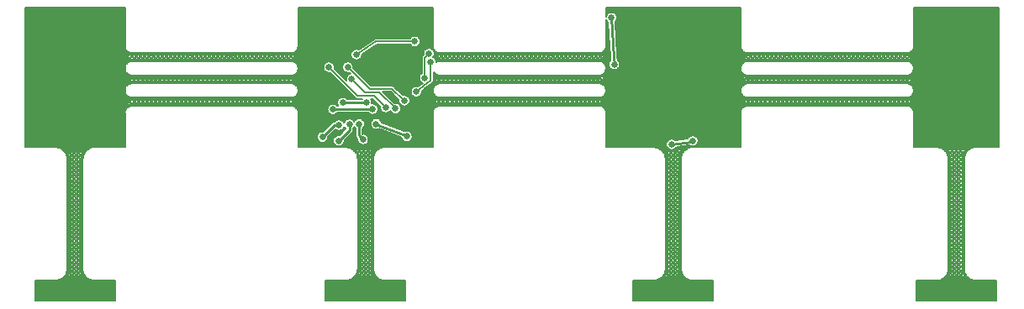
<source format=gbl>
G04 #@! TF.GenerationSoftware,KiCad,Pcbnew,(5.99.0-2415-gbbdd3fce7)*
G04 #@! TF.CreationDate,2020-08-31T21:48:51-07:00*
G04 #@! TF.ProjectId,VineHoop_Islands,56696e65-486f-46f7-905f-49736c616e64,rev?*
G04 #@! TF.SameCoordinates,Original*
G04 #@! TF.FileFunction,Copper,L2,Bot*
G04 #@! TF.FilePolarity,Positive*
%FSLAX46Y46*%
G04 Gerber Fmt 4.6, Leading zero omitted, Abs format (unit mm)*
G04 Created by KiCad (PCBNEW (5.99.0-2415-gbbdd3fce7)) date 2020-08-31 21:48:51*
%MOMM*%
%LPD*%
G01*
G04 APERTURE LIST*
G04 #@! TA.AperFunction,ViaPad*
%ADD10C,0.660400*%
G04 #@! TD*
G04 #@! TA.AperFunction,ViaPad*
%ADD11C,0.800000*%
G04 #@! TD*
G04 #@! TA.AperFunction,Conductor*
%ADD12C,0.254000*%
G04 #@! TD*
G04 #@! TA.AperFunction,Conductor*
%ADD13C,0.152400*%
G04 #@! TD*
G04 APERTURE END LIST*
D10*
X222300000Y-64840000D03*
X222450000Y-61820000D03*
X190070000Y-65260000D03*
X192190000Y-64910000D03*
X155960000Y-61730000D03*
X158990000Y-64770000D03*
D11*
X132170000Y-64120000D03*
D10*
X158320000Y-56220000D03*
X154900000Y-64525000D03*
X157850000Y-58650000D03*
X165195500Y-58550000D03*
X162250000Y-61650000D03*
X164350000Y-59950000D03*
X184300000Y-57200000D03*
X215237700Y-80200000D03*
X186577450Y-80194250D03*
D11*
X191990200Y-52751100D03*
D10*
X156950000Y-61050000D03*
X159950000Y-61700000D03*
X160300000Y-63200000D03*
X163400000Y-64450000D03*
X155690000Y-80090000D03*
X156550000Y-64901401D03*
X165801900Y-56958058D03*
X165620901Y-56100783D03*
X215800000Y-59850000D03*
X133630000Y-80200000D03*
D11*
X153534200Y-52184400D03*
X130400000Y-62133303D03*
D10*
X160750500Y-58380000D03*
X162909500Y-56221000D03*
D11*
X188540200Y-57101100D03*
X127600000Y-64383303D03*
X220088600Y-55677700D03*
X185390200Y-53001100D03*
D10*
X162909500Y-58380000D03*
D11*
X195240200Y-62051100D03*
X195090200Y-53201100D03*
X190740200Y-57101100D03*
D10*
X160750500Y-56221000D03*
D11*
X125661101Y-52400000D03*
X126300000Y-60300000D03*
X195440200Y-55101100D03*
D10*
X162020500Y-52284000D03*
D11*
X189490200Y-62151100D03*
D10*
X164201702Y-54883798D03*
X155543500Y-57491000D03*
X161258500Y-61555000D03*
X163150000Y-60850000D03*
X157448500Y-57491000D03*
X184009446Y-52523496D03*
X156559500Y-63333000D03*
X157612190Y-63242690D03*
X158591500Y-63206000D03*
X159327691Y-61071801D03*
D12*
X190070000Y-65260000D02*
X192060000Y-64970000D01*
X160300000Y-63200000D02*
X163430000Y-64430000D01*
X155960000Y-61730000D02*
X157170998Y-61729002D01*
X157170998Y-61729002D02*
X160050000Y-61729002D01*
X158591500Y-63206000D02*
X158591500Y-64371500D01*
X158591500Y-64371500D02*
X158990000Y-64770000D01*
D13*
X158320000Y-56220000D02*
X160309702Y-54883798D01*
X160309702Y-54883798D02*
X164201702Y-54883798D01*
D12*
X157612190Y-63242690D02*
X157612190Y-63839211D01*
X157612190Y-63839211D02*
X156550000Y-64901401D01*
X156559500Y-63333000D02*
X156092000Y-63333000D01*
X156092000Y-63333000D02*
X154900000Y-64525000D01*
D13*
X163036500Y-60793000D02*
X161893500Y-59650000D01*
X161893500Y-59650000D02*
X159670526Y-59650000D01*
X159670526Y-59650000D02*
X157511526Y-57491000D01*
X157511526Y-57491000D02*
X157399540Y-57491000D01*
X165195500Y-58550000D02*
X165195500Y-56526184D01*
X165195500Y-56526184D02*
X165620901Y-56100783D01*
X162300000Y-61650000D02*
X160631974Y-60031000D01*
X160631974Y-60031000D02*
X159205073Y-60031000D01*
X159205073Y-60031000D02*
X157893500Y-58719427D01*
X162069578Y-61468604D02*
X162250000Y-61650000D01*
X164350000Y-59950000D02*
X165801900Y-58789598D01*
X165801900Y-58789598D02*
X165801900Y-56958058D01*
D12*
X184009446Y-52523496D02*
X184250000Y-56450000D01*
X184250000Y-56450000D02*
X184300000Y-57200000D01*
D13*
X183949814Y-52583128D02*
X184009446Y-52523496D01*
D12*
X156950000Y-61050000D02*
X156950000Y-61071801D01*
X156950000Y-61071801D02*
X159327691Y-61071801D01*
D13*
X160086910Y-60383410D02*
X158435910Y-60383410D01*
X161258500Y-61555000D02*
X160086910Y-60383410D01*
X158435910Y-60383410D02*
X155543500Y-57491000D01*
X135002401Y-55312423D02*
X134997857Y-55336353D01*
X134997299Y-55346195D01*
X135003521Y-55429933D01*
X135005529Y-55439585D01*
X135009000Y-55449524D01*
X135009303Y-55460048D01*
X135010871Y-55469782D01*
X135054314Y-55615048D01*
X135058347Y-55624042D01*
X135068015Y-55639726D01*
X135073693Y-55657253D01*
X135077929Y-55666154D01*
X135160398Y-55793388D01*
X135166794Y-55800890D01*
X135180477Y-55813231D01*
X135190843Y-55828456D01*
X135197406Y-55835810D01*
X135312270Y-55934784D01*
X135320513Y-55940188D01*
X135337106Y-55948193D01*
X135351334Y-55959900D01*
X135359698Y-55965116D01*
X135497723Y-56027873D01*
X135507152Y-56030747D01*
X135525325Y-56033772D01*
X135542268Y-56041016D01*
X135551760Y-56043675D01*
X135701853Y-56065169D01*
X135711710Y-56065281D01*
X135743630Y-56061446D01*
X151708588Y-56061446D01*
X151732507Y-56065988D01*
X151742349Y-56066546D01*
X151826087Y-56060324D01*
X151835739Y-56058316D01*
X151845678Y-56054845D01*
X151856202Y-56054542D01*
X151865936Y-56052974D01*
X152011202Y-56009531D01*
X152020198Y-56005497D01*
X152035881Y-55995830D01*
X152053405Y-55990153D01*
X152062306Y-55985917D01*
X152189541Y-55903448D01*
X152197043Y-55897052D01*
X152209383Y-55883371D01*
X152215200Y-55879410D01*
X152224611Y-55873003D01*
X152231966Y-55866438D01*
X152241677Y-55855167D01*
X152330939Y-55751573D01*
X152336344Y-55743329D01*
X152344347Y-55726736D01*
X152356052Y-55712512D01*
X152361269Y-55704147D01*
X152424026Y-55566122D01*
X152425771Y-55560397D01*
X152426900Y-55556693D01*
X152429925Y-55538520D01*
X152437169Y-55521577D01*
X152439828Y-55512085D01*
X152461322Y-55361994D01*
X152461434Y-55352137D01*
X152459538Y-55336353D01*
X152457600Y-55320225D01*
X152457600Y-51496740D01*
X166002401Y-51496740D01*
X166002400Y-55312433D01*
X165997858Y-55336353D01*
X165997300Y-55346195D01*
X166003522Y-55429933D01*
X166005530Y-55439585D01*
X166009001Y-55449524D01*
X166009304Y-55460048D01*
X166010872Y-55469782D01*
X166054315Y-55615048D01*
X166058349Y-55624044D01*
X166068016Y-55639727D01*
X166073693Y-55657251D01*
X166077929Y-55666152D01*
X166160398Y-55793387D01*
X166166794Y-55800889D01*
X166180475Y-55813229D01*
X166190843Y-55828457D01*
X166197408Y-55835812D01*
X166254800Y-55885263D01*
X166254800Y-55885264D01*
X166312273Y-55934785D01*
X166320517Y-55940190D01*
X166337110Y-55948193D01*
X166351334Y-55959898D01*
X166359699Y-55965115D01*
X166497724Y-56027872D01*
X166507153Y-56030746D01*
X166525326Y-56033771D01*
X166542269Y-56041015D01*
X166551761Y-56043674D01*
X166701852Y-56065168D01*
X166711709Y-56065280D01*
X166743621Y-56061446D01*
X182708588Y-56061446D01*
X182732507Y-56065988D01*
X182742349Y-56066546D01*
X182826087Y-56060324D01*
X182835739Y-56058316D01*
X182845678Y-56054845D01*
X182856202Y-56054542D01*
X182865936Y-56052974D01*
X183010643Y-56009698D01*
X183011202Y-56009531D01*
X183020198Y-56005497D01*
X183035881Y-55995830D01*
X183053405Y-55990153D01*
X183062306Y-55985917D01*
X183189541Y-55903448D01*
X183197043Y-55897052D01*
X183209383Y-55883371D01*
X183224611Y-55873003D01*
X183231966Y-55866438D01*
X183330939Y-55751573D01*
X183336344Y-55743329D01*
X183344347Y-55726736D01*
X183356052Y-55712512D01*
X183361269Y-55704147D01*
X183424026Y-55566122D01*
X183426900Y-55556693D01*
X183429925Y-55538520D01*
X183437169Y-55521577D01*
X183439828Y-55512085D01*
X183461322Y-55361994D01*
X183461434Y-55352137D01*
X183457600Y-55320225D01*
X183457600Y-52638206D01*
X183516640Y-52800420D01*
X183523220Y-52811816D01*
X183641075Y-52952269D01*
X183651154Y-52960726D01*
X183682062Y-52978571D01*
X183893897Y-56436321D01*
X183893817Y-56438068D01*
X183896120Y-56472606D01*
X183898248Y-56507329D01*
X183898550Y-56509057D01*
X183917177Y-56788450D01*
X183813774Y-56911680D01*
X183807194Y-56923076D01*
X183744486Y-57095368D01*
X183742201Y-57108326D01*
X183742201Y-57291674D01*
X183744486Y-57304632D01*
X183807194Y-57476924D01*
X183813774Y-57488320D01*
X183931629Y-57628773D01*
X183941708Y-57637230D01*
X184100492Y-57728906D01*
X184112857Y-57733406D01*
X184293421Y-57765244D01*
X184306579Y-57765244D01*
X184487143Y-57733406D01*
X184499508Y-57728906D01*
X184536590Y-57707496D01*
X184658292Y-57637230D01*
X184668371Y-57628773D01*
X184692898Y-57599543D01*
X184765950Y-57512483D01*
X197001624Y-57512483D01*
X197002551Y-57664103D01*
X197003897Y-57673869D01*
X197008774Y-57691634D01*
X197009304Y-57710048D01*
X197010872Y-57719782D01*
X197054315Y-57865048D01*
X197058349Y-57874044D01*
X197068016Y-57889727D01*
X197073693Y-57907251D01*
X197077929Y-57916152D01*
X197160398Y-58043387D01*
X197166794Y-58050889D01*
X197180475Y-58063229D01*
X197190843Y-58078457D01*
X197197408Y-58085812D01*
X197234800Y-58118030D01*
X197234800Y-58118031D01*
X197312273Y-58184785D01*
X197320517Y-58190190D01*
X197337110Y-58198193D01*
X197351334Y-58209898D01*
X197359699Y-58215115D01*
X197497724Y-58277872D01*
X197507153Y-58280746D01*
X197525326Y-58283771D01*
X197542269Y-58291015D01*
X197551761Y-58293674D01*
X197701852Y-58315168D01*
X197711709Y-58315280D01*
X197743621Y-58311446D01*
X213700738Y-58311446D01*
X213716701Y-58315620D01*
X213726483Y-58316847D01*
X213742447Y-58316751D01*
X213752211Y-58315405D01*
X213754683Y-58314727D01*
X213757229Y-58315001D01*
X213767083Y-58314769D01*
X213916900Y-58291441D01*
X213926360Y-58288666D01*
X213943206Y-58281218D01*
X213961342Y-58277972D01*
X213970736Y-58274983D01*
X214107984Y-58210545D01*
X214116283Y-58205227D01*
X214130366Y-58193348D01*
X214146862Y-58185140D01*
X214155039Y-58179636D01*
X214193990Y-58145235D01*
X214268686Y-58079266D01*
X214275161Y-58071831D01*
X214285343Y-58056476D01*
X214298870Y-58043973D01*
X214305174Y-58036393D01*
X214376259Y-57923729D01*
X214386081Y-57908162D01*
X214390208Y-57899210D01*
X214395669Y-57881620D01*
X214405147Y-57865816D01*
X214406950Y-57861658D01*
X214409069Y-57856772D01*
X214450735Y-57710986D01*
X214452184Y-57701235D01*
X214452489Y-57682816D01*
X214457149Y-57664993D01*
X214458376Y-57655211D01*
X214457449Y-57503589D01*
X214456103Y-57493824D01*
X214451227Y-57476058D01*
X214450696Y-57457642D01*
X214449128Y-57447910D01*
X214405685Y-57302645D01*
X214401652Y-57293650D01*
X214391984Y-57277966D01*
X214386306Y-57260439D01*
X214382070Y-57251538D01*
X214299602Y-57124305D01*
X214293207Y-57116805D01*
X214279526Y-57104464D01*
X214269156Y-57089234D01*
X214262592Y-57081880D01*
X214205200Y-57032429D01*
X214205200Y-57032428D01*
X214147727Y-56982907D01*
X214139483Y-56977502D01*
X214122890Y-56969499D01*
X214108666Y-56957794D01*
X214100301Y-56952577D01*
X213962275Y-56889820D01*
X213952844Y-56886945D01*
X213934672Y-56883921D01*
X213917733Y-56876678D01*
X213908240Y-56874018D01*
X213758148Y-56852524D01*
X213748291Y-56852412D01*
X213716379Y-56856246D01*
X197759262Y-56856246D01*
X197743299Y-56852072D01*
X197733517Y-56850845D01*
X197717551Y-56850941D01*
X197707786Y-56852287D01*
X197705315Y-56852965D01*
X197702771Y-56852691D01*
X197692917Y-56852923D01*
X197543100Y-56876251D01*
X197533640Y-56879026D01*
X197516794Y-56886474D01*
X197498658Y-56889720D01*
X197489264Y-56892709D01*
X197352015Y-56957147D01*
X197343716Y-56962465D01*
X197329633Y-56974344D01*
X197313139Y-56982550D01*
X197304961Y-56988056D01*
X197234800Y-57050021D01*
X197191315Y-57088426D01*
X197184841Y-57095860D01*
X197174659Y-57111214D01*
X197161130Y-57123720D01*
X197154826Y-57131299D01*
X197073918Y-57259531D01*
X197069791Y-57268484D01*
X197064328Y-57286079D01*
X197054854Y-57301876D01*
X197050931Y-57310920D01*
X197009265Y-57456705D01*
X197007816Y-57466455D01*
X197007510Y-57484878D01*
X197002851Y-57502703D01*
X197001624Y-57512483D01*
X184765950Y-57512483D01*
X184786226Y-57488320D01*
X184792806Y-57476924D01*
X184855514Y-57304632D01*
X184857799Y-57291674D01*
X184857799Y-57108326D01*
X184855514Y-57095368D01*
X184792806Y-56923076D01*
X184786226Y-56911680D01*
X184782403Y-56907124D01*
X184668371Y-56771227D01*
X184658292Y-56762769D01*
X184624955Y-56743522D01*
X184624541Y-56737310D01*
X197234800Y-56737310D01*
X197345781Y-56626330D01*
X197347195Y-56626330D01*
X197448845Y-56727980D01*
X197466964Y-56723496D01*
X197485979Y-56716538D01*
X197495438Y-56713763D01*
X197517046Y-56708934D01*
X197666863Y-56685606D01*
X197688931Y-56683636D01*
X197691682Y-56683571D01*
X197694422Y-56683194D01*
X197716537Y-56681610D01*
X197723005Y-56681572D01*
X197778247Y-56626330D01*
X197779661Y-56626330D01*
X197840243Y-56686912D01*
X198150131Y-56686912D01*
X198210714Y-56626330D01*
X198212128Y-56626330D01*
X198272710Y-56686912D01*
X198582598Y-56686912D01*
X198643180Y-56626330D01*
X198644594Y-56626330D01*
X198705176Y-56686912D01*
X199015064Y-56686912D01*
X199075647Y-56626330D01*
X199077061Y-56626330D01*
X199137643Y-56686912D01*
X199447531Y-56686912D01*
X199508113Y-56626330D01*
X199509527Y-56626330D01*
X199570109Y-56686912D01*
X199879997Y-56686912D01*
X199940580Y-56626330D01*
X199941994Y-56626330D01*
X200002576Y-56686912D01*
X200312464Y-56686912D01*
X200373046Y-56626330D01*
X200374460Y-56626330D01*
X200435042Y-56686912D01*
X200744931Y-56686912D01*
X200805513Y-56626330D01*
X200806927Y-56626330D01*
X200867509Y-56686912D01*
X201177397Y-56686912D01*
X201237979Y-56626330D01*
X201239393Y-56626330D01*
X201299975Y-56686912D01*
X201609864Y-56686912D01*
X201670446Y-56626330D01*
X201671860Y-56626330D01*
X201732442Y-56686912D01*
X202042330Y-56686912D01*
X202102912Y-56626330D01*
X202104326Y-56626330D01*
X202164908Y-56686912D01*
X202474797Y-56686912D01*
X202535379Y-56626330D01*
X202536793Y-56626330D01*
X202597375Y-56686912D01*
X202907263Y-56686912D01*
X202967845Y-56626330D01*
X202969259Y-56626330D01*
X203029841Y-56686912D01*
X203339730Y-56686912D01*
X203400312Y-56626330D01*
X203401726Y-56626330D01*
X203462308Y-56686912D01*
X203772196Y-56686912D01*
X203832778Y-56626330D01*
X203834192Y-56626330D01*
X203894774Y-56686912D01*
X204204663Y-56686912D01*
X204265245Y-56626330D01*
X204266659Y-56626330D01*
X204327241Y-56686912D01*
X204637129Y-56686912D01*
X204697711Y-56626330D01*
X204699125Y-56626330D01*
X204759707Y-56686912D01*
X205069596Y-56686912D01*
X205130178Y-56626330D01*
X205131592Y-56626330D01*
X205192174Y-56686912D01*
X205502062Y-56686912D01*
X205562644Y-56626330D01*
X205564058Y-56626330D01*
X205624640Y-56686912D01*
X205934529Y-56686912D01*
X205995111Y-56626330D01*
X205996525Y-56626330D01*
X206057107Y-56686912D01*
X206366995Y-56686912D01*
X206427577Y-56626330D01*
X206428991Y-56626330D01*
X206489573Y-56686912D01*
X206799462Y-56686912D01*
X206860044Y-56626330D01*
X206861458Y-56626330D01*
X206922040Y-56686912D01*
X207231928Y-56686912D01*
X207292510Y-56626330D01*
X207293924Y-56626330D01*
X207354506Y-56686912D01*
X207664395Y-56686912D01*
X207724977Y-56626330D01*
X207726391Y-56626330D01*
X207786973Y-56686912D01*
X208096861Y-56686912D01*
X208157443Y-56626330D01*
X208158857Y-56626330D01*
X208219440Y-56686912D01*
X208529328Y-56686912D01*
X208589910Y-56626330D01*
X208591324Y-56626330D01*
X208651906Y-56686912D01*
X208961794Y-56686912D01*
X209022376Y-56626330D01*
X209023790Y-56626330D01*
X209084373Y-56686912D01*
X209394261Y-56686912D01*
X209454843Y-56626330D01*
X209456257Y-56626330D01*
X209516839Y-56686912D01*
X209826727Y-56686912D01*
X209887309Y-56626330D01*
X209888723Y-56626330D01*
X209949306Y-56686912D01*
X210259194Y-56686912D01*
X210319776Y-56626330D01*
X210321190Y-56626330D01*
X210381772Y-56686912D01*
X210691660Y-56686912D01*
X210752242Y-56626330D01*
X210753656Y-56626330D01*
X210814239Y-56686912D01*
X211124127Y-56686912D01*
X211184709Y-56626330D01*
X211186123Y-56626330D01*
X211246705Y-56686912D01*
X211556593Y-56686912D01*
X211617175Y-56626330D01*
X211618589Y-56626330D01*
X211679172Y-56686912D01*
X211989060Y-56686912D01*
X212049642Y-56626330D01*
X212051056Y-56626330D01*
X212111638Y-56686912D01*
X212421526Y-56686912D01*
X212482108Y-56626330D01*
X212483522Y-56626330D01*
X212544105Y-56686912D01*
X212853993Y-56686912D01*
X212914575Y-56626330D01*
X212915989Y-56626330D01*
X212976571Y-56686912D01*
X213286459Y-56686912D01*
X213347041Y-56626330D01*
X213348456Y-56626330D01*
X213409038Y-56686912D01*
X213706249Y-56686912D01*
X213720656Y-56685181D01*
X213779508Y-56626330D01*
X213780922Y-56626330D01*
X213849077Y-56694485D01*
X213932243Y-56706394D01*
X213953940Y-56710968D01*
X213963433Y-56713629D01*
X213982507Y-56720347D01*
X214002220Y-56724970D01*
X214011652Y-56727845D01*
X214032361Y-56735672D01*
X214080668Y-56757636D01*
X214205200Y-56633104D01*
X214205200Y-56619556D01*
X213996448Y-56410803D01*
X213780922Y-56626330D01*
X213779508Y-56626330D01*
X213563982Y-56410803D01*
X213348456Y-56626330D01*
X213347041Y-56626330D01*
X213131515Y-56410803D01*
X212915989Y-56626330D01*
X212914575Y-56626330D01*
X212699049Y-56410803D01*
X212483522Y-56626330D01*
X212482108Y-56626330D01*
X212266582Y-56410803D01*
X212051056Y-56626330D01*
X212049642Y-56626330D01*
X211834116Y-56410803D01*
X211618589Y-56626330D01*
X211617175Y-56626330D01*
X211401649Y-56410803D01*
X211186123Y-56626330D01*
X211184709Y-56626330D01*
X210969183Y-56410803D01*
X210753656Y-56626330D01*
X210752242Y-56626330D01*
X210536716Y-56410803D01*
X210321190Y-56626330D01*
X210319776Y-56626330D01*
X210104250Y-56410803D01*
X209888723Y-56626330D01*
X209887309Y-56626330D01*
X209671783Y-56410803D01*
X209456257Y-56626330D01*
X209454843Y-56626330D01*
X209239317Y-56410803D01*
X209023790Y-56626330D01*
X209022376Y-56626330D01*
X208806850Y-56410803D01*
X208591324Y-56626330D01*
X208589910Y-56626330D01*
X208374384Y-56410803D01*
X208158857Y-56626330D01*
X208157443Y-56626330D01*
X207941917Y-56410803D01*
X207726391Y-56626330D01*
X207724977Y-56626330D01*
X207509451Y-56410803D01*
X207293924Y-56626330D01*
X207292510Y-56626330D01*
X207076984Y-56410803D01*
X206861458Y-56626330D01*
X206860044Y-56626330D01*
X206644518Y-56410803D01*
X206428991Y-56626330D01*
X206427577Y-56626330D01*
X206212051Y-56410803D01*
X205996525Y-56626330D01*
X205995111Y-56626330D01*
X205779585Y-56410803D01*
X205564058Y-56626330D01*
X205562644Y-56626330D01*
X205347118Y-56410803D01*
X205131592Y-56626330D01*
X205130178Y-56626330D01*
X204914652Y-56410803D01*
X204699125Y-56626330D01*
X204697711Y-56626330D01*
X204482185Y-56410803D01*
X204266659Y-56626330D01*
X204265245Y-56626330D01*
X204049718Y-56410803D01*
X203834192Y-56626330D01*
X203832778Y-56626330D01*
X203617252Y-56410803D01*
X203401726Y-56626330D01*
X203400312Y-56626330D01*
X203184785Y-56410803D01*
X202969259Y-56626330D01*
X202967845Y-56626330D01*
X202752319Y-56410803D01*
X202536793Y-56626330D01*
X202535379Y-56626330D01*
X202319852Y-56410803D01*
X202104326Y-56626330D01*
X202102912Y-56626330D01*
X201887386Y-56410803D01*
X201671860Y-56626330D01*
X201670446Y-56626330D01*
X201454919Y-56410803D01*
X201239393Y-56626330D01*
X201237979Y-56626330D01*
X201022453Y-56410803D01*
X200806927Y-56626330D01*
X200805513Y-56626330D01*
X200589986Y-56410803D01*
X200374460Y-56626330D01*
X200373046Y-56626330D01*
X200157520Y-56410803D01*
X199941994Y-56626330D01*
X199940580Y-56626330D01*
X199725053Y-56410803D01*
X199509527Y-56626330D01*
X199508113Y-56626330D01*
X199292587Y-56410803D01*
X199077061Y-56626330D01*
X199075647Y-56626330D01*
X198860120Y-56410803D01*
X198644594Y-56626330D01*
X198643180Y-56626330D01*
X198427654Y-56410803D01*
X198212128Y-56626330D01*
X198210714Y-56626330D01*
X197995187Y-56410803D01*
X197779661Y-56626330D01*
X197778247Y-56626330D01*
X197562721Y-56410803D01*
X197347195Y-56626330D01*
X197345781Y-56626330D01*
X197234800Y-56515349D01*
X197234800Y-56737310D01*
X184624541Y-56737310D01*
X184603874Y-56427311D01*
X184596458Y-56306257D01*
X197234800Y-56306257D01*
X197234800Y-56513935D01*
X197346488Y-56625622D01*
X197562014Y-56410096D01*
X197563428Y-56410096D01*
X197778954Y-56625622D01*
X197994480Y-56410096D01*
X197995894Y-56410096D01*
X198211421Y-56625622D01*
X198426947Y-56410096D01*
X198428361Y-56410096D01*
X198643887Y-56625622D01*
X198859413Y-56410096D01*
X198860828Y-56410096D01*
X199076354Y-56625622D01*
X199291880Y-56410096D01*
X199293294Y-56410096D01*
X199508820Y-56625622D01*
X199724346Y-56410096D01*
X199725761Y-56410096D01*
X199941287Y-56625622D01*
X200156813Y-56410096D01*
X200158227Y-56410096D01*
X200373753Y-56625622D01*
X200589279Y-56410096D01*
X200590694Y-56410096D01*
X200806220Y-56625622D01*
X201021746Y-56410096D01*
X201023160Y-56410096D01*
X201238686Y-56625622D01*
X201454212Y-56410096D01*
X201455627Y-56410096D01*
X201671153Y-56625622D01*
X201886679Y-56410096D01*
X201888093Y-56410096D01*
X202103619Y-56625622D01*
X202319145Y-56410096D01*
X202320560Y-56410096D01*
X202536086Y-56625622D01*
X202751612Y-56410096D01*
X202753026Y-56410096D01*
X202968552Y-56625622D01*
X203184078Y-56410096D01*
X203185493Y-56410096D01*
X203401019Y-56625622D01*
X203616545Y-56410096D01*
X203617959Y-56410096D01*
X203833485Y-56625622D01*
X204049011Y-56410096D01*
X204050426Y-56410096D01*
X204265952Y-56625622D01*
X204481478Y-56410096D01*
X204482892Y-56410096D01*
X204698418Y-56625622D01*
X204913944Y-56410096D01*
X204915359Y-56410096D01*
X205130885Y-56625622D01*
X205346411Y-56410096D01*
X205347825Y-56410096D01*
X205563351Y-56625622D01*
X205778877Y-56410096D01*
X205780292Y-56410096D01*
X205995818Y-56625622D01*
X206211344Y-56410096D01*
X206212758Y-56410096D01*
X206428284Y-56625622D01*
X206643810Y-56410096D01*
X206645225Y-56410096D01*
X206860751Y-56625622D01*
X207076277Y-56410096D01*
X207077691Y-56410096D01*
X207293217Y-56625622D01*
X207508743Y-56410096D01*
X207510158Y-56410096D01*
X207725684Y-56625622D01*
X207941210Y-56410096D01*
X207942624Y-56410096D01*
X208158150Y-56625622D01*
X208373676Y-56410096D01*
X208375091Y-56410096D01*
X208590617Y-56625622D01*
X208806143Y-56410096D01*
X208807557Y-56410096D01*
X209023083Y-56625622D01*
X209238609Y-56410096D01*
X209240024Y-56410096D01*
X209455550Y-56625622D01*
X209671076Y-56410096D01*
X209672490Y-56410096D01*
X209888016Y-56625622D01*
X210103542Y-56410096D01*
X210104957Y-56410096D01*
X210320483Y-56625622D01*
X210536009Y-56410096D01*
X210537423Y-56410096D01*
X210752949Y-56625622D01*
X210968476Y-56410096D01*
X210969890Y-56410096D01*
X211185416Y-56625622D01*
X211400942Y-56410096D01*
X211402356Y-56410096D01*
X211617882Y-56625622D01*
X211833409Y-56410096D01*
X211834823Y-56410096D01*
X212050349Y-56625622D01*
X212265875Y-56410096D01*
X212267289Y-56410096D01*
X212482815Y-56625622D01*
X212698342Y-56410096D01*
X212699756Y-56410096D01*
X212915282Y-56625622D01*
X213130808Y-56410096D01*
X213132222Y-56410096D01*
X213347748Y-56625622D01*
X213563275Y-56410096D01*
X213564689Y-56410096D01*
X213780215Y-56625622D01*
X213995741Y-56410096D01*
X213997155Y-56410096D01*
X214205200Y-56618141D01*
X214205200Y-56202051D01*
X213997155Y-56410096D01*
X213995741Y-56410096D01*
X213816482Y-56230837D01*
X213754895Y-56235413D01*
X213739235Y-56235551D01*
X213564689Y-56410096D01*
X213563275Y-56410096D01*
X213383957Y-56230779D01*
X213311540Y-56230779D01*
X213132222Y-56410096D01*
X213130808Y-56410096D01*
X212951491Y-56230779D01*
X212879073Y-56230779D01*
X212699756Y-56410096D01*
X212698342Y-56410096D01*
X212519024Y-56230779D01*
X212446607Y-56230779D01*
X212267289Y-56410096D01*
X212265875Y-56410096D01*
X212086558Y-56230779D01*
X212014140Y-56230779D01*
X211834823Y-56410096D01*
X211833409Y-56410096D01*
X211654091Y-56230779D01*
X211581674Y-56230779D01*
X211402356Y-56410096D01*
X211400942Y-56410096D01*
X211221625Y-56230779D01*
X211149207Y-56230779D01*
X210969890Y-56410096D01*
X210968476Y-56410096D01*
X210789158Y-56230779D01*
X210716741Y-56230779D01*
X210537423Y-56410096D01*
X210536009Y-56410096D01*
X210356692Y-56230779D01*
X210284274Y-56230779D01*
X210104957Y-56410096D01*
X210103542Y-56410096D01*
X209924225Y-56230779D01*
X209851808Y-56230779D01*
X209672490Y-56410096D01*
X209671076Y-56410096D01*
X209491759Y-56230779D01*
X209419341Y-56230779D01*
X209240024Y-56410096D01*
X209238609Y-56410096D01*
X209059292Y-56230779D01*
X208986875Y-56230779D01*
X208807557Y-56410096D01*
X208806143Y-56410096D01*
X208626826Y-56230779D01*
X208554408Y-56230779D01*
X208375091Y-56410096D01*
X208373676Y-56410096D01*
X208194359Y-56230779D01*
X208121941Y-56230779D01*
X207942624Y-56410096D01*
X207941210Y-56410096D01*
X207761893Y-56230779D01*
X207689475Y-56230779D01*
X207510158Y-56410096D01*
X207508743Y-56410096D01*
X207329426Y-56230779D01*
X207257008Y-56230779D01*
X207077691Y-56410096D01*
X207076277Y-56410096D01*
X206896960Y-56230779D01*
X206824542Y-56230779D01*
X206645225Y-56410096D01*
X206643810Y-56410096D01*
X206464493Y-56230779D01*
X206392075Y-56230779D01*
X206212758Y-56410096D01*
X206211344Y-56410096D01*
X206032027Y-56230779D01*
X205959609Y-56230779D01*
X205780292Y-56410096D01*
X205778877Y-56410096D01*
X205599560Y-56230779D01*
X205527142Y-56230779D01*
X205347825Y-56410096D01*
X205346411Y-56410096D01*
X205167094Y-56230779D01*
X205094676Y-56230779D01*
X204915359Y-56410096D01*
X204913944Y-56410096D01*
X204734627Y-56230779D01*
X204662209Y-56230779D01*
X204482892Y-56410096D01*
X204481478Y-56410096D01*
X204302161Y-56230779D01*
X204229743Y-56230779D01*
X204050426Y-56410096D01*
X204049011Y-56410096D01*
X203869694Y-56230779D01*
X203797276Y-56230779D01*
X203617959Y-56410096D01*
X203616545Y-56410096D01*
X203437228Y-56230779D01*
X203364810Y-56230779D01*
X203185493Y-56410096D01*
X203184078Y-56410096D01*
X203004761Y-56230779D01*
X202932343Y-56230779D01*
X202753026Y-56410096D01*
X202751612Y-56410096D01*
X202572295Y-56230779D01*
X202499877Y-56230779D01*
X202320560Y-56410096D01*
X202319145Y-56410096D01*
X202139828Y-56230779D01*
X202067410Y-56230779D01*
X201888093Y-56410096D01*
X201886679Y-56410096D01*
X201707362Y-56230779D01*
X201634944Y-56230779D01*
X201455627Y-56410096D01*
X201454212Y-56410096D01*
X201274895Y-56230779D01*
X201202477Y-56230779D01*
X201023160Y-56410096D01*
X201021746Y-56410096D01*
X200842429Y-56230779D01*
X200770011Y-56230779D01*
X200590694Y-56410096D01*
X200589279Y-56410096D01*
X200409962Y-56230779D01*
X200337544Y-56230779D01*
X200158227Y-56410096D01*
X200156813Y-56410096D01*
X199977495Y-56230779D01*
X199905078Y-56230779D01*
X199725761Y-56410096D01*
X199724346Y-56410096D01*
X199545029Y-56230779D01*
X199472611Y-56230779D01*
X199293294Y-56410096D01*
X199291880Y-56410096D01*
X199112562Y-56230779D01*
X199040145Y-56230779D01*
X198860828Y-56410096D01*
X198859413Y-56410096D01*
X198680096Y-56230779D01*
X198607678Y-56230779D01*
X198428361Y-56410096D01*
X198426947Y-56410096D01*
X198247629Y-56230779D01*
X198175212Y-56230779D01*
X197995894Y-56410096D01*
X197994480Y-56410096D01*
X197815163Y-56230779D01*
X197753748Y-56230779D01*
X197741243Y-56232282D01*
X197563428Y-56410096D01*
X197562014Y-56410096D01*
X197382657Y-56230739D01*
X213817798Y-56230739D01*
X213996448Y-56409389D01*
X214205200Y-56200637D01*
X214205200Y-56187089D01*
X214149093Y-56130981D01*
X214135079Y-56138814D01*
X214126178Y-56143050D01*
X214107368Y-56150535D01*
X214089474Y-56160010D01*
X214080479Y-56164044D01*
X214059718Y-56171764D01*
X213914451Y-56215207D01*
X213892870Y-56220150D01*
X213883136Y-56221718D01*
X213876574Y-56222339D01*
X213870230Y-56224098D01*
X213860578Y-56226106D01*
X213838633Y-56229191D01*
X213817798Y-56230739D01*
X197382657Y-56230739D01*
X197346488Y-56194570D01*
X197234800Y-56306257D01*
X184596458Y-56306257D01*
X184596372Y-56304843D01*
X197234800Y-56304843D01*
X197345781Y-56193863D01*
X197241597Y-56089679D01*
X197234800Y-56085833D01*
X197234800Y-56304843D01*
X184596372Y-56304843D01*
X184390083Y-52937651D01*
X184495672Y-52811816D01*
X184502252Y-52800420D01*
X184516101Y-52762369D01*
X184526378Y-52734131D01*
X184564960Y-52628128D01*
X184567245Y-52615170D01*
X184567245Y-52431822D01*
X184564960Y-52418864D01*
X184558972Y-52402412D01*
X184502252Y-52246572D01*
X184495672Y-52235176D01*
X184377817Y-52094723D01*
X184367738Y-52086266D01*
X184208954Y-51994590D01*
X184196589Y-51990090D01*
X184016025Y-51958252D01*
X184002867Y-51958252D01*
X183822303Y-51990090D01*
X183809938Y-51994590D01*
X183651154Y-52086266D01*
X183641075Y-52094723D01*
X183523220Y-52235176D01*
X183516640Y-52246572D01*
X183457600Y-52408786D01*
X183457600Y-51496740D01*
X197002401Y-51496740D01*
X197002400Y-55312433D01*
X196997858Y-55336353D01*
X196997300Y-55346195D01*
X197003522Y-55429933D01*
X197005530Y-55439585D01*
X197009001Y-55449524D01*
X197009304Y-55460048D01*
X197010872Y-55469782D01*
X197054315Y-55615048D01*
X197058349Y-55624044D01*
X197068016Y-55639727D01*
X197073693Y-55657251D01*
X197077929Y-55666152D01*
X197160398Y-55793387D01*
X197166794Y-55800889D01*
X197180475Y-55813229D01*
X197190843Y-55828457D01*
X197197408Y-55835812D01*
X197234800Y-55868030D01*
X197234800Y-55868031D01*
X197312273Y-55934785D01*
X197320517Y-55940190D01*
X197337110Y-55948193D01*
X197351334Y-55959898D01*
X197359699Y-55965115D01*
X197497724Y-56027872D01*
X197507153Y-56030746D01*
X197525326Y-56033771D01*
X197542269Y-56041015D01*
X197551761Y-56043674D01*
X197701852Y-56065168D01*
X197711709Y-56065280D01*
X197743621Y-56061446D01*
X213708588Y-56061446D01*
X213732507Y-56065988D01*
X213742349Y-56066546D01*
X213826087Y-56060324D01*
X213835739Y-56058316D01*
X213845678Y-56054845D01*
X213856202Y-56054542D01*
X213865936Y-56052974D01*
X214011202Y-56009531D01*
X214020198Y-56005497D01*
X214035881Y-55995830D01*
X214053405Y-55990153D01*
X214062306Y-55985917D01*
X214075091Y-55977630D01*
X214189541Y-55903448D01*
X214197043Y-55897052D01*
X214205200Y-55888009D01*
X214205200Y-55888008D01*
X214209383Y-55883371D01*
X214224611Y-55873003D01*
X214231966Y-55866438D01*
X214252342Y-55842790D01*
X214322474Y-55761397D01*
X214330939Y-55751573D01*
X214336344Y-55743329D01*
X214344347Y-55726736D01*
X214356052Y-55712512D01*
X214361269Y-55704147D01*
X214374185Y-55675740D01*
X214424026Y-55566122D01*
X214426900Y-55556693D01*
X214429925Y-55538520D01*
X214437169Y-55521577D01*
X214439828Y-55512085D01*
X214461322Y-55361994D01*
X214461434Y-55352137D01*
X214459538Y-55336353D01*
X214457600Y-55320225D01*
X214457600Y-51496740D01*
X223002401Y-51496740D01*
X223002400Y-65541540D01*
X220751113Y-65541540D01*
X220726883Y-65537006D01*
X220717040Y-65536472D01*
X220554226Y-65549001D01*
X220544581Y-65551033D01*
X220538879Y-65553041D01*
X220532838Y-65552999D01*
X220523057Y-65554217D01*
X220317933Y-65607648D01*
X220308801Y-65611356D01*
X220301062Y-65615752D01*
X220292326Y-65617482D01*
X220282989Y-65620642D01*
X220092798Y-65714229D01*
X220084596Y-65719699D01*
X220077901Y-65725560D01*
X220069696Y-65729009D01*
X220061184Y-65733983D01*
X219969887Y-65804800D01*
X219969886Y-65804800D01*
X219893693Y-65863901D01*
X219886760Y-65870907D01*
X219881376Y-65878000D01*
X219874031Y-65883029D01*
X219866695Y-65889612D01*
X219728751Y-66050554D01*
X219723368Y-66058812D01*
X219719521Y-66066840D01*
X219713338Y-66073243D01*
X219707475Y-66081167D01*
X219604710Y-66266560D01*
X219601097Y-66275733D01*
X219598944Y-66284368D01*
X219594175Y-66291883D01*
X219590024Y-66300825D01*
X219526636Y-66503096D01*
X219524941Y-66512808D01*
X219524569Y-66521700D01*
X219521408Y-66530019D01*
X219519140Y-66539613D01*
X219497719Y-66750500D01*
X219498011Y-66760353D01*
X219502401Y-66787459D01*
X219502400Y-77748027D01*
X219497866Y-77772257D01*
X219497332Y-77782100D01*
X219509861Y-77944914D01*
X219511893Y-77954559D01*
X219513901Y-77960261D01*
X219513859Y-77966301D01*
X219515077Y-77976082D01*
X219568508Y-78181207D01*
X219572216Y-78190339D01*
X219576612Y-78198079D01*
X219578342Y-78206814D01*
X219581502Y-78216150D01*
X219675089Y-78406342D01*
X219680559Y-78414544D01*
X219686420Y-78421239D01*
X219689869Y-78429444D01*
X219694843Y-78437956D01*
X219824761Y-78605447D01*
X219831767Y-78612380D01*
X219838860Y-78617764D01*
X219843889Y-78625109D01*
X219850472Y-78632445D01*
X219982025Y-78745200D01*
X219982026Y-78745200D01*
X220011414Y-78770389D01*
X220019672Y-78775772D01*
X220027700Y-78779619D01*
X220034103Y-78785802D01*
X220042027Y-78791665D01*
X220227421Y-78894430D01*
X220236594Y-78898043D01*
X220245228Y-78900196D01*
X220252742Y-78904965D01*
X220261684Y-78909116D01*
X220463957Y-78972504D01*
X220473669Y-78974199D01*
X220482561Y-78974571D01*
X220490880Y-78977732D01*
X220500474Y-78980000D01*
X220711360Y-79001421D01*
X220721213Y-79001129D01*
X220748313Y-78996740D01*
X222752401Y-78996740D01*
X222752400Y-81041540D01*
X214707600Y-81041540D01*
X214707600Y-78996740D01*
X216708887Y-78996740D01*
X216733117Y-79001274D01*
X216742960Y-79001808D01*
X216905774Y-78989279D01*
X216915419Y-78987247D01*
X216921121Y-78985239D01*
X216927161Y-78985281D01*
X216936942Y-78984063D01*
X217104167Y-78940504D01*
X217142067Y-78930632D01*
X217151199Y-78926924D01*
X217158939Y-78922528D01*
X217167674Y-78920798D01*
X217177010Y-78917638D01*
X217367202Y-78824051D01*
X217375404Y-78818581D01*
X217382099Y-78812720D01*
X217390304Y-78809271D01*
X217398816Y-78804297D01*
X217475003Y-78745200D01*
X217733585Y-78745200D01*
X217734785Y-78745200D01*
X217734139Y-78744554D01*
X217733585Y-78745200D01*
X217475003Y-78745200D01*
X217476819Y-78743792D01*
X217734792Y-78743792D01*
X217736200Y-78745200D01*
X218041094Y-78745200D01*
X218042509Y-78745200D01*
X218167251Y-78745200D01*
X218104880Y-78682829D01*
X218042509Y-78745200D01*
X218041094Y-78745200D01*
X218104173Y-78682121D01*
X218105587Y-78682121D01*
X218168666Y-78745200D01*
X218473560Y-78745200D01*
X218474975Y-78745200D01*
X218599717Y-78745200D01*
X218537346Y-78682829D01*
X218474975Y-78745200D01*
X218473560Y-78745200D01*
X218536639Y-78682121D01*
X218538054Y-78682121D01*
X218601133Y-78745200D01*
X218906027Y-78745200D01*
X218907442Y-78745200D01*
X219032184Y-78745200D01*
X218969813Y-78682829D01*
X218907442Y-78745200D01*
X218906027Y-78745200D01*
X218969106Y-78682121D01*
X218970520Y-78682121D01*
X219033599Y-78745200D01*
X219338493Y-78745200D01*
X219339909Y-78745200D01*
X219464651Y-78745200D01*
X219402280Y-78682829D01*
X219339909Y-78745200D01*
X219338493Y-78745200D01*
X219401572Y-78682121D01*
X219402987Y-78682121D01*
X219466066Y-78745200D01*
X219724138Y-78745200D01*
X219717863Y-78738208D01*
X219715519Y-78735225D01*
X219712663Y-78732746D01*
X219705656Y-78725813D01*
X219690959Y-78709231D01*
X219561041Y-78541740D01*
X219553914Y-78531194D01*
X219402987Y-78682121D01*
X219401572Y-78682121D01*
X219186046Y-78466595D01*
X218970520Y-78682121D01*
X218969106Y-78682121D01*
X218753580Y-78466595D01*
X218538054Y-78682121D01*
X218536639Y-78682121D01*
X218321113Y-78466595D01*
X218105587Y-78682121D01*
X218104173Y-78682121D01*
X217922248Y-78500197D01*
X217900626Y-78539206D01*
X217888654Y-78557822D01*
X217882791Y-78565747D01*
X217880338Y-78568644D01*
X217878480Y-78571949D01*
X217873097Y-78580205D01*
X217859817Y-78597923D01*
X217734792Y-78743792D01*
X217476819Y-78743792D01*
X217566307Y-78674379D01*
X217573240Y-78667373D01*
X217578624Y-78660280D01*
X217585969Y-78655251D01*
X217593305Y-78648668D01*
X217721339Y-78499288D01*
X217922753Y-78499288D01*
X218104880Y-78681414D01*
X218320406Y-78465888D01*
X218321820Y-78465888D01*
X218537346Y-78681414D01*
X218752873Y-78465888D01*
X218754287Y-78465888D01*
X218969813Y-78681414D01*
X219185339Y-78465888D01*
X219186753Y-78465888D01*
X219402280Y-78681414D01*
X219553344Y-78530349D01*
X219548638Y-78523384D01*
X219543664Y-78514872D01*
X219541978Y-78511497D01*
X219539687Y-78508506D01*
X219534216Y-78500305D01*
X219523152Y-78481104D01*
X219429566Y-78290911D01*
X219421108Y-78270440D01*
X219420468Y-78268550D01*
X219402280Y-78250362D01*
X219186753Y-78465888D01*
X219185339Y-78465888D01*
X218969813Y-78250362D01*
X218754287Y-78465888D01*
X218752873Y-78465888D01*
X218537346Y-78250362D01*
X218321820Y-78465888D01*
X218320406Y-78465888D01*
X218104880Y-78250362D01*
X218005142Y-78350100D01*
X218003391Y-78353812D01*
X217922753Y-78499288D01*
X217721339Y-78499288D01*
X217731249Y-78487726D01*
X217736632Y-78479468D01*
X217740479Y-78471440D01*
X217746662Y-78465037D01*
X217752525Y-78457113D01*
X217855290Y-78271719D01*
X217858903Y-78262546D01*
X217861056Y-78253912D01*
X217863757Y-78249655D01*
X218105587Y-78249655D01*
X218321113Y-78465181D01*
X218536639Y-78249655D01*
X218538054Y-78249655D01*
X218753580Y-78465181D01*
X218969106Y-78249655D01*
X218970520Y-78249655D01*
X219186046Y-78465181D01*
X219401572Y-78249655D01*
X219186046Y-78034129D01*
X218970520Y-78249655D01*
X218969106Y-78249655D01*
X218753580Y-78034129D01*
X218538054Y-78249655D01*
X218536639Y-78249655D01*
X218321113Y-78034129D01*
X218105587Y-78249655D01*
X217863757Y-78249655D01*
X217865825Y-78246398D01*
X217869976Y-78237456D01*
X217880942Y-78202462D01*
X218058394Y-78202462D01*
X218104880Y-78248948D01*
X218320406Y-78033422D01*
X218321820Y-78033422D01*
X218537346Y-78248948D01*
X218752873Y-78033422D01*
X218754287Y-78033422D01*
X218969813Y-78248948D01*
X219185339Y-78033422D01*
X218969813Y-77817896D01*
X218754287Y-78033422D01*
X218752873Y-78033422D01*
X218537346Y-77817896D01*
X218321820Y-78033422D01*
X218320406Y-78033422D01*
X218127162Y-77840177D01*
X218109325Y-78015778D01*
X218105649Y-78037628D01*
X218103380Y-78047222D01*
X218102274Y-78050828D01*
X218101870Y-78054582D01*
X218100175Y-78064294D01*
X218094947Y-78085819D01*
X218058394Y-78202462D01*
X217880942Y-78202462D01*
X217933364Y-78035183D01*
X217935059Y-78025471D01*
X217935431Y-78016579D01*
X217938592Y-78008260D01*
X217940860Y-77998666D01*
X217957089Y-77838894D01*
X218127292Y-77838894D01*
X218321113Y-78032715D01*
X218536639Y-77817188D01*
X218538054Y-77817188D01*
X218753580Y-78032715D01*
X218969106Y-77817188D01*
X218970520Y-77817188D01*
X219186046Y-78032715D01*
X219335297Y-77883463D01*
X219328497Y-77795093D01*
X219328247Y-77772929D01*
X219328781Y-77763086D01*
X219330785Y-77746401D01*
X219186046Y-77601662D01*
X218970520Y-77817188D01*
X218969106Y-77817188D01*
X218753580Y-77601662D01*
X218538054Y-77817188D01*
X218536639Y-77817188D01*
X218321113Y-77601662D01*
X218131224Y-77791552D01*
X218130746Y-77804892D01*
X218127292Y-77838894D01*
X217957089Y-77838894D01*
X217962281Y-77787780D01*
X217961989Y-77777927D01*
X217957600Y-77750827D01*
X217957600Y-77600955D01*
X218321820Y-77600955D01*
X218537346Y-77816481D01*
X218752873Y-77600955D01*
X218754287Y-77600955D01*
X218969813Y-77816481D01*
X219185339Y-77600955D01*
X218969813Y-77385429D01*
X218754287Y-77600955D01*
X218752873Y-77600955D01*
X218537346Y-77385429D01*
X218321820Y-77600955D01*
X217957600Y-77600955D01*
X217957600Y-77363377D01*
X218126932Y-77363377D01*
X218126932Y-77406067D01*
X218321113Y-77600248D01*
X218536639Y-77384722D01*
X218538054Y-77384722D01*
X218753580Y-77600248D01*
X218969106Y-77384722D01*
X218970520Y-77384722D01*
X219186046Y-77600248D01*
X219333066Y-77453229D01*
X219333066Y-77316215D01*
X219186046Y-77169196D01*
X218970520Y-77384722D01*
X218969106Y-77384722D01*
X218753580Y-77169196D01*
X218538054Y-77384722D01*
X218536639Y-77384722D01*
X218321113Y-77169196D01*
X218126932Y-77363377D01*
X217957600Y-77363377D01*
X217957600Y-77168489D01*
X218321820Y-77168489D01*
X218537346Y-77384015D01*
X218752873Y-77168489D01*
X218754287Y-77168489D01*
X218969813Y-77384015D01*
X219185339Y-77168489D01*
X218969813Y-76952963D01*
X218754287Y-77168489D01*
X218752873Y-77168489D01*
X218537346Y-76952963D01*
X218321820Y-77168489D01*
X217957600Y-77168489D01*
X217957600Y-76930911D01*
X218126932Y-76930911D01*
X218126932Y-76973600D01*
X218321113Y-77167782D01*
X218536639Y-76952255D01*
X218538054Y-76952255D01*
X218753580Y-77167782D01*
X218969106Y-76952255D01*
X218970520Y-76952255D01*
X219186046Y-77167782D01*
X219333066Y-77020762D01*
X219333066Y-76883749D01*
X219186046Y-76736729D01*
X218970520Y-76952255D01*
X218969106Y-76952255D01*
X218753580Y-76736729D01*
X218538054Y-76952255D01*
X218536639Y-76952255D01*
X218321113Y-76736729D01*
X218126932Y-76930911D01*
X217957600Y-76930911D01*
X217957600Y-76736022D01*
X218321820Y-76736022D01*
X218537346Y-76951548D01*
X218752873Y-76736022D01*
X218754287Y-76736022D01*
X218969813Y-76951548D01*
X219185339Y-76736022D01*
X218969813Y-76520496D01*
X218754287Y-76736022D01*
X218752873Y-76736022D01*
X218537346Y-76520496D01*
X218321820Y-76736022D01*
X217957600Y-76736022D01*
X217957600Y-76498444D01*
X218126932Y-76498444D01*
X218126932Y-76541134D01*
X218321113Y-76735315D01*
X218536639Y-76519789D01*
X218538054Y-76519789D01*
X218753580Y-76735315D01*
X218969106Y-76519789D01*
X218970520Y-76519789D01*
X219186046Y-76735315D01*
X219333066Y-76588296D01*
X219333066Y-76451282D01*
X219186046Y-76304263D01*
X218970520Y-76519789D01*
X218969106Y-76519789D01*
X218753580Y-76304263D01*
X218538054Y-76519789D01*
X218536639Y-76519789D01*
X218321113Y-76304263D01*
X218126932Y-76498444D01*
X217957600Y-76498444D01*
X217957600Y-76303556D01*
X218321820Y-76303556D01*
X218537346Y-76519082D01*
X218752873Y-76303556D01*
X218754287Y-76303556D01*
X218969813Y-76519082D01*
X219185339Y-76303556D01*
X218969813Y-76088030D01*
X218754287Y-76303556D01*
X218752873Y-76303556D01*
X218537346Y-76088030D01*
X218321820Y-76303556D01*
X217957600Y-76303556D01*
X217957600Y-76065978D01*
X218126932Y-76065978D01*
X218126932Y-76108667D01*
X218321113Y-76302849D01*
X218536639Y-76087322D01*
X218538054Y-76087322D01*
X218753580Y-76302849D01*
X218969106Y-76087322D01*
X218970520Y-76087322D01*
X219186046Y-76302849D01*
X219333066Y-76155829D01*
X219333066Y-76018816D01*
X219186046Y-75871796D01*
X218970520Y-76087322D01*
X218969106Y-76087322D01*
X218753580Y-75871796D01*
X218538054Y-76087322D01*
X218536639Y-76087322D01*
X218321113Y-75871796D01*
X218126932Y-76065978D01*
X217957600Y-76065978D01*
X217957600Y-75871089D01*
X218321820Y-75871089D01*
X218537346Y-76086615D01*
X218752873Y-75871089D01*
X218754287Y-75871089D01*
X218969813Y-76086615D01*
X219185339Y-75871089D01*
X218969813Y-75655563D01*
X218754287Y-75871089D01*
X218752873Y-75871089D01*
X218537346Y-75655563D01*
X218321820Y-75871089D01*
X217957600Y-75871089D01*
X217957600Y-75633511D01*
X218126932Y-75633511D01*
X218126932Y-75676201D01*
X218321113Y-75870382D01*
X218536639Y-75654856D01*
X218538054Y-75654856D01*
X218753580Y-75870382D01*
X218969106Y-75654856D01*
X218970520Y-75654856D01*
X219186046Y-75870382D01*
X219333066Y-75723363D01*
X219333066Y-75586349D01*
X219186046Y-75439330D01*
X218970520Y-75654856D01*
X218969106Y-75654856D01*
X218753580Y-75439330D01*
X218538054Y-75654856D01*
X218536639Y-75654856D01*
X218321113Y-75439330D01*
X218126932Y-75633511D01*
X217957600Y-75633511D01*
X217957600Y-75438623D01*
X218321820Y-75438623D01*
X218537346Y-75654149D01*
X218752873Y-75438623D01*
X218754287Y-75438623D01*
X218969813Y-75654149D01*
X219185339Y-75438623D01*
X218969813Y-75223097D01*
X218754287Y-75438623D01*
X218752873Y-75438623D01*
X218537346Y-75223097D01*
X218321820Y-75438623D01*
X217957600Y-75438623D01*
X217957600Y-75201045D01*
X218126932Y-75201045D01*
X218126932Y-75243734D01*
X218321113Y-75437916D01*
X218536639Y-75222389D01*
X218538054Y-75222389D01*
X218753580Y-75437916D01*
X218969106Y-75222389D01*
X218970520Y-75222389D01*
X219186046Y-75437916D01*
X219333066Y-75290896D01*
X219333066Y-75153883D01*
X219186046Y-75006863D01*
X218970520Y-75222389D01*
X218969106Y-75222389D01*
X218753580Y-75006863D01*
X218538054Y-75222389D01*
X218536639Y-75222389D01*
X218321113Y-75006863D01*
X218126932Y-75201045D01*
X217957600Y-75201045D01*
X217957600Y-75006156D01*
X218321820Y-75006156D01*
X218537346Y-75221682D01*
X218752873Y-75006156D01*
X218754287Y-75006156D01*
X218969813Y-75221682D01*
X219185339Y-75006156D01*
X218969813Y-74790630D01*
X218754287Y-75006156D01*
X218752873Y-75006156D01*
X218537346Y-74790630D01*
X218321820Y-75006156D01*
X217957600Y-75006156D01*
X217957600Y-74768578D01*
X218126932Y-74768578D01*
X218126932Y-74811268D01*
X218321113Y-75005449D01*
X218536639Y-74789923D01*
X218538054Y-74789923D01*
X218753580Y-75005449D01*
X218969106Y-74789923D01*
X218970520Y-74789923D01*
X219186046Y-75005449D01*
X219333066Y-74858429D01*
X219333066Y-74721417D01*
X219186046Y-74574397D01*
X218970520Y-74789923D01*
X218969106Y-74789923D01*
X218753580Y-74574397D01*
X218538054Y-74789923D01*
X218536639Y-74789923D01*
X218321113Y-74574397D01*
X218126932Y-74768578D01*
X217957600Y-74768578D01*
X217957600Y-74573690D01*
X218321820Y-74573690D01*
X218537346Y-74789216D01*
X218752873Y-74573690D01*
X218754287Y-74573690D01*
X218969813Y-74789216D01*
X219185339Y-74573690D01*
X218969813Y-74358163D01*
X218754287Y-74573690D01*
X218752873Y-74573690D01*
X218537346Y-74358163D01*
X218321820Y-74573690D01*
X217957600Y-74573690D01*
X217957600Y-74336112D01*
X218126932Y-74336112D01*
X218126932Y-74378801D01*
X218321113Y-74572983D01*
X218536639Y-74357456D01*
X218538054Y-74357456D01*
X218753580Y-74572983D01*
X218969106Y-74357456D01*
X218970520Y-74357456D01*
X219186046Y-74572983D01*
X219333066Y-74425962D01*
X219333066Y-74288950D01*
X219186046Y-74141930D01*
X218970520Y-74357456D01*
X218969106Y-74357456D01*
X218753580Y-74141930D01*
X218538054Y-74357456D01*
X218536639Y-74357456D01*
X218321113Y-74141930D01*
X218126932Y-74336112D01*
X217957600Y-74336112D01*
X217957600Y-74141223D01*
X218321820Y-74141223D01*
X218537346Y-74356749D01*
X218752873Y-74141223D01*
X218754287Y-74141223D01*
X218969813Y-74356749D01*
X219185339Y-74141223D01*
X218969813Y-73925697D01*
X218754287Y-74141223D01*
X218752873Y-74141223D01*
X218537346Y-73925697D01*
X218321820Y-74141223D01*
X217957600Y-74141223D01*
X217957600Y-73903645D01*
X218126932Y-73903645D01*
X218126932Y-73946335D01*
X218321113Y-74140516D01*
X218536639Y-73924990D01*
X218538054Y-73924990D01*
X218753580Y-74140516D01*
X218969106Y-73924990D01*
X218970520Y-73924990D01*
X219186046Y-74140516D01*
X219333066Y-73993496D01*
X219333066Y-73856484D01*
X219186046Y-73709464D01*
X218970520Y-73924990D01*
X218969106Y-73924990D01*
X218753580Y-73709464D01*
X218538054Y-73924990D01*
X218536639Y-73924990D01*
X218321113Y-73709464D01*
X218126932Y-73903645D01*
X217957600Y-73903645D01*
X217957600Y-73708757D01*
X218321820Y-73708757D01*
X218537346Y-73924283D01*
X218752873Y-73708757D01*
X218754287Y-73708757D01*
X218969813Y-73924283D01*
X219185339Y-73708757D01*
X218969813Y-73493230D01*
X218754287Y-73708757D01*
X218752873Y-73708757D01*
X218537346Y-73493230D01*
X218321820Y-73708757D01*
X217957600Y-73708757D01*
X217957600Y-73471179D01*
X218126932Y-73471179D01*
X218126932Y-73513868D01*
X218321113Y-73708050D01*
X218536639Y-73492523D01*
X218538054Y-73492523D01*
X218753580Y-73708050D01*
X218969106Y-73492523D01*
X218970520Y-73492523D01*
X219186046Y-73708050D01*
X219333066Y-73561029D01*
X219333066Y-73424017D01*
X219186046Y-73276997D01*
X218970520Y-73492523D01*
X218969106Y-73492523D01*
X218753580Y-73276997D01*
X218538054Y-73492523D01*
X218536639Y-73492523D01*
X218321113Y-73276997D01*
X218126932Y-73471179D01*
X217957600Y-73471179D01*
X217957600Y-73276290D01*
X218321820Y-73276290D01*
X218537346Y-73491816D01*
X218752873Y-73276290D01*
X218754287Y-73276290D01*
X218969813Y-73491816D01*
X219185339Y-73276290D01*
X218969813Y-73060764D01*
X218754287Y-73276290D01*
X218752873Y-73276290D01*
X218537346Y-73060764D01*
X218321820Y-73276290D01*
X217957600Y-73276290D01*
X217957600Y-73038712D01*
X218126932Y-73038712D01*
X218126932Y-73081402D01*
X218321113Y-73275583D01*
X218536639Y-73060057D01*
X218538054Y-73060057D01*
X218753580Y-73275583D01*
X218969106Y-73060057D01*
X218970520Y-73060057D01*
X219186046Y-73275583D01*
X219333066Y-73128563D01*
X219333066Y-72991551D01*
X219186046Y-72844531D01*
X218970520Y-73060057D01*
X218969106Y-73060057D01*
X218753580Y-72844531D01*
X218538054Y-73060057D01*
X218536639Y-73060057D01*
X218321113Y-72844531D01*
X218126932Y-73038712D01*
X217957600Y-73038712D01*
X217957600Y-72843824D01*
X218321820Y-72843824D01*
X218537346Y-73059350D01*
X218752873Y-72843824D01*
X218754287Y-72843824D01*
X218969813Y-73059350D01*
X219185339Y-72843824D01*
X218969813Y-72628297D01*
X218754287Y-72843824D01*
X218752873Y-72843824D01*
X218537346Y-72628297D01*
X218321820Y-72843824D01*
X217957600Y-72843824D01*
X217957600Y-72606246D01*
X218126932Y-72606246D01*
X218126932Y-72648935D01*
X218321113Y-72843117D01*
X218536639Y-72627590D01*
X218538054Y-72627590D01*
X218753580Y-72843117D01*
X218969106Y-72627590D01*
X218970520Y-72627590D01*
X219186046Y-72843117D01*
X219333066Y-72696096D01*
X219333066Y-72559084D01*
X219186046Y-72412064D01*
X218970520Y-72627590D01*
X218969106Y-72627590D01*
X218753580Y-72412064D01*
X218538054Y-72627590D01*
X218536639Y-72627590D01*
X218321113Y-72412064D01*
X218126932Y-72606246D01*
X217957600Y-72606246D01*
X217957600Y-72411357D01*
X218321820Y-72411357D01*
X218537346Y-72626883D01*
X218752873Y-72411357D01*
X218754287Y-72411357D01*
X218969813Y-72626883D01*
X219185339Y-72411357D01*
X218969813Y-72195831D01*
X218754287Y-72411357D01*
X218752873Y-72411357D01*
X218537346Y-72195831D01*
X218321820Y-72411357D01*
X217957600Y-72411357D01*
X217957600Y-72173778D01*
X218126933Y-72173778D01*
X218126933Y-72216469D01*
X218321113Y-72410650D01*
X218536639Y-72195124D01*
X218538054Y-72195124D01*
X218753580Y-72410650D01*
X218969106Y-72195124D01*
X218970520Y-72195124D01*
X219186046Y-72410650D01*
X219333066Y-72263630D01*
X219333066Y-72126618D01*
X219186046Y-71979598D01*
X218970520Y-72195124D01*
X218969106Y-72195124D01*
X218753580Y-71979598D01*
X218538054Y-72195124D01*
X218536639Y-72195124D01*
X218321113Y-71979598D01*
X218126933Y-72173778D01*
X217957600Y-72173778D01*
X217957600Y-71978891D01*
X218321820Y-71978891D01*
X218537346Y-72194417D01*
X218752873Y-71978891D01*
X218754287Y-71978891D01*
X218969813Y-72194417D01*
X219185339Y-71978891D01*
X218969813Y-71763364D01*
X218754287Y-71978891D01*
X218752873Y-71978891D01*
X218537346Y-71763364D01*
X218321820Y-71978891D01*
X217957600Y-71978891D01*
X217957600Y-71741312D01*
X218126933Y-71741312D01*
X218126933Y-71784003D01*
X218321113Y-71978183D01*
X218536639Y-71762657D01*
X218538054Y-71762657D01*
X218753580Y-71978183D01*
X218969106Y-71762657D01*
X218970520Y-71762657D01*
X219186046Y-71978183D01*
X219333066Y-71831163D01*
X219333066Y-71694151D01*
X219186046Y-71547131D01*
X218970520Y-71762657D01*
X218969106Y-71762657D01*
X218753580Y-71547131D01*
X218538054Y-71762657D01*
X218536639Y-71762657D01*
X218321113Y-71547131D01*
X218126933Y-71741312D01*
X217957600Y-71741312D01*
X217957600Y-71546424D01*
X218321820Y-71546424D01*
X218537346Y-71761950D01*
X218752873Y-71546424D01*
X218754287Y-71546424D01*
X218969813Y-71761950D01*
X219185339Y-71546424D01*
X218969813Y-71330898D01*
X218754287Y-71546424D01*
X218752873Y-71546424D01*
X218537346Y-71330898D01*
X218321820Y-71546424D01*
X217957600Y-71546424D01*
X217957600Y-71308845D01*
X218126933Y-71308845D01*
X218126933Y-71351536D01*
X218321113Y-71545717D01*
X218536639Y-71330191D01*
X218538054Y-71330191D01*
X218753580Y-71545717D01*
X218969106Y-71330191D01*
X218970520Y-71330191D01*
X219186046Y-71545717D01*
X219333066Y-71398697D01*
X219333066Y-71261685D01*
X219186046Y-71114665D01*
X218970520Y-71330191D01*
X218969106Y-71330191D01*
X218753580Y-71114665D01*
X218538054Y-71330191D01*
X218536639Y-71330191D01*
X218321113Y-71114665D01*
X218126933Y-71308845D01*
X217957600Y-71308845D01*
X217957600Y-71113958D01*
X218321820Y-71113958D01*
X218537346Y-71329484D01*
X218752873Y-71113958D01*
X218754287Y-71113958D01*
X218969813Y-71329484D01*
X219185339Y-71113958D01*
X218969813Y-70898431D01*
X218754287Y-71113958D01*
X218752873Y-71113958D01*
X218537346Y-70898431D01*
X218321820Y-71113958D01*
X217957600Y-71113958D01*
X217957600Y-70876379D01*
X218126933Y-70876379D01*
X218126933Y-70919070D01*
X218321113Y-71113250D01*
X218536639Y-70897724D01*
X218538054Y-70897724D01*
X218753580Y-71113250D01*
X218969106Y-70897724D01*
X218970520Y-70897724D01*
X219186046Y-71113250D01*
X219333066Y-70966230D01*
X219333066Y-70829218D01*
X219186046Y-70682198D01*
X218970520Y-70897724D01*
X218969106Y-70897724D01*
X218753580Y-70682198D01*
X218538054Y-70897724D01*
X218536639Y-70897724D01*
X218321113Y-70682198D01*
X218126933Y-70876379D01*
X217957600Y-70876379D01*
X217957600Y-70681491D01*
X218321820Y-70681491D01*
X218537346Y-70897017D01*
X218752873Y-70681491D01*
X218754287Y-70681491D01*
X218969813Y-70897017D01*
X219185339Y-70681491D01*
X218969813Y-70465965D01*
X218754287Y-70681491D01*
X218752873Y-70681491D01*
X218537346Y-70465965D01*
X218321820Y-70681491D01*
X217957600Y-70681491D01*
X217957600Y-70443912D01*
X218126933Y-70443912D01*
X218126933Y-70486603D01*
X218321113Y-70680784D01*
X218536639Y-70465258D01*
X218538054Y-70465258D01*
X218753580Y-70680784D01*
X218969106Y-70465258D01*
X218970520Y-70465258D01*
X219186046Y-70680784D01*
X219333066Y-70533764D01*
X219333066Y-70396752D01*
X219186046Y-70249732D01*
X218970520Y-70465258D01*
X218969106Y-70465258D01*
X218753580Y-70249732D01*
X218538054Y-70465258D01*
X218536639Y-70465258D01*
X218321113Y-70249732D01*
X218126933Y-70443912D01*
X217957600Y-70443912D01*
X217957600Y-70249025D01*
X218321820Y-70249025D01*
X218537346Y-70464551D01*
X218752873Y-70249025D01*
X218754287Y-70249025D01*
X218969813Y-70464551D01*
X219185339Y-70249025D01*
X218969813Y-70033498D01*
X218754287Y-70249025D01*
X218752873Y-70249025D01*
X218537346Y-70033498D01*
X218321820Y-70249025D01*
X217957600Y-70249025D01*
X217957600Y-70011446D01*
X218126933Y-70011446D01*
X218126933Y-70054137D01*
X218321113Y-70248317D01*
X218536639Y-70032791D01*
X218538054Y-70032791D01*
X218753580Y-70248317D01*
X218969106Y-70032791D01*
X218970520Y-70032791D01*
X219186046Y-70248317D01*
X219333066Y-70101297D01*
X219333066Y-69964285D01*
X219186046Y-69817265D01*
X218970520Y-70032791D01*
X218969106Y-70032791D01*
X218753580Y-69817265D01*
X218538054Y-70032791D01*
X218536639Y-70032791D01*
X218321113Y-69817265D01*
X218126933Y-70011446D01*
X217957600Y-70011446D01*
X217957600Y-69816558D01*
X218321820Y-69816558D01*
X218537346Y-70032084D01*
X218752873Y-69816558D01*
X218754287Y-69816558D01*
X218969813Y-70032084D01*
X219185339Y-69816558D01*
X218969813Y-69601032D01*
X218754287Y-69816558D01*
X218752873Y-69816558D01*
X218537346Y-69601032D01*
X218321820Y-69816558D01*
X217957600Y-69816558D01*
X217957600Y-69578979D01*
X218126933Y-69578979D01*
X218126933Y-69621670D01*
X218321113Y-69815851D01*
X218536639Y-69600325D01*
X218538054Y-69600325D01*
X218753580Y-69815851D01*
X218969106Y-69600325D01*
X218970520Y-69600325D01*
X219186046Y-69815851D01*
X219333066Y-69668831D01*
X219333067Y-69531820D01*
X219186046Y-69384799D01*
X218970520Y-69600325D01*
X218969106Y-69600325D01*
X218753580Y-69384799D01*
X218538054Y-69600325D01*
X218536639Y-69600325D01*
X218321113Y-69384799D01*
X218126933Y-69578979D01*
X217957600Y-69578979D01*
X217957600Y-69384092D01*
X218321820Y-69384092D01*
X218537346Y-69599618D01*
X218752873Y-69384092D01*
X218754287Y-69384092D01*
X218969813Y-69599618D01*
X219185339Y-69384092D01*
X218969813Y-69168565D01*
X218754287Y-69384092D01*
X218752873Y-69384092D01*
X218537346Y-69168565D01*
X218321820Y-69384092D01*
X217957600Y-69384092D01*
X217957600Y-69146513D01*
X218126933Y-69146513D01*
X218126933Y-69189204D01*
X218321113Y-69383384D01*
X218536639Y-69167858D01*
X218538054Y-69167858D01*
X218753580Y-69383384D01*
X218969106Y-69167858D01*
X218970520Y-69167858D01*
X219186046Y-69383384D01*
X219333067Y-69236364D01*
X219333067Y-69099353D01*
X219186046Y-68952332D01*
X218970520Y-69167858D01*
X218969106Y-69167858D01*
X218753580Y-68952332D01*
X218538054Y-69167858D01*
X218536639Y-69167858D01*
X218321113Y-68952332D01*
X218126933Y-69146513D01*
X217957600Y-69146513D01*
X217957600Y-68951625D01*
X218321820Y-68951625D01*
X218537346Y-69167151D01*
X218752873Y-68951625D01*
X218754287Y-68951625D01*
X218969813Y-69167151D01*
X219185339Y-68951625D01*
X218969813Y-68736099D01*
X218754287Y-68951625D01*
X218752873Y-68951625D01*
X218537346Y-68736099D01*
X218321820Y-68951625D01*
X217957600Y-68951625D01*
X217957600Y-68714046D01*
X218126933Y-68714046D01*
X218126933Y-68756737D01*
X218321113Y-68950918D01*
X218536639Y-68735392D01*
X218538054Y-68735392D01*
X218753580Y-68950918D01*
X218969106Y-68735392D01*
X218970520Y-68735392D01*
X219186046Y-68950918D01*
X219333067Y-68803897D01*
X219333067Y-68666887D01*
X219186046Y-68519866D01*
X218970520Y-68735392D01*
X218969106Y-68735392D01*
X218753580Y-68519866D01*
X218538054Y-68735392D01*
X218536639Y-68735392D01*
X218321113Y-68519866D01*
X218126933Y-68714046D01*
X217957600Y-68714046D01*
X217957600Y-68519159D01*
X218321820Y-68519159D01*
X218537346Y-68734685D01*
X218752873Y-68519159D01*
X218754287Y-68519159D01*
X218969813Y-68734685D01*
X219185339Y-68519159D01*
X218969813Y-68303632D01*
X218754287Y-68519159D01*
X218752873Y-68519159D01*
X218537346Y-68303632D01*
X218321820Y-68519159D01*
X217957600Y-68519159D01*
X217957600Y-68281580D01*
X218126933Y-68281580D01*
X218126933Y-68324271D01*
X218321113Y-68518451D01*
X218536639Y-68302925D01*
X218538054Y-68302925D01*
X218753580Y-68518451D01*
X218969106Y-68302925D01*
X218970520Y-68302925D01*
X219186046Y-68518451D01*
X219333067Y-68371431D01*
X219333067Y-68234420D01*
X219186046Y-68087399D01*
X218970520Y-68302925D01*
X218969106Y-68302925D01*
X218753580Y-68087399D01*
X218538054Y-68302925D01*
X218536639Y-68302925D01*
X218321113Y-68087399D01*
X218126933Y-68281580D01*
X217957600Y-68281580D01*
X217957600Y-68086692D01*
X218321820Y-68086692D01*
X218537346Y-68302218D01*
X218752873Y-68086692D01*
X218754287Y-68086692D01*
X218969813Y-68302218D01*
X219185339Y-68086692D01*
X218969813Y-67871166D01*
X218754287Y-68086692D01*
X218752873Y-68086692D01*
X218537346Y-67871166D01*
X218321820Y-68086692D01*
X217957600Y-68086692D01*
X217957600Y-67849113D01*
X218126933Y-67849113D01*
X218126933Y-67891804D01*
X218321113Y-68085985D01*
X218536639Y-67870459D01*
X218538054Y-67870459D01*
X218753580Y-68085985D01*
X218969106Y-67870459D01*
X218970520Y-67870459D01*
X219186046Y-68085985D01*
X219333067Y-67938964D01*
X219333067Y-67801954D01*
X219186046Y-67654933D01*
X218970520Y-67870459D01*
X218969106Y-67870459D01*
X218753580Y-67654933D01*
X218538054Y-67870459D01*
X218536639Y-67870459D01*
X218321113Y-67654933D01*
X218126933Y-67849113D01*
X217957600Y-67849113D01*
X217957600Y-67654226D01*
X218321820Y-67654226D01*
X218537346Y-67869752D01*
X218752873Y-67654226D01*
X218754287Y-67654226D01*
X218969813Y-67869752D01*
X219185339Y-67654226D01*
X218969813Y-67438699D01*
X218754287Y-67654226D01*
X218752873Y-67654226D01*
X218537346Y-67438699D01*
X218321820Y-67654226D01*
X217957600Y-67654226D01*
X217957600Y-67416647D01*
X218126933Y-67416647D01*
X218126933Y-67459338D01*
X218321113Y-67653518D01*
X218536639Y-67437992D01*
X218538054Y-67437992D01*
X218753580Y-67653518D01*
X218969106Y-67437992D01*
X218970520Y-67437992D01*
X219186046Y-67653518D01*
X219333067Y-67506497D01*
X219333067Y-67369487D01*
X219186046Y-67222466D01*
X218970520Y-67437992D01*
X218969106Y-67437992D01*
X218753580Y-67222466D01*
X218538054Y-67437992D01*
X218536639Y-67437992D01*
X218321113Y-67222466D01*
X218126933Y-67416647D01*
X217957600Y-67416647D01*
X217957600Y-67221759D01*
X218321820Y-67221759D01*
X218537346Y-67437285D01*
X218752873Y-67221759D01*
X218754287Y-67221759D01*
X218969813Y-67437285D01*
X219185339Y-67221759D01*
X218969813Y-67006233D01*
X218754287Y-67221759D01*
X218752873Y-67221759D01*
X218537346Y-67006233D01*
X218321820Y-67221759D01*
X217957600Y-67221759D01*
X217957600Y-66984180D01*
X218126933Y-66984180D01*
X218126933Y-67026871D01*
X218321113Y-67221052D01*
X218536639Y-67005526D01*
X218538054Y-67005526D01*
X218753580Y-67221052D01*
X218969106Y-67005526D01*
X218970520Y-67005526D01*
X219186046Y-67221052D01*
X219333067Y-67074031D01*
X219333067Y-66937021D01*
X219186046Y-66790000D01*
X218970520Y-67005526D01*
X218969106Y-67005526D01*
X218753580Y-66790000D01*
X218538054Y-67005526D01*
X218536639Y-67005526D01*
X218321113Y-66790000D01*
X218126933Y-66984180D01*
X217957600Y-66984180D01*
X217957600Y-66790253D01*
X217957779Y-66789293D01*
X218321820Y-66789293D01*
X218537346Y-67004819D01*
X218752873Y-66789293D01*
X218754287Y-66789293D01*
X218969813Y-67004819D01*
X219185339Y-66789293D01*
X218969813Y-66573766D01*
X218754287Y-66789293D01*
X218752873Y-66789293D01*
X218537346Y-66573766D01*
X218321820Y-66789293D01*
X217957779Y-66789293D01*
X217962134Y-66766023D01*
X217962668Y-66756180D01*
X217950139Y-66593366D01*
X217948107Y-66583721D01*
X217946099Y-66578019D01*
X217946141Y-66571978D01*
X217944932Y-66562267D01*
X218116379Y-66562267D01*
X218118971Y-66580372D01*
X218119477Y-66586950D01*
X218321113Y-66788585D01*
X218536639Y-66573059D01*
X218538054Y-66573059D01*
X218753580Y-66788585D01*
X218969106Y-66573059D01*
X218970520Y-66573059D01*
X219186046Y-66788585D01*
X219339202Y-66635430D01*
X219350673Y-66522500D01*
X219350722Y-66522208D01*
X219186046Y-66357533D01*
X218970520Y-66573059D01*
X218969106Y-66573059D01*
X218753580Y-66357533D01*
X218538054Y-66573059D01*
X218536639Y-66573059D01*
X218321113Y-66357533D01*
X218116379Y-66562267D01*
X217944932Y-66562267D01*
X217944923Y-66562197D01*
X217891492Y-66357073D01*
X217887784Y-66347941D01*
X217883388Y-66340202D01*
X217881658Y-66331466D01*
X217878498Y-66322129D01*
X217831283Y-66226175D01*
X218020005Y-66226175D01*
X218030432Y-66247366D01*
X218038893Y-66267845D01*
X218042053Y-66277182D01*
X218043028Y-66280833D01*
X218044674Y-66284232D01*
X218048382Y-66293363D01*
X218055356Y-66314388D01*
X218108787Y-66519512D01*
X218112957Y-66541266D01*
X218114033Y-66549911D01*
X218115834Y-66558462D01*
X218116202Y-66561030D01*
X218320406Y-66356826D01*
X218321820Y-66356826D01*
X218537346Y-66572352D01*
X218752873Y-66356826D01*
X218754287Y-66356826D01*
X218969813Y-66572352D01*
X219185339Y-66356826D01*
X218969813Y-66141300D01*
X218754287Y-66356826D01*
X218752873Y-66356826D01*
X218537346Y-66141300D01*
X218321820Y-66356826D01*
X218320406Y-66356826D01*
X218104880Y-66141300D01*
X218020005Y-66226175D01*
X217831283Y-66226175D01*
X217789170Y-66140593D01*
X218105587Y-66140593D01*
X218321113Y-66356119D01*
X218536639Y-66140593D01*
X218538054Y-66140593D01*
X218753580Y-66356119D01*
X218969106Y-66140593D01*
X218970520Y-66140593D01*
X219186046Y-66356119D01*
X219401572Y-66140593D01*
X219186046Y-65925067D01*
X218970520Y-66140593D01*
X218969106Y-66140593D01*
X218753580Y-65925067D01*
X218538054Y-66140593D01*
X218536639Y-66140593D01*
X218321113Y-65925067D01*
X218105587Y-66140593D01*
X217789170Y-66140593D01*
X217784911Y-66131938D01*
X217779441Y-66123736D01*
X217773580Y-66117041D01*
X217770131Y-66108836D01*
X217765157Y-66100324D01*
X217635239Y-65932833D01*
X217628233Y-65925900D01*
X217626203Y-65924359D01*
X217889354Y-65924359D01*
X218104880Y-66139886D01*
X218320406Y-65924359D01*
X218321820Y-65924359D01*
X218537346Y-66139886D01*
X218752873Y-65924359D01*
X218754287Y-65924359D01*
X218969813Y-66139886D01*
X219185339Y-65924359D01*
X219186753Y-65924359D01*
X219402280Y-66139886D01*
X219595308Y-65946858D01*
X219600180Y-65940356D01*
X219615698Y-65922252D01*
X219498247Y-65804800D01*
X219499661Y-65804800D01*
X219616350Y-65921490D01*
X219716366Y-65804800D01*
X219499661Y-65804800D01*
X219498247Y-65804800D01*
X219306313Y-65804800D01*
X219186753Y-65924359D01*
X219185339Y-65924359D01*
X219065780Y-65804800D01*
X219067194Y-65804800D01*
X219186046Y-65923652D01*
X219304898Y-65804800D01*
X219067194Y-65804800D01*
X219065780Y-65804800D01*
X218873846Y-65804800D01*
X218754287Y-65924359D01*
X218752873Y-65924359D01*
X218633313Y-65804800D01*
X218634728Y-65804800D01*
X218753580Y-65923652D01*
X218872432Y-65804800D01*
X218634728Y-65804800D01*
X218633313Y-65804800D01*
X218441379Y-65804800D01*
X218321820Y-65924359D01*
X218320406Y-65924359D01*
X218200847Y-65804800D01*
X218202261Y-65804800D01*
X218321113Y-65923652D01*
X218439965Y-65804800D01*
X218202261Y-65804800D01*
X218200847Y-65804800D01*
X218008913Y-65804800D01*
X217889354Y-65924359D01*
X217626203Y-65924359D01*
X217621140Y-65920516D01*
X217616111Y-65913171D01*
X217609528Y-65905835D01*
X217491649Y-65804800D01*
X217769795Y-65804800D01*
X217888647Y-65923652D01*
X218007499Y-65804800D01*
X217769795Y-65804800D01*
X217491649Y-65804800D01*
X217489613Y-65803055D01*
X217448586Y-65767891D01*
X217440328Y-65762508D01*
X217432300Y-65758661D01*
X217425897Y-65752478D01*
X217417973Y-65746615D01*
X217232580Y-65643850D01*
X217223407Y-65640237D01*
X217214772Y-65638084D01*
X217207257Y-65633315D01*
X217198315Y-65629164D01*
X216996044Y-65565776D01*
X216986332Y-65564081D01*
X216977440Y-65563709D01*
X216969121Y-65560548D01*
X216959527Y-65558280D01*
X216748640Y-65536859D01*
X216738787Y-65537151D01*
X216711687Y-65541540D01*
X214457600Y-65541540D01*
X214457600Y-62105258D01*
X214462142Y-62081339D01*
X214462700Y-62071497D01*
X214456478Y-61987761D01*
X214454471Y-61978111D01*
X214451000Y-61968170D01*
X214450696Y-61957641D01*
X214449128Y-61947910D01*
X214405685Y-61802645D01*
X214401652Y-61793650D01*
X214391984Y-61777966D01*
X214386306Y-61760439D01*
X214382070Y-61751538D01*
X214299602Y-61624305D01*
X214293207Y-61616805D01*
X214279526Y-61604464D01*
X214269156Y-61589234D01*
X214262592Y-61581880D01*
X214205200Y-61532429D01*
X214205200Y-61532428D01*
X214147727Y-61482907D01*
X214139483Y-61477502D01*
X214122890Y-61469499D01*
X214108666Y-61457794D01*
X214100301Y-61452577D01*
X213962275Y-61389820D01*
X213952844Y-61386945D01*
X213934672Y-61383921D01*
X213917733Y-61376678D01*
X213908240Y-61374018D01*
X213758148Y-61352524D01*
X213748291Y-61352412D01*
X213716379Y-61356246D01*
X197751412Y-61356246D01*
X197727493Y-61351704D01*
X197717651Y-61351146D01*
X197633915Y-61357368D01*
X197624265Y-61359375D01*
X197614324Y-61362846D01*
X197603795Y-61363150D01*
X197594064Y-61364718D01*
X197448799Y-61408161D01*
X197439804Y-61412194D01*
X197424120Y-61421862D01*
X197406593Y-61427540D01*
X197397692Y-61431776D01*
X197270459Y-61514244D01*
X197262959Y-61520639D01*
X197250618Y-61534320D01*
X197235388Y-61544690D01*
X197234800Y-61545215D01*
X197228034Y-61551254D01*
X197129061Y-61666119D01*
X197123656Y-61674363D01*
X197115653Y-61690956D01*
X197103948Y-61705180D01*
X197098731Y-61713545D01*
X197035974Y-61851571D01*
X197033099Y-61861002D01*
X197030075Y-61879174D01*
X197022832Y-61896113D01*
X197020172Y-61905606D01*
X196998678Y-62055698D01*
X196998566Y-62065555D01*
X197002401Y-62097475D01*
X197002400Y-65541540D01*
X192251113Y-65541540D01*
X192226883Y-65537006D01*
X192217040Y-65536472D01*
X192054226Y-65549001D01*
X192044581Y-65551033D01*
X192038879Y-65553041D01*
X192032838Y-65552999D01*
X192023057Y-65554217D01*
X191817933Y-65607648D01*
X191808801Y-65611356D01*
X191801062Y-65615752D01*
X191792326Y-65617482D01*
X191782989Y-65620642D01*
X191592798Y-65714229D01*
X191584596Y-65719699D01*
X191577901Y-65725560D01*
X191569696Y-65729009D01*
X191561184Y-65733983D01*
X191482779Y-65794800D01*
X191482778Y-65794800D01*
X191393693Y-65863901D01*
X191386760Y-65870907D01*
X191381376Y-65878000D01*
X191374031Y-65883029D01*
X191366695Y-65889612D01*
X191228751Y-66050554D01*
X191223368Y-66058812D01*
X191219521Y-66066840D01*
X191213338Y-66073243D01*
X191207475Y-66081167D01*
X191104710Y-66266560D01*
X191101097Y-66275733D01*
X191098944Y-66284368D01*
X191094175Y-66291883D01*
X191090024Y-66300825D01*
X191026636Y-66503096D01*
X191024941Y-66512808D01*
X191024569Y-66521700D01*
X191021408Y-66530019D01*
X191019140Y-66539613D01*
X190997719Y-66750500D01*
X190998011Y-66760353D01*
X191002401Y-66787459D01*
X191002400Y-77748027D01*
X190997866Y-77772257D01*
X190997332Y-77782100D01*
X191009861Y-77944914D01*
X191011893Y-77954559D01*
X191013901Y-77960261D01*
X191013859Y-77966301D01*
X191015077Y-77976082D01*
X191068508Y-78181207D01*
X191072216Y-78190339D01*
X191076612Y-78198079D01*
X191078342Y-78206814D01*
X191081502Y-78216150D01*
X191175089Y-78406342D01*
X191180559Y-78414544D01*
X191186420Y-78421239D01*
X191189869Y-78429444D01*
X191194843Y-78437956D01*
X191324761Y-78605447D01*
X191331767Y-78612380D01*
X191338860Y-78617764D01*
X191343889Y-78625109D01*
X191350472Y-78632445D01*
X191482025Y-78745200D01*
X191482026Y-78745200D01*
X191485192Y-78747914D01*
X191511414Y-78770389D01*
X191519672Y-78775772D01*
X191527700Y-78779619D01*
X191534103Y-78785802D01*
X191542027Y-78791665D01*
X191727421Y-78894430D01*
X191736594Y-78898043D01*
X191745228Y-78900196D01*
X191752742Y-78904965D01*
X191761684Y-78909116D01*
X191963957Y-78972504D01*
X191973669Y-78974199D01*
X191982561Y-78974571D01*
X191990880Y-78977732D01*
X192000474Y-78980000D01*
X192211360Y-79001421D01*
X192221213Y-79001129D01*
X192248313Y-78996740D01*
X194252401Y-78996740D01*
X194252400Y-81041540D01*
X186207600Y-81041540D01*
X186207600Y-78996740D01*
X188208887Y-78996740D01*
X188233117Y-79001274D01*
X188242960Y-79001808D01*
X188405774Y-78989279D01*
X188415419Y-78987247D01*
X188421121Y-78985239D01*
X188427161Y-78985281D01*
X188436942Y-78984063D01*
X188642067Y-78930632D01*
X188651199Y-78926924D01*
X188658939Y-78922528D01*
X188667674Y-78920798D01*
X188677010Y-78917638D01*
X188867202Y-78824051D01*
X188875404Y-78818581D01*
X188882099Y-78812720D01*
X188890304Y-78809271D01*
X188898816Y-78804297D01*
X188975004Y-78745200D01*
X189233585Y-78745200D01*
X189498304Y-78745200D01*
X189499719Y-78745200D01*
X189624461Y-78745200D01*
X189562090Y-78682829D01*
X189499719Y-78745200D01*
X189498304Y-78745200D01*
X189561383Y-78682121D01*
X189562798Y-78682121D01*
X189625877Y-78745200D01*
X189930771Y-78745200D01*
X189932186Y-78745200D01*
X190056928Y-78745200D01*
X189994557Y-78682829D01*
X189932186Y-78745200D01*
X189930771Y-78745200D01*
X189993850Y-78682121D01*
X189995264Y-78682121D01*
X190058343Y-78745200D01*
X190363237Y-78745200D01*
X190364653Y-78745200D01*
X190489395Y-78745200D01*
X190427024Y-78682829D01*
X190364653Y-78745200D01*
X190363237Y-78745200D01*
X190426316Y-78682121D01*
X190427731Y-78682121D01*
X190490810Y-78745200D01*
X190795704Y-78745200D01*
X190797119Y-78745200D01*
X190921861Y-78745200D01*
X190859490Y-78682829D01*
X190797119Y-78745200D01*
X190795704Y-78745200D01*
X190858783Y-78682121D01*
X190860197Y-78682121D01*
X190923276Y-78745200D01*
X191224138Y-78745200D01*
X191217863Y-78738208D01*
X191215519Y-78735224D01*
X191212650Y-78732734D01*
X191205644Y-78725801D01*
X191190960Y-78709231D01*
X191061042Y-78541740D01*
X191048638Y-78523384D01*
X191043664Y-78514872D01*
X191041978Y-78511497D01*
X191039679Y-78508495D01*
X191037336Y-78504983D01*
X190860197Y-78682121D01*
X190858783Y-78682121D01*
X190643257Y-78466595D01*
X190427731Y-78682121D01*
X190426316Y-78682121D01*
X190210790Y-78466595D01*
X189995264Y-78682121D01*
X189993850Y-78682121D01*
X189778324Y-78466595D01*
X189562798Y-78682121D01*
X189561383Y-78682121D01*
X189406989Y-78527727D01*
X189400626Y-78539206D01*
X189388644Y-78557835D01*
X189382780Y-78565759D01*
X189380338Y-78568644D01*
X189378488Y-78571934D01*
X189373106Y-78580191D01*
X189359818Y-78597923D01*
X189233585Y-78745200D01*
X188975004Y-78745200D01*
X189066307Y-78674379D01*
X189073240Y-78667373D01*
X189078624Y-78660280D01*
X189085969Y-78655251D01*
X189093305Y-78648668D01*
X189197743Y-78526817D01*
X189407494Y-78526817D01*
X189562090Y-78681414D01*
X189777617Y-78465888D01*
X189779031Y-78465888D01*
X189994557Y-78681414D01*
X190210083Y-78465888D01*
X190211497Y-78465888D01*
X190427024Y-78681414D01*
X190642550Y-78465888D01*
X190643964Y-78465888D01*
X190859490Y-78681414D01*
X191036770Y-78504134D01*
X191034208Y-78500292D01*
X191023152Y-78481103D01*
X190958169Y-78349041D01*
X190859490Y-78250362D01*
X190643964Y-78465888D01*
X190642550Y-78465888D01*
X190427024Y-78250362D01*
X190211497Y-78465888D01*
X190210083Y-78465888D01*
X189994557Y-78250362D01*
X189779031Y-78465888D01*
X189777617Y-78465888D01*
X189562090Y-78250362D01*
X189534845Y-78277608D01*
X189531559Y-78288093D01*
X189523567Y-78308749D01*
X189519417Y-78317691D01*
X189517602Y-78321012D01*
X189516451Y-78324608D01*
X189512838Y-78333781D01*
X189503391Y-78353812D01*
X189407494Y-78526817D01*
X189197743Y-78526817D01*
X189231249Y-78487726D01*
X189236632Y-78479468D01*
X189240479Y-78471440D01*
X189246662Y-78465037D01*
X189252525Y-78457113D01*
X189355290Y-78271719D01*
X189358903Y-78262546D01*
X189361056Y-78253912D01*
X189363757Y-78249655D01*
X189562798Y-78249655D01*
X189778324Y-78465181D01*
X189993850Y-78249655D01*
X189995264Y-78249655D01*
X190210790Y-78465181D01*
X190426316Y-78249655D01*
X190427731Y-78249655D01*
X190643257Y-78465181D01*
X190858783Y-78249655D01*
X190643257Y-78034129D01*
X190427731Y-78249655D01*
X190426316Y-78249655D01*
X190210790Y-78034129D01*
X189995264Y-78249655D01*
X189993850Y-78249655D01*
X189778324Y-78034129D01*
X189562798Y-78249655D01*
X189363757Y-78249655D01*
X189365825Y-78246398D01*
X189369976Y-78237456D01*
X189433364Y-78035183D01*
X189433671Y-78033422D01*
X189779031Y-78033422D01*
X189994557Y-78248948D01*
X190210083Y-78033422D01*
X190211497Y-78033422D01*
X190427024Y-78248948D01*
X190642550Y-78033422D01*
X190643964Y-78033422D01*
X190859490Y-78248948D01*
X190900489Y-78207948D01*
X190851211Y-78018766D01*
X190847039Y-77997001D01*
X190845964Y-77988366D01*
X190844165Y-77979827D01*
X190841026Y-77957906D01*
X190832341Y-77845044D01*
X190643964Y-78033422D01*
X190642550Y-78033422D01*
X190427024Y-77817896D01*
X190211497Y-78033422D01*
X190210083Y-78033422D01*
X189994557Y-77817896D01*
X189779031Y-78033422D01*
X189433671Y-78033422D01*
X189435059Y-78025471D01*
X189435431Y-78016579D01*
X189438592Y-78008260D01*
X189440860Y-77998666D01*
X189453143Y-77877737D01*
X189623346Y-77877737D01*
X189778324Y-78032715D01*
X189993850Y-77817188D01*
X189995264Y-77817188D01*
X190210790Y-78032715D01*
X190426316Y-77817188D01*
X190427731Y-77817188D01*
X190643257Y-78032715D01*
X190832240Y-77843731D01*
X190828498Y-77795091D01*
X190828403Y-77786809D01*
X190643257Y-77601662D01*
X190427731Y-77817188D01*
X190426316Y-77817188D01*
X190210790Y-77601662D01*
X189995264Y-77817188D01*
X189993850Y-77817188D01*
X189778324Y-77601662D01*
X189629141Y-77750845D01*
X189629143Y-77750855D01*
X189631246Y-77772910D01*
X189631538Y-77782764D01*
X189630746Y-77804891D01*
X189623346Y-77877737D01*
X189453143Y-77877737D01*
X189462281Y-77787780D01*
X189461989Y-77777927D01*
X189457600Y-77750827D01*
X189457600Y-77600955D01*
X189779031Y-77600955D01*
X189994557Y-77816481D01*
X190210083Y-77600955D01*
X190211497Y-77600955D01*
X190427024Y-77816481D01*
X190642550Y-77600955D01*
X190427024Y-77385429D01*
X190211497Y-77600955D01*
X190210083Y-77600955D01*
X189994557Y-77385429D01*
X189779031Y-77600955D01*
X189457600Y-77600955D01*
X189457600Y-77320587D01*
X189626932Y-77320587D01*
X189626932Y-77448857D01*
X189778324Y-77600248D01*
X189993850Y-77384722D01*
X189995264Y-77384722D01*
X190210790Y-77600248D01*
X190426316Y-77384722D01*
X190427731Y-77384722D01*
X190643257Y-77600248D01*
X190833065Y-77410439D01*
X190833065Y-77359004D01*
X190643257Y-77169196D01*
X190427731Y-77384722D01*
X190426316Y-77384722D01*
X190210790Y-77169196D01*
X189995264Y-77384722D01*
X189993850Y-77384722D01*
X189778324Y-77169196D01*
X189626932Y-77320587D01*
X189457600Y-77320587D01*
X189457600Y-77168489D01*
X189779031Y-77168489D01*
X189994557Y-77384015D01*
X190210083Y-77168489D01*
X190211497Y-77168489D01*
X190427024Y-77384015D01*
X190642550Y-77168489D01*
X190427024Y-76952963D01*
X190211497Y-77168489D01*
X190210083Y-77168489D01*
X189994557Y-76952963D01*
X189779031Y-77168489D01*
X189457600Y-77168489D01*
X189457600Y-76888121D01*
X189626932Y-76888121D01*
X189626932Y-77016390D01*
X189778324Y-77167782D01*
X189993850Y-76952255D01*
X189995264Y-76952255D01*
X190210790Y-77167782D01*
X190426316Y-76952255D01*
X190427731Y-76952255D01*
X190643257Y-77167782D01*
X190833065Y-76977973D01*
X190833065Y-76926538D01*
X190643257Y-76736729D01*
X190427731Y-76952255D01*
X190426316Y-76952255D01*
X190210790Y-76736729D01*
X189995264Y-76952255D01*
X189993850Y-76952255D01*
X189778324Y-76736729D01*
X189626932Y-76888121D01*
X189457600Y-76888121D01*
X189457600Y-76736022D01*
X189779031Y-76736022D01*
X189994557Y-76951548D01*
X190210083Y-76736022D01*
X190211497Y-76736022D01*
X190427024Y-76951548D01*
X190642550Y-76736022D01*
X190427024Y-76520496D01*
X190211497Y-76736022D01*
X190210083Y-76736022D01*
X189994557Y-76520496D01*
X189779031Y-76736022D01*
X189457600Y-76736022D01*
X189457600Y-76455654D01*
X189626932Y-76455654D01*
X189626932Y-76583924D01*
X189778324Y-76735315D01*
X189993850Y-76519789D01*
X189995264Y-76519789D01*
X190210790Y-76735315D01*
X190426316Y-76519789D01*
X190427731Y-76519789D01*
X190643257Y-76735315D01*
X190833065Y-76545506D01*
X190833065Y-76494071D01*
X190643257Y-76304263D01*
X190427731Y-76519789D01*
X190426316Y-76519789D01*
X190210790Y-76304263D01*
X189995264Y-76519789D01*
X189993850Y-76519789D01*
X189778324Y-76304263D01*
X189626932Y-76455654D01*
X189457600Y-76455654D01*
X189457600Y-76303556D01*
X189779031Y-76303556D01*
X189994557Y-76519082D01*
X190210083Y-76303556D01*
X190211497Y-76303556D01*
X190427024Y-76519082D01*
X190642550Y-76303556D01*
X190427024Y-76088030D01*
X190211497Y-76303556D01*
X190210083Y-76303556D01*
X189994557Y-76088030D01*
X189779031Y-76303556D01*
X189457600Y-76303556D01*
X189457600Y-76023188D01*
X189626932Y-76023188D01*
X189626932Y-76151457D01*
X189778324Y-76302849D01*
X189993850Y-76087322D01*
X189995264Y-76087322D01*
X190210790Y-76302849D01*
X190426316Y-76087322D01*
X190427731Y-76087322D01*
X190643257Y-76302849D01*
X190833065Y-76113040D01*
X190833065Y-76061605D01*
X190643257Y-75871796D01*
X190427731Y-76087322D01*
X190426316Y-76087322D01*
X190210790Y-75871796D01*
X189995264Y-76087322D01*
X189993850Y-76087322D01*
X189778324Y-75871796D01*
X189626932Y-76023188D01*
X189457600Y-76023188D01*
X189457600Y-75871089D01*
X189779031Y-75871089D01*
X189994557Y-76086615D01*
X190210083Y-75871089D01*
X190211497Y-75871089D01*
X190427024Y-76086615D01*
X190642550Y-75871089D01*
X190427024Y-75655563D01*
X190211497Y-75871089D01*
X190210083Y-75871089D01*
X189994557Y-75655563D01*
X189779031Y-75871089D01*
X189457600Y-75871089D01*
X189457600Y-75590721D01*
X189626932Y-75590721D01*
X189626932Y-75718990D01*
X189778324Y-75870382D01*
X189993850Y-75654856D01*
X189995264Y-75654856D01*
X190210790Y-75870382D01*
X190426316Y-75654856D01*
X190427731Y-75654856D01*
X190643257Y-75870382D01*
X190833065Y-75680573D01*
X190833065Y-75629138D01*
X190643257Y-75439330D01*
X190427731Y-75654856D01*
X190426316Y-75654856D01*
X190210790Y-75439330D01*
X189995264Y-75654856D01*
X189993850Y-75654856D01*
X189778324Y-75439330D01*
X189626932Y-75590721D01*
X189457600Y-75590721D01*
X189457600Y-75438623D01*
X189779031Y-75438623D01*
X189994557Y-75654149D01*
X190210083Y-75438623D01*
X190211497Y-75438623D01*
X190427024Y-75654149D01*
X190642550Y-75438623D01*
X190427024Y-75223097D01*
X190211497Y-75438623D01*
X190210083Y-75438623D01*
X189994557Y-75223097D01*
X189779031Y-75438623D01*
X189457600Y-75438623D01*
X189457600Y-75158255D01*
X189626932Y-75158255D01*
X189626932Y-75286524D01*
X189778324Y-75437916D01*
X189993850Y-75222389D01*
X189995264Y-75222389D01*
X190210790Y-75437916D01*
X190426316Y-75222389D01*
X190427731Y-75222389D01*
X190643257Y-75437916D01*
X190833065Y-75248107D01*
X190833065Y-75196672D01*
X190643257Y-75006863D01*
X190427731Y-75222389D01*
X190426316Y-75222389D01*
X190210790Y-75006863D01*
X189995264Y-75222389D01*
X189993850Y-75222389D01*
X189778324Y-75006863D01*
X189626932Y-75158255D01*
X189457600Y-75158255D01*
X189457600Y-75006156D01*
X189779031Y-75006156D01*
X189994557Y-75221682D01*
X190210083Y-75006156D01*
X190211497Y-75006156D01*
X190427024Y-75221682D01*
X190642550Y-75006156D01*
X190427024Y-74790630D01*
X190211497Y-75006156D01*
X190210083Y-75006156D01*
X189994557Y-74790630D01*
X189779031Y-75006156D01*
X189457600Y-75006156D01*
X189457600Y-74725788D01*
X189626932Y-74725788D01*
X189626932Y-74854057D01*
X189778324Y-75005449D01*
X189993850Y-74789923D01*
X189995264Y-74789923D01*
X190210790Y-75005449D01*
X190426316Y-74789923D01*
X190427731Y-74789923D01*
X190643257Y-75005449D01*
X190833065Y-74815640D01*
X190833065Y-74764205D01*
X190643257Y-74574397D01*
X190427731Y-74789923D01*
X190426316Y-74789923D01*
X190210790Y-74574397D01*
X189995264Y-74789923D01*
X189993850Y-74789923D01*
X189778324Y-74574397D01*
X189626932Y-74725788D01*
X189457600Y-74725788D01*
X189457600Y-74573690D01*
X189779031Y-74573690D01*
X189994557Y-74789216D01*
X190210083Y-74573690D01*
X190211497Y-74573690D01*
X190427024Y-74789216D01*
X190642550Y-74573690D01*
X190427024Y-74358163D01*
X190211497Y-74573690D01*
X190210083Y-74573690D01*
X189994557Y-74358163D01*
X189779031Y-74573690D01*
X189457600Y-74573690D01*
X189457600Y-74293322D01*
X189626932Y-74293322D01*
X189626932Y-74421591D01*
X189778324Y-74572983D01*
X189993850Y-74357456D01*
X189995264Y-74357456D01*
X190210790Y-74572983D01*
X190426316Y-74357456D01*
X190427731Y-74357456D01*
X190643257Y-74572983D01*
X190833065Y-74383174D01*
X190833065Y-74331739D01*
X190643257Y-74141930D01*
X190427731Y-74357456D01*
X190426316Y-74357456D01*
X190210790Y-74141930D01*
X189995264Y-74357456D01*
X189993850Y-74357456D01*
X189778324Y-74141930D01*
X189626932Y-74293322D01*
X189457600Y-74293322D01*
X189457600Y-74141223D01*
X189779031Y-74141223D01*
X189994557Y-74356749D01*
X190210083Y-74141223D01*
X190211497Y-74141223D01*
X190427024Y-74356749D01*
X190642550Y-74141223D01*
X190427024Y-73925697D01*
X190211497Y-74141223D01*
X190210083Y-74141223D01*
X189994557Y-73925697D01*
X189779031Y-74141223D01*
X189457600Y-74141223D01*
X189457600Y-73860855D01*
X189626932Y-73860855D01*
X189626932Y-73989124D01*
X189778324Y-74140516D01*
X189993850Y-73924990D01*
X189995264Y-73924990D01*
X190210790Y-74140516D01*
X190426316Y-73924990D01*
X190427731Y-73924990D01*
X190643257Y-74140516D01*
X190833065Y-73950707D01*
X190833065Y-73899272D01*
X190643257Y-73709464D01*
X190427731Y-73924990D01*
X190426316Y-73924990D01*
X190210790Y-73709464D01*
X189995264Y-73924990D01*
X189993850Y-73924990D01*
X189778324Y-73709464D01*
X189626932Y-73860855D01*
X189457600Y-73860855D01*
X189457600Y-73708757D01*
X189779031Y-73708757D01*
X189994557Y-73924283D01*
X190210083Y-73708757D01*
X190211497Y-73708757D01*
X190427024Y-73924283D01*
X190642550Y-73708757D01*
X190427024Y-73493230D01*
X190211497Y-73708757D01*
X190210083Y-73708757D01*
X189994557Y-73493230D01*
X189779031Y-73708757D01*
X189457600Y-73708757D01*
X189457600Y-73428389D01*
X189626932Y-73428389D01*
X189626932Y-73556658D01*
X189778324Y-73708050D01*
X189993850Y-73492523D01*
X189995264Y-73492523D01*
X190210790Y-73708050D01*
X190426316Y-73492523D01*
X190427731Y-73492523D01*
X190643257Y-73708050D01*
X190833065Y-73518241D01*
X190833065Y-73466806D01*
X190643257Y-73276997D01*
X190427731Y-73492523D01*
X190426316Y-73492523D01*
X190210790Y-73276997D01*
X189995264Y-73492523D01*
X189993850Y-73492523D01*
X189778324Y-73276997D01*
X189626932Y-73428389D01*
X189457600Y-73428389D01*
X189457600Y-73276290D01*
X189779031Y-73276290D01*
X189994557Y-73491816D01*
X190210083Y-73276290D01*
X190211497Y-73276290D01*
X190427024Y-73491816D01*
X190642550Y-73276290D01*
X190427024Y-73060764D01*
X190211497Y-73276290D01*
X190210083Y-73276290D01*
X189994557Y-73060764D01*
X189779031Y-73276290D01*
X189457600Y-73276290D01*
X189457600Y-72995922D01*
X189626932Y-72995922D01*
X189626932Y-73124191D01*
X189778324Y-73275583D01*
X189993850Y-73060057D01*
X189995264Y-73060057D01*
X190210790Y-73275583D01*
X190426316Y-73060057D01*
X190427731Y-73060057D01*
X190643257Y-73275583D01*
X190833065Y-73085774D01*
X190833065Y-73034339D01*
X190643257Y-72844531D01*
X190427731Y-73060057D01*
X190426316Y-73060057D01*
X190210790Y-72844531D01*
X189995264Y-73060057D01*
X189993850Y-73060057D01*
X189778324Y-72844531D01*
X189626932Y-72995922D01*
X189457600Y-72995922D01*
X189457600Y-72843824D01*
X189779031Y-72843824D01*
X189994557Y-73059350D01*
X190210083Y-72843824D01*
X190211497Y-72843824D01*
X190427024Y-73059350D01*
X190642550Y-72843824D01*
X190427024Y-72628297D01*
X190211497Y-72843824D01*
X190210083Y-72843824D01*
X189994557Y-72628297D01*
X189779031Y-72843824D01*
X189457600Y-72843824D01*
X189457600Y-72563456D01*
X189626932Y-72563456D01*
X189626932Y-72691725D01*
X189778324Y-72843117D01*
X189993850Y-72627590D01*
X189995264Y-72627590D01*
X190210790Y-72843117D01*
X190426316Y-72627590D01*
X190427731Y-72627590D01*
X190643257Y-72843117D01*
X190833065Y-72653308D01*
X190833065Y-72601873D01*
X190643257Y-72412064D01*
X190427731Y-72627590D01*
X190426316Y-72627590D01*
X190210790Y-72412064D01*
X189995264Y-72627590D01*
X189993850Y-72627590D01*
X189778324Y-72412064D01*
X189626932Y-72563456D01*
X189457600Y-72563456D01*
X189457600Y-72411357D01*
X189779031Y-72411357D01*
X189994557Y-72626883D01*
X190210083Y-72411357D01*
X190211497Y-72411357D01*
X190427024Y-72626883D01*
X190642550Y-72411357D01*
X190427024Y-72195831D01*
X190211497Y-72411357D01*
X190210083Y-72411357D01*
X189994557Y-72195831D01*
X189779031Y-72411357D01*
X189457600Y-72411357D01*
X189457600Y-72130989D01*
X189626932Y-72130989D01*
X189626932Y-72259258D01*
X189778324Y-72410650D01*
X189993850Y-72195124D01*
X189995264Y-72195124D01*
X190210790Y-72410650D01*
X190426316Y-72195124D01*
X190427731Y-72195124D01*
X190643257Y-72410650D01*
X190833066Y-72220841D01*
X190833066Y-72169407D01*
X190643257Y-71979598D01*
X190427731Y-72195124D01*
X190426316Y-72195124D01*
X190210790Y-71979598D01*
X189995264Y-72195124D01*
X189993850Y-72195124D01*
X189778324Y-71979598D01*
X189626932Y-72130989D01*
X189457600Y-72130989D01*
X189457600Y-71978891D01*
X189779031Y-71978891D01*
X189994557Y-72194417D01*
X190210083Y-71978891D01*
X190211497Y-71978891D01*
X190427024Y-72194417D01*
X190642550Y-71978891D01*
X190427024Y-71763364D01*
X190211497Y-71978891D01*
X190210083Y-71978891D01*
X189994557Y-71763364D01*
X189779031Y-71978891D01*
X189457600Y-71978891D01*
X189457600Y-71698523D01*
X189626932Y-71698523D01*
X189626932Y-71826792D01*
X189778324Y-71978183D01*
X189993850Y-71762657D01*
X189995264Y-71762657D01*
X190210790Y-71978183D01*
X190426316Y-71762657D01*
X190427731Y-71762657D01*
X190643257Y-71978183D01*
X190833066Y-71788374D01*
X190833066Y-71736941D01*
X190643257Y-71547131D01*
X190427731Y-71762657D01*
X190426316Y-71762657D01*
X190210790Y-71547131D01*
X189995264Y-71762657D01*
X189993850Y-71762657D01*
X189778324Y-71547131D01*
X189626932Y-71698523D01*
X189457600Y-71698523D01*
X189457600Y-71546424D01*
X189779031Y-71546424D01*
X189994557Y-71761950D01*
X190210083Y-71546424D01*
X190211497Y-71546424D01*
X190427024Y-71761950D01*
X190642550Y-71546424D01*
X190427024Y-71330898D01*
X190211497Y-71546424D01*
X190210083Y-71546424D01*
X189994557Y-71330898D01*
X189779031Y-71546424D01*
X189457600Y-71546424D01*
X189457600Y-71266056D01*
X189626932Y-71266056D01*
X189626932Y-71394325D01*
X189778324Y-71545717D01*
X189993850Y-71330191D01*
X189995264Y-71330191D01*
X190210790Y-71545717D01*
X190426316Y-71330191D01*
X190427731Y-71330191D01*
X190643257Y-71545717D01*
X190833066Y-71355908D01*
X190833066Y-71304474D01*
X190643257Y-71114665D01*
X190427731Y-71330191D01*
X190426316Y-71330191D01*
X190210790Y-71114665D01*
X189995264Y-71330191D01*
X189993850Y-71330191D01*
X189778324Y-71114665D01*
X189626932Y-71266056D01*
X189457600Y-71266056D01*
X189457600Y-71113958D01*
X189779031Y-71113958D01*
X189994557Y-71329484D01*
X190210083Y-71113958D01*
X190211497Y-71113958D01*
X190427024Y-71329484D01*
X190642550Y-71113958D01*
X190427024Y-70898431D01*
X190211497Y-71113958D01*
X190210083Y-71113958D01*
X189994557Y-70898431D01*
X189779031Y-71113958D01*
X189457600Y-71113958D01*
X189457600Y-70833590D01*
X189626932Y-70833590D01*
X189626932Y-70961859D01*
X189778324Y-71113250D01*
X189993850Y-70897724D01*
X189995264Y-70897724D01*
X190210790Y-71113250D01*
X190426316Y-70897724D01*
X190427731Y-70897724D01*
X190643257Y-71113250D01*
X190833066Y-70923441D01*
X190833066Y-70872008D01*
X190643257Y-70682198D01*
X190427731Y-70897724D01*
X190426316Y-70897724D01*
X190210790Y-70682198D01*
X189995264Y-70897724D01*
X189993850Y-70897724D01*
X189778324Y-70682198D01*
X189626932Y-70833590D01*
X189457600Y-70833590D01*
X189457600Y-70681491D01*
X189779031Y-70681491D01*
X189994557Y-70897017D01*
X190210083Y-70681491D01*
X190211497Y-70681491D01*
X190427024Y-70897017D01*
X190642550Y-70681491D01*
X190427024Y-70465965D01*
X190211497Y-70681491D01*
X190210083Y-70681491D01*
X189994557Y-70465965D01*
X189779031Y-70681491D01*
X189457600Y-70681491D01*
X189457600Y-70401123D01*
X189626932Y-70401123D01*
X189626932Y-70529392D01*
X189778324Y-70680784D01*
X189993850Y-70465258D01*
X189995264Y-70465258D01*
X190210790Y-70680784D01*
X190426316Y-70465258D01*
X190427731Y-70465258D01*
X190643257Y-70680784D01*
X190833066Y-70490975D01*
X190833066Y-70439541D01*
X190643257Y-70249732D01*
X190427731Y-70465258D01*
X190426316Y-70465258D01*
X190210790Y-70249732D01*
X189995264Y-70465258D01*
X189993850Y-70465258D01*
X189778324Y-70249732D01*
X189626932Y-70401123D01*
X189457600Y-70401123D01*
X189457600Y-70249025D01*
X189779031Y-70249025D01*
X189994557Y-70464551D01*
X190210083Y-70249025D01*
X190211497Y-70249025D01*
X190427024Y-70464551D01*
X190642550Y-70249025D01*
X190427024Y-70033498D01*
X190211497Y-70249025D01*
X190210083Y-70249025D01*
X189994557Y-70033498D01*
X189779031Y-70249025D01*
X189457600Y-70249025D01*
X189457600Y-69968657D01*
X189626932Y-69968657D01*
X189626932Y-70096926D01*
X189778324Y-70248317D01*
X189993850Y-70032791D01*
X189995264Y-70032791D01*
X190210790Y-70248317D01*
X190426316Y-70032791D01*
X190427731Y-70032791D01*
X190643257Y-70248317D01*
X190833066Y-70058508D01*
X190833066Y-70007075D01*
X190643257Y-69817265D01*
X190427731Y-70032791D01*
X190426316Y-70032791D01*
X190210790Y-69817265D01*
X189995264Y-70032791D01*
X189993850Y-70032791D01*
X189778324Y-69817265D01*
X189626932Y-69968657D01*
X189457600Y-69968657D01*
X189457600Y-69816558D01*
X189779031Y-69816558D01*
X189994557Y-70032084D01*
X190210083Y-69816558D01*
X190211497Y-69816558D01*
X190427024Y-70032084D01*
X190642550Y-69816558D01*
X190427024Y-69601032D01*
X190211497Y-69816558D01*
X190210083Y-69816558D01*
X189994557Y-69601032D01*
X189779031Y-69816558D01*
X189457600Y-69816558D01*
X189457600Y-69536190D01*
X189626932Y-69536190D01*
X189626932Y-69664459D01*
X189778324Y-69815851D01*
X189993850Y-69600325D01*
X189995264Y-69600325D01*
X190210790Y-69815851D01*
X190426316Y-69600325D01*
X190427731Y-69600325D01*
X190643257Y-69815851D01*
X190833066Y-69626042D01*
X190833066Y-69574608D01*
X190643257Y-69384799D01*
X190427731Y-69600325D01*
X190426316Y-69600325D01*
X190210790Y-69384799D01*
X189995264Y-69600325D01*
X189993850Y-69600325D01*
X189778324Y-69384799D01*
X189626932Y-69536190D01*
X189457600Y-69536190D01*
X189457600Y-69384092D01*
X189779031Y-69384092D01*
X189994557Y-69599618D01*
X190210083Y-69384092D01*
X190211497Y-69384092D01*
X190427024Y-69599618D01*
X190642550Y-69384092D01*
X190427024Y-69168565D01*
X190211497Y-69384092D01*
X190210083Y-69384092D01*
X189994557Y-69168565D01*
X189779031Y-69384092D01*
X189457600Y-69384092D01*
X189457600Y-69103724D01*
X189626932Y-69103724D01*
X189626932Y-69231993D01*
X189778324Y-69383384D01*
X189993850Y-69167858D01*
X189995264Y-69167858D01*
X190210790Y-69383384D01*
X190426316Y-69167858D01*
X190427731Y-69167858D01*
X190643257Y-69383384D01*
X190833066Y-69193575D01*
X190833066Y-69142142D01*
X190643257Y-68952332D01*
X190427731Y-69167858D01*
X190426316Y-69167858D01*
X190210790Y-68952332D01*
X189995264Y-69167858D01*
X189993850Y-69167858D01*
X189778324Y-68952332D01*
X189626932Y-69103724D01*
X189457600Y-69103724D01*
X189457600Y-68951625D01*
X189779031Y-68951625D01*
X189994557Y-69167151D01*
X190210083Y-68951625D01*
X190211497Y-68951625D01*
X190427024Y-69167151D01*
X190642550Y-68951625D01*
X190427024Y-68736099D01*
X190211497Y-68951625D01*
X190210083Y-68951625D01*
X189994557Y-68736099D01*
X189779031Y-68951625D01*
X189457600Y-68951625D01*
X189457600Y-68671257D01*
X189626932Y-68671257D01*
X189626932Y-68799526D01*
X189778324Y-68950918D01*
X189993850Y-68735392D01*
X189995264Y-68735392D01*
X190210790Y-68950918D01*
X190426316Y-68735392D01*
X190427731Y-68735392D01*
X190643257Y-68950918D01*
X190833066Y-68761109D01*
X190833066Y-68709675D01*
X190643257Y-68519866D01*
X190427731Y-68735392D01*
X190426316Y-68735392D01*
X190210790Y-68519866D01*
X189995264Y-68735392D01*
X189993850Y-68735392D01*
X189778324Y-68519866D01*
X189626932Y-68671257D01*
X189457600Y-68671257D01*
X189457600Y-68519159D01*
X189779031Y-68519159D01*
X189994557Y-68734685D01*
X190210083Y-68519159D01*
X190211497Y-68519159D01*
X190427024Y-68734685D01*
X190642550Y-68519159D01*
X190427024Y-68303632D01*
X190211497Y-68519159D01*
X190210083Y-68519159D01*
X189994557Y-68303632D01*
X189779031Y-68519159D01*
X189457600Y-68519159D01*
X189457600Y-68238791D01*
X189626932Y-68238791D01*
X189626932Y-68367060D01*
X189778324Y-68518451D01*
X189993850Y-68302925D01*
X189995264Y-68302925D01*
X190210790Y-68518451D01*
X190426316Y-68302925D01*
X190427731Y-68302925D01*
X190643257Y-68518451D01*
X190833066Y-68328642D01*
X190833066Y-68277209D01*
X190643257Y-68087399D01*
X190427731Y-68302925D01*
X190426316Y-68302925D01*
X190210790Y-68087399D01*
X189995264Y-68302925D01*
X189993850Y-68302925D01*
X189778324Y-68087399D01*
X189626932Y-68238791D01*
X189457600Y-68238791D01*
X189457600Y-68086692D01*
X189779031Y-68086692D01*
X189994557Y-68302218D01*
X190210083Y-68086692D01*
X190211497Y-68086692D01*
X190427024Y-68302218D01*
X190642550Y-68086692D01*
X190427024Y-67871166D01*
X190211497Y-68086692D01*
X190210083Y-68086692D01*
X189994557Y-67871166D01*
X189779031Y-68086692D01*
X189457600Y-68086692D01*
X189457600Y-67806324D01*
X189626932Y-67806324D01*
X189626932Y-67934593D01*
X189778324Y-68085985D01*
X189993850Y-67870459D01*
X189995264Y-67870459D01*
X190210790Y-68085985D01*
X190426316Y-67870459D01*
X190427731Y-67870459D01*
X190643257Y-68085985D01*
X190833066Y-67896176D01*
X190833066Y-67844742D01*
X190643257Y-67654933D01*
X190427731Y-67870459D01*
X190426316Y-67870459D01*
X190210790Y-67654933D01*
X189995264Y-67870459D01*
X189993850Y-67870459D01*
X189778324Y-67654933D01*
X189626932Y-67806324D01*
X189457600Y-67806324D01*
X189457600Y-67654226D01*
X189779031Y-67654226D01*
X189994557Y-67869752D01*
X190210083Y-67654226D01*
X190211497Y-67654226D01*
X190427024Y-67869752D01*
X190642550Y-67654226D01*
X190427024Y-67438699D01*
X190211497Y-67654226D01*
X190210083Y-67654226D01*
X189994557Y-67438699D01*
X189779031Y-67654226D01*
X189457600Y-67654226D01*
X189457600Y-67373858D01*
X189626932Y-67373858D01*
X189626932Y-67502127D01*
X189778324Y-67653518D01*
X189993850Y-67437992D01*
X189995264Y-67437992D01*
X190210790Y-67653518D01*
X190426316Y-67437992D01*
X190427731Y-67437992D01*
X190643257Y-67653518D01*
X190833066Y-67463709D01*
X190833066Y-67412276D01*
X190643257Y-67222466D01*
X190427731Y-67437992D01*
X190426316Y-67437992D01*
X190210790Y-67222466D01*
X189995264Y-67437992D01*
X189993850Y-67437992D01*
X189778324Y-67222466D01*
X189626932Y-67373858D01*
X189457600Y-67373858D01*
X189457600Y-67221759D01*
X189779031Y-67221759D01*
X189994557Y-67437285D01*
X190210083Y-67221759D01*
X190211497Y-67221759D01*
X190427024Y-67437285D01*
X190642550Y-67221759D01*
X190427024Y-67006233D01*
X190211497Y-67221759D01*
X190210083Y-67221759D01*
X189994557Y-67006233D01*
X189779031Y-67221759D01*
X189457600Y-67221759D01*
X189457600Y-66941391D01*
X189626932Y-66941391D01*
X189626932Y-67069660D01*
X189778324Y-67221052D01*
X189993850Y-67005526D01*
X189995264Y-67005526D01*
X190210790Y-67221052D01*
X190426316Y-67005526D01*
X190427731Y-67005526D01*
X190643257Y-67221052D01*
X190833066Y-67031243D01*
X190833066Y-66979809D01*
X190643257Y-66790000D01*
X190427731Y-67005526D01*
X190426316Y-67005526D01*
X190210790Y-66790000D01*
X189995264Y-67005526D01*
X189993850Y-67005526D01*
X189778324Y-66790000D01*
X189626932Y-66941391D01*
X189457600Y-66941391D01*
X189457600Y-66790253D01*
X189457779Y-66789293D01*
X189779031Y-66789293D01*
X189994557Y-67004819D01*
X190210083Y-66789293D01*
X190211497Y-66789293D01*
X190427024Y-67004819D01*
X190642550Y-66789293D01*
X190427024Y-66573766D01*
X190211497Y-66789293D01*
X190210083Y-66789293D01*
X189994557Y-66573766D01*
X189779031Y-66789293D01*
X189457779Y-66789293D01*
X189462134Y-66766023D01*
X189462668Y-66756180D01*
X189450139Y-66593366D01*
X189448107Y-66583721D01*
X189446099Y-66578019D01*
X189446141Y-66571978D01*
X189444923Y-66562197D01*
X189435457Y-66525855D01*
X189610002Y-66525855D01*
X189612956Y-66541267D01*
X189614033Y-66549910D01*
X189615833Y-66558453D01*
X189618972Y-66580374D01*
X189623045Y-66633306D01*
X189778324Y-66788585D01*
X189993850Y-66573059D01*
X189995264Y-66573059D01*
X190210790Y-66788585D01*
X190426316Y-66573059D01*
X190427731Y-66573059D01*
X190643257Y-66788585D01*
X190844040Y-66587802D01*
X190846759Y-66561035D01*
X190643257Y-66357533D01*
X190427731Y-66573059D01*
X190426316Y-66573059D01*
X190210790Y-66357533D01*
X189995264Y-66573059D01*
X189993850Y-66573059D01*
X189778324Y-66357533D01*
X189610002Y-66525855D01*
X189435457Y-66525855D01*
X189391492Y-66357073D01*
X189391392Y-66356826D01*
X189779031Y-66356826D01*
X189994557Y-66572352D01*
X190210083Y-66356826D01*
X190211497Y-66356826D01*
X190427024Y-66572352D01*
X190642550Y-66356826D01*
X190643964Y-66356826D01*
X190846889Y-66559751D01*
X190850672Y-66522501D01*
X190854349Y-66500649D01*
X190856617Y-66491055D01*
X190857723Y-66487449D01*
X190858127Y-66483696D01*
X190859822Y-66473984D01*
X190865050Y-66452457D01*
X190928438Y-66250187D01*
X190936430Y-66229531D01*
X190940009Y-66221819D01*
X190859490Y-66141300D01*
X190643964Y-66356826D01*
X190642550Y-66356826D01*
X190427024Y-66141300D01*
X190211497Y-66356826D01*
X190210083Y-66356826D01*
X189994557Y-66141300D01*
X189779031Y-66356826D01*
X189391392Y-66356826D01*
X189387784Y-66347941D01*
X189383388Y-66340202D01*
X189381658Y-66331466D01*
X189378498Y-66322129D01*
X189289170Y-66140593D01*
X189562798Y-66140593D01*
X189778324Y-66356119D01*
X189993850Y-66140593D01*
X189995264Y-66140593D01*
X190210790Y-66356119D01*
X190426316Y-66140593D01*
X190427731Y-66140593D01*
X190643257Y-66356119D01*
X190858783Y-66140593D01*
X190643257Y-65925067D01*
X190427731Y-66140593D01*
X190426316Y-66140593D01*
X190251983Y-65966260D01*
X190151960Y-65983896D01*
X189995264Y-66140593D01*
X189993850Y-66140593D01*
X189819305Y-65966048D01*
X190253186Y-65966048D01*
X190427024Y-66139886D01*
X190642550Y-65924359D01*
X190643964Y-65924359D01*
X190859490Y-66139886D01*
X191075016Y-65924359D01*
X190945457Y-65794800D01*
X190946871Y-65794800D01*
X191075723Y-65923652D01*
X191204575Y-65794800D01*
X190946871Y-65794800D01*
X190945457Y-65794800D01*
X190773523Y-65794800D01*
X190643964Y-65924359D01*
X190642550Y-65924359D01*
X190541486Y-65823296D01*
X190537133Y-65826948D01*
X190512958Y-65843875D01*
X190354174Y-65935551D01*
X190327418Y-65948027D01*
X190315054Y-65952527D01*
X190286546Y-65960165D01*
X190253186Y-65966048D01*
X189819305Y-65966048D01*
X189791418Y-65938161D01*
X189785822Y-65935552D01*
X189774421Y-65928969D01*
X189562798Y-66140593D01*
X189289170Y-66140593D01*
X189284911Y-66131938D01*
X189279441Y-66123736D01*
X189273580Y-66117041D01*
X189270131Y-66108836D01*
X189265157Y-66100324D01*
X189135239Y-65932833D01*
X189128233Y-65925900D01*
X189126203Y-65924359D01*
X189346564Y-65924359D01*
X189562090Y-66139886D01*
X189773525Y-65928452D01*
X189627039Y-65843876D01*
X189602865Y-65826948D01*
X189592786Y-65818491D01*
X189571912Y-65797619D01*
X189569547Y-65794800D01*
X189476124Y-65794800D01*
X189346564Y-65924359D01*
X189126203Y-65924359D01*
X189121140Y-65920516D01*
X189116111Y-65913171D01*
X189109528Y-65905835D01*
X188979982Y-65794800D01*
X189237404Y-65794800D01*
X189242135Y-65800071D01*
X189244479Y-65803055D01*
X189247348Y-65805545D01*
X189254353Y-65812478D01*
X189269038Y-65829048D01*
X189330535Y-65908330D01*
X189345857Y-65923652D01*
X189474709Y-65794800D01*
X189237404Y-65794800D01*
X188979982Y-65794800D01*
X188973105Y-65788906D01*
X188948586Y-65767891D01*
X188940328Y-65762508D01*
X188932300Y-65758661D01*
X188925897Y-65752478D01*
X188917973Y-65746615D01*
X188732580Y-65643850D01*
X188723407Y-65640237D01*
X188714772Y-65638084D01*
X188707257Y-65633315D01*
X188698315Y-65629164D01*
X188496044Y-65565776D01*
X188486332Y-65564081D01*
X188477440Y-65563709D01*
X188469121Y-65560548D01*
X188459527Y-65558280D01*
X188248640Y-65536859D01*
X188238787Y-65537151D01*
X188211687Y-65541540D01*
X183457600Y-65541540D01*
X183457600Y-65168326D01*
X189512201Y-65168326D01*
X189512201Y-65351674D01*
X189514486Y-65364632D01*
X189577194Y-65536924D01*
X189583774Y-65548320D01*
X189701629Y-65688773D01*
X189711708Y-65697230D01*
X189870492Y-65788906D01*
X189882857Y-65793406D01*
X190063421Y-65825244D01*
X190076579Y-65825244D01*
X190257143Y-65793406D01*
X190269508Y-65788906D01*
X190409419Y-65708126D01*
X190428292Y-65697230D01*
X190438371Y-65688773D01*
X190556227Y-65548320D01*
X190556752Y-65547411D01*
X191851600Y-65358715D01*
X191990492Y-65438906D01*
X192002857Y-65443406D01*
X192183421Y-65475244D01*
X192196579Y-65475244D01*
X192377143Y-65443406D01*
X192389508Y-65438906D01*
X192548292Y-65347230D01*
X192558371Y-65338773D01*
X192611329Y-65275660D01*
X192676226Y-65198320D01*
X192682806Y-65186924D01*
X192701695Y-65135025D01*
X192745514Y-65014632D01*
X192747799Y-65001674D01*
X192747799Y-64818326D01*
X192745514Y-64805368D01*
X192682806Y-64633076D01*
X192676226Y-64621680D01*
X192558371Y-64481227D01*
X192548292Y-64472770D01*
X192389508Y-64381094D01*
X192377143Y-64376594D01*
X192196579Y-64344756D01*
X192183421Y-64344756D01*
X192002857Y-64376594D01*
X191990492Y-64381094D01*
X191831708Y-64472770D01*
X191821629Y-64481227D01*
X191703774Y-64621680D01*
X191697194Y-64633076D01*
X191685106Y-64666288D01*
X190450891Y-64846148D01*
X190438371Y-64831227D01*
X190428292Y-64822770D01*
X190269508Y-64731094D01*
X190257143Y-64726594D01*
X190076579Y-64694756D01*
X190063421Y-64694756D01*
X189882857Y-64726594D01*
X189870492Y-64731094D01*
X189711708Y-64822770D01*
X189701629Y-64831227D01*
X189583774Y-64971680D01*
X189577194Y-64983076D01*
X189514486Y-65155368D01*
X189512201Y-65168326D01*
X183457600Y-65168326D01*
X183457600Y-62105258D01*
X183462142Y-62081339D01*
X183462700Y-62071497D01*
X183456478Y-61987761D01*
X183454471Y-61978111D01*
X183451000Y-61968170D01*
X183450696Y-61957641D01*
X183449128Y-61947910D01*
X183405685Y-61802645D01*
X183401652Y-61793650D01*
X183391984Y-61777966D01*
X183386306Y-61760439D01*
X183382070Y-61751538D01*
X183299602Y-61624305D01*
X183293207Y-61616805D01*
X183279526Y-61604464D01*
X183269156Y-61589234D01*
X183262592Y-61581880D01*
X183211091Y-61537505D01*
X183211091Y-61537504D01*
X183153143Y-61487573D01*
X183147727Y-61482907D01*
X183139483Y-61477502D01*
X183122890Y-61469499D01*
X183108666Y-61457794D01*
X183100301Y-61452577D01*
X182962275Y-61389820D01*
X182952844Y-61386945D01*
X182934672Y-61383921D01*
X182917733Y-61376678D01*
X182908240Y-61374018D01*
X182758148Y-61352524D01*
X182748291Y-61352412D01*
X182716379Y-61356246D01*
X166751412Y-61356246D01*
X166727493Y-61351704D01*
X166717651Y-61351146D01*
X166633915Y-61357368D01*
X166624265Y-61359375D01*
X166614324Y-61362846D01*
X166603795Y-61363150D01*
X166594064Y-61364718D01*
X166448799Y-61408161D01*
X166439804Y-61412194D01*
X166424120Y-61421862D01*
X166406593Y-61427540D01*
X166397692Y-61431776D01*
X166270459Y-61514244D01*
X166262959Y-61520639D01*
X166250618Y-61534320D01*
X166235388Y-61544690D01*
X166228034Y-61551254D01*
X166129061Y-61666119D01*
X166123656Y-61674363D01*
X166115653Y-61690956D01*
X166103948Y-61705180D01*
X166098731Y-61713545D01*
X166035974Y-61851571D01*
X166033099Y-61861002D01*
X166030075Y-61879174D01*
X166022832Y-61896113D01*
X166020172Y-61905606D01*
X165998678Y-62055698D01*
X165998566Y-62065555D01*
X166002401Y-62097475D01*
X166002400Y-65541540D01*
X161251113Y-65541540D01*
X161226883Y-65537006D01*
X161217040Y-65536472D01*
X161054226Y-65549001D01*
X161044581Y-65551033D01*
X161038879Y-65553041D01*
X161032838Y-65552999D01*
X161023057Y-65554217D01*
X160817933Y-65607648D01*
X160808801Y-65611356D01*
X160801062Y-65615752D01*
X160792326Y-65617482D01*
X160782989Y-65620642D01*
X160592798Y-65714229D01*
X160584596Y-65719699D01*
X160577901Y-65725560D01*
X160569696Y-65729009D01*
X160561184Y-65733983D01*
X160490371Y-65788911D01*
X160488086Y-65790683D01*
X160393693Y-65863901D01*
X160386760Y-65870907D01*
X160381376Y-65878000D01*
X160374031Y-65883029D01*
X160366695Y-65889612D01*
X160228751Y-66050554D01*
X160223368Y-66058812D01*
X160219521Y-66066840D01*
X160213338Y-66073243D01*
X160207475Y-66081167D01*
X160104710Y-66266560D01*
X160101097Y-66275733D01*
X160098944Y-66284368D01*
X160094175Y-66291883D01*
X160090024Y-66300825D01*
X160026636Y-66503096D01*
X160024941Y-66512808D01*
X160024569Y-66521700D01*
X160021408Y-66530019D01*
X160019140Y-66539613D01*
X159997719Y-66750500D01*
X159998011Y-66760353D01*
X160002401Y-66787459D01*
X160002400Y-77748027D01*
X159997866Y-77772257D01*
X159997332Y-77782100D01*
X160009861Y-77944914D01*
X160011893Y-77954559D01*
X160013901Y-77960261D01*
X160013859Y-77966301D01*
X160015077Y-77976082D01*
X160068508Y-78181207D01*
X160072216Y-78190339D01*
X160076612Y-78198079D01*
X160078342Y-78206814D01*
X160081502Y-78216150D01*
X160175089Y-78406342D01*
X160180559Y-78414544D01*
X160186420Y-78421239D01*
X160189869Y-78429444D01*
X160194843Y-78437956D01*
X160324761Y-78605447D01*
X160331767Y-78612380D01*
X160338860Y-78617764D01*
X160343889Y-78625109D01*
X160350472Y-78632445D01*
X160482025Y-78745200D01*
X160482026Y-78745200D01*
X160485192Y-78747914D01*
X160511414Y-78770389D01*
X160519672Y-78775772D01*
X160527700Y-78779619D01*
X160534103Y-78785802D01*
X160542027Y-78791665D01*
X160727421Y-78894430D01*
X160736594Y-78898043D01*
X160745228Y-78900196D01*
X160752742Y-78904965D01*
X160761684Y-78909116D01*
X160963957Y-78972504D01*
X160973669Y-78974199D01*
X160982561Y-78974571D01*
X160990880Y-78977732D01*
X161000474Y-78980000D01*
X161211360Y-79001421D01*
X161221213Y-79001129D01*
X161248313Y-78996740D01*
X163252401Y-78996740D01*
X163252400Y-81041540D01*
X155207600Y-81041540D01*
X155207600Y-78996740D01*
X157208887Y-78996740D01*
X157233117Y-79001274D01*
X157242960Y-79001808D01*
X157405774Y-78989279D01*
X157415419Y-78987247D01*
X157421121Y-78985239D01*
X157427161Y-78985281D01*
X157436942Y-78984063D01*
X157642067Y-78930632D01*
X157651199Y-78926924D01*
X157658939Y-78922528D01*
X157667674Y-78920798D01*
X157677010Y-78917638D01*
X157687972Y-78912244D01*
X157716197Y-78898355D01*
X157867202Y-78824051D01*
X157875404Y-78818581D01*
X157882099Y-78812720D01*
X157890304Y-78809271D01*
X157898816Y-78804297D01*
X157975003Y-78745200D01*
X158362131Y-78745200D01*
X158486873Y-78745200D01*
X158424502Y-78682829D01*
X158362131Y-78745200D01*
X157975003Y-78745200D01*
X158056325Y-78682121D01*
X158425209Y-78682121D01*
X158488288Y-78745200D01*
X158793182Y-78745200D01*
X158794597Y-78745200D01*
X158919339Y-78745200D01*
X158856968Y-78682829D01*
X158794597Y-78745200D01*
X158793182Y-78745200D01*
X158856261Y-78682121D01*
X158857676Y-78682121D01*
X158920755Y-78745200D01*
X159225649Y-78745200D01*
X159227064Y-78745200D01*
X159351806Y-78745200D01*
X159289435Y-78682829D01*
X159227064Y-78745200D01*
X159225649Y-78745200D01*
X159288728Y-78682121D01*
X159290142Y-78682121D01*
X159353221Y-78745200D01*
X159658115Y-78745200D01*
X159659530Y-78745200D01*
X159784272Y-78745200D01*
X159721901Y-78682829D01*
X159659530Y-78745200D01*
X159658115Y-78745200D01*
X159721194Y-78682121D01*
X159722609Y-78682121D01*
X159785688Y-78745200D01*
X160090582Y-78745200D01*
X160091997Y-78745200D01*
X160216739Y-78745200D01*
X160154368Y-78682829D01*
X160091997Y-78745200D01*
X160090582Y-78745200D01*
X160153661Y-78682121D01*
X159938135Y-78466595D01*
X159722609Y-78682121D01*
X159721194Y-78682121D01*
X159505668Y-78466595D01*
X159290142Y-78682121D01*
X159288728Y-78682121D01*
X159073202Y-78466595D01*
X158857676Y-78682121D01*
X158856261Y-78682121D01*
X158640735Y-78466595D01*
X158425209Y-78682121D01*
X158056325Y-78682121D01*
X158066307Y-78674379D01*
X158073240Y-78667373D01*
X158078624Y-78660280D01*
X158085969Y-78655251D01*
X158093305Y-78648668D01*
X158231249Y-78487726D01*
X158236632Y-78479468D01*
X158240479Y-78471440D01*
X158245840Y-78465888D01*
X158641442Y-78465888D01*
X158856968Y-78681414D01*
X159072495Y-78465888D01*
X159073909Y-78465888D01*
X159289435Y-78681414D01*
X159504961Y-78465888D01*
X159506375Y-78465888D01*
X159721901Y-78681414D01*
X159937428Y-78465888D01*
X159721901Y-78250362D01*
X159506375Y-78465888D01*
X159504961Y-78465888D01*
X159289435Y-78250362D01*
X159073909Y-78465888D01*
X159072495Y-78465888D01*
X158856968Y-78250362D01*
X158641442Y-78465888D01*
X158245840Y-78465888D01*
X158246662Y-78465037D01*
X158252525Y-78457113D01*
X158319569Y-78336161D01*
X158511715Y-78336161D01*
X158640735Y-78465181D01*
X158856261Y-78249655D01*
X158857676Y-78249655D01*
X159073202Y-78465181D01*
X159288728Y-78249655D01*
X159290142Y-78249655D01*
X159505668Y-78465181D01*
X159721194Y-78249655D01*
X159505668Y-78034129D01*
X159290142Y-78249655D01*
X159288728Y-78249655D01*
X159073202Y-78034129D01*
X158857676Y-78249655D01*
X158856261Y-78249655D01*
X158640735Y-78034129D01*
X158596841Y-78078023D01*
X158594947Y-78085820D01*
X158531559Y-78288092D01*
X158523568Y-78308749D01*
X158519417Y-78317691D01*
X158517602Y-78321012D01*
X158516451Y-78324608D01*
X158512838Y-78333781D01*
X158511715Y-78336161D01*
X158319569Y-78336161D01*
X158355290Y-78271719D01*
X158358903Y-78262546D01*
X158361056Y-78253912D01*
X158365825Y-78246398D01*
X158369976Y-78237456D01*
X158433364Y-78035183D01*
X158433671Y-78033422D01*
X158641442Y-78033422D01*
X158856968Y-78248948D01*
X159072495Y-78033422D01*
X159073909Y-78033422D01*
X159289435Y-78248948D01*
X159504961Y-78033422D01*
X159506375Y-78033422D01*
X159721901Y-78248948D01*
X159872056Y-78098793D01*
X159851211Y-78018766D01*
X159847041Y-77997011D01*
X159845965Y-77988371D01*
X159844163Y-77979817D01*
X159841026Y-77957906D01*
X159839284Y-77935278D01*
X159721901Y-77817896D01*
X159506375Y-78033422D01*
X159504961Y-78033422D01*
X159289435Y-77817896D01*
X159073909Y-78033422D01*
X159072495Y-78033422D01*
X158856968Y-77817896D01*
X158641442Y-78033422D01*
X158433671Y-78033422D01*
X158435059Y-78025471D01*
X158435431Y-78016579D01*
X158438592Y-78008260D01*
X158439920Y-78002639D01*
X158610660Y-78002639D01*
X158640735Y-78032715D01*
X158856261Y-77817188D01*
X158857676Y-77817188D01*
X159073202Y-78032715D01*
X159288728Y-77817188D01*
X159290142Y-77817188D01*
X159505668Y-78032715D01*
X159721194Y-77817188D01*
X159505668Y-77601662D01*
X159290142Y-77817188D01*
X159288728Y-77817188D01*
X159073202Y-77601662D01*
X158857676Y-77817188D01*
X158856261Y-77817188D01*
X158640735Y-77601662D01*
X158626932Y-77615465D01*
X158626932Y-77737206D01*
X158629143Y-77750855D01*
X158631247Y-77772910D01*
X158631539Y-77782764D01*
X158630746Y-77804893D01*
X158610660Y-78002639D01*
X158439920Y-78002639D01*
X158440860Y-77998666D01*
X158462281Y-77787780D01*
X158461989Y-77777927D01*
X158457600Y-77750827D01*
X158457600Y-77600955D01*
X158641442Y-77600955D01*
X158856968Y-77816481D01*
X159072495Y-77600955D01*
X159073909Y-77600955D01*
X159289435Y-77816481D01*
X159504961Y-77600955D01*
X159506375Y-77600955D01*
X159721901Y-77816481D01*
X159833065Y-77705318D01*
X159833065Y-77496593D01*
X159721901Y-77385429D01*
X159506375Y-77600955D01*
X159504961Y-77600955D01*
X159289435Y-77385429D01*
X159073909Y-77600955D01*
X159072495Y-77600955D01*
X158856968Y-77385429D01*
X158641442Y-77600955D01*
X158457600Y-77600955D01*
X158457600Y-77182999D01*
X158626932Y-77182999D01*
X158626932Y-77586445D01*
X158640735Y-77600248D01*
X158856261Y-77384722D01*
X158857676Y-77384722D01*
X159073202Y-77600248D01*
X159288728Y-77384722D01*
X159290142Y-77384722D01*
X159505668Y-77600248D01*
X159721194Y-77384722D01*
X159505668Y-77169196D01*
X159290142Y-77384722D01*
X159288728Y-77384722D01*
X159073202Y-77169196D01*
X158857676Y-77384722D01*
X158856261Y-77384722D01*
X158640735Y-77169196D01*
X158626932Y-77182999D01*
X158457600Y-77182999D01*
X158457600Y-77168489D01*
X158641442Y-77168489D01*
X158856968Y-77384015D01*
X159072495Y-77168489D01*
X159073909Y-77168489D01*
X159289435Y-77384015D01*
X159504961Y-77168489D01*
X159506375Y-77168489D01*
X159721901Y-77384015D01*
X159833065Y-77272851D01*
X159833065Y-77064126D01*
X159721901Y-76952963D01*
X159506375Y-77168489D01*
X159504961Y-77168489D01*
X159289435Y-76952963D01*
X159073909Y-77168489D01*
X159072495Y-77168489D01*
X158856968Y-76952963D01*
X158641442Y-77168489D01*
X158457600Y-77168489D01*
X158457600Y-76750532D01*
X158626932Y-76750532D01*
X158626932Y-77153979D01*
X158640735Y-77167782D01*
X158856261Y-76952255D01*
X158857676Y-76952255D01*
X159073202Y-77167782D01*
X159288728Y-76952255D01*
X159290142Y-76952255D01*
X159505668Y-77167782D01*
X159721194Y-76952255D01*
X159505668Y-76736729D01*
X159290142Y-76952255D01*
X159288728Y-76952255D01*
X159073202Y-76736729D01*
X158857676Y-76952255D01*
X158856261Y-76952255D01*
X158640735Y-76736729D01*
X158626932Y-76750532D01*
X158457600Y-76750532D01*
X158457600Y-76736022D01*
X158641442Y-76736022D01*
X158856968Y-76951548D01*
X159072495Y-76736022D01*
X159073909Y-76736022D01*
X159289435Y-76951548D01*
X159504961Y-76736022D01*
X159506375Y-76736022D01*
X159721901Y-76951548D01*
X159833065Y-76840385D01*
X159833065Y-76631660D01*
X159721901Y-76520496D01*
X159506375Y-76736022D01*
X159504961Y-76736022D01*
X159289435Y-76520496D01*
X159073909Y-76736022D01*
X159072495Y-76736022D01*
X158856968Y-76520496D01*
X158641442Y-76736022D01*
X158457600Y-76736022D01*
X158457600Y-76318066D01*
X158626932Y-76318066D01*
X158626932Y-76721512D01*
X158640735Y-76735315D01*
X158856261Y-76519789D01*
X158857676Y-76519789D01*
X159073202Y-76735315D01*
X159288728Y-76519789D01*
X159290142Y-76519789D01*
X159505668Y-76735315D01*
X159721194Y-76519789D01*
X159505668Y-76304263D01*
X159290142Y-76519789D01*
X159288728Y-76519789D01*
X159073202Y-76304263D01*
X158857676Y-76519789D01*
X158856261Y-76519789D01*
X158640735Y-76304263D01*
X158626932Y-76318066D01*
X158457600Y-76318066D01*
X158457600Y-76303556D01*
X158641442Y-76303556D01*
X158856968Y-76519082D01*
X159072495Y-76303556D01*
X159073909Y-76303556D01*
X159289435Y-76519082D01*
X159504961Y-76303556D01*
X159506375Y-76303556D01*
X159721901Y-76519082D01*
X159833065Y-76407918D01*
X159833065Y-76199193D01*
X159721901Y-76088030D01*
X159506375Y-76303556D01*
X159504961Y-76303556D01*
X159289435Y-76088030D01*
X159073909Y-76303556D01*
X159072495Y-76303556D01*
X158856968Y-76088030D01*
X158641442Y-76303556D01*
X158457600Y-76303556D01*
X158457600Y-75885599D01*
X158626932Y-75885599D01*
X158626932Y-76289046D01*
X158640735Y-76302849D01*
X158856261Y-76087322D01*
X158857676Y-76087322D01*
X159073202Y-76302849D01*
X159288728Y-76087322D01*
X159290142Y-76087322D01*
X159505668Y-76302849D01*
X159721194Y-76087322D01*
X159505668Y-75871796D01*
X159290142Y-76087322D01*
X159288728Y-76087322D01*
X159073202Y-75871796D01*
X158857676Y-76087322D01*
X158856261Y-76087322D01*
X158640735Y-75871796D01*
X158626932Y-75885599D01*
X158457600Y-75885599D01*
X158457600Y-75871089D01*
X158641442Y-75871089D01*
X158856968Y-76086615D01*
X159072495Y-75871089D01*
X159073909Y-75871089D01*
X159289435Y-76086615D01*
X159504961Y-75871089D01*
X159506375Y-75871089D01*
X159721901Y-76086615D01*
X159833065Y-75975452D01*
X159833065Y-75766727D01*
X159721901Y-75655563D01*
X159506375Y-75871089D01*
X159504961Y-75871089D01*
X159289435Y-75655563D01*
X159073909Y-75871089D01*
X159072495Y-75871089D01*
X158856968Y-75655563D01*
X158641442Y-75871089D01*
X158457600Y-75871089D01*
X158457600Y-75453132D01*
X158626932Y-75453132D01*
X158626932Y-75856579D01*
X158640735Y-75870382D01*
X158856261Y-75654856D01*
X158857676Y-75654856D01*
X159073202Y-75870382D01*
X159288728Y-75654856D01*
X159290142Y-75654856D01*
X159505668Y-75870382D01*
X159721194Y-75654856D01*
X159505668Y-75439330D01*
X159290142Y-75654856D01*
X159288728Y-75654856D01*
X159073202Y-75439330D01*
X158857676Y-75654856D01*
X158856261Y-75654856D01*
X158640735Y-75439330D01*
X158626932Y-75453132D01*
X158457600Y-75453132D01*
X158457600Y-75438623D01*
X158641442Y-75438623D01*
X158856968Y-75654149D01*
X159072495Y-75438623D01*
X159073909Y-75438623D01*
X159289435Y-75654149D01*
X159504961Y-75438623D01*
X159506375Y-75438623D01*
X159721901Y-75654149D01*
X159833065Y-75542985D01*
X159833065Y-75334260D01*
X159721901Y-75223097D01*
X159506375Y-75438623D01*
X159504961Y-75438623D01*
X159289435Y-75223097D01*
X159073909Y-75438623D01*
X159072495Y-75438623D01*
X158856968Y-75223097D01*
X158641442Y-75438623D01*
X158457600Y-75438623D01*
X158457600Y-75020666D01*
X158626932Y-75020666D01*
X158626932Y-75424113D01*
X158640735Y-75437916D01*
X158856261Y-75222389D01*
X158857676Y-75222389D01*
X159073202Y-75437916D01*
X159288728Y-75222389D01*
X159290142Y-75222389D01*
X159505668Y-75437916D01*
X159721194Y-75222389D01*
X159505668Y-75006863D01*
X159290142Y-75222389D01*
X159288728Y-75222389D01*
X159073202Y-75006863D01*
X158857676Y-75222389D01*
X158856261Y-75222389D01*
X158640735Y-75006863D01*
X158626932Y-75020666D01*
X158457600Y-75020666D01*
X158457600Y-75006156D01*
X158641442Y-75006156D01*
X158856968Y-75221682D01*
X159072495Y-75006156D01*
X159073909Y-75006156D01*
X159289435Y-75221682D01*
X159504961Y-75006156D01*
X159506375Y-75006156D01*
X159721901Y-75221682D01*
X159833065Y-75110519D01*
X159833065Y-74901794D01*
X159721901Y-74790630D01*
X159506375Y-75006156D01*
X159504961Y-75006156D01*
X159289435Y-74790630D01*
X159073909Y-75006156D01*
X159072495Y-75006156D01*
X158856968Y-74790630D01*
X158641442Y-75006156D01*
X158457600Y-75006156D01*
X158457600Y-74588199D01*
X158626932Y-74588199D01*
X158626932Y-74991646D01*
X158640735Y-75005449D01*
X158856261Y-74789923D01*
X158857676Y-74789923D01*
X159073202Y-75005449D01*
X159288728Y-74789923D01*
X159290142Y-74789923D01*
X159505668Y-75005449D01*
X159721194Y-74789923D01*
X159505668Y-74574397D01*
X159290142Y-74789923D01*
X159288728Y-74789923D01*
X159073202Y-74574397D01*
X158857676Y-74789923D01*
X158856261Y-74789923D01*
X158640735Y-74574397D01*
X158626932Y-74588199D01*
X158457600Y-74588199D01*
X158457600Y-74573690D01*
X158641442Y-74573690D01*
X158856968Y-74789216D01*
X159072495Y-74573690D01*
X159073909Y-74573690D01*
X159289435Y-74789216D01*
X159504961Y-74573690D01*
X159506375Y-74573690D01*
X159721901Y-74789216D01*
X159833065Y-74678052D01*
X159833065Y-74469327D01*
X159721901Y-74358163D01*
X159506375Y-74573690D01*
X159504961Y-74573690D01*
X159289435Y-74358163D01*
X159073909Y-74573690D01*
X159072495Y-74573690D01*
X158856968Y-74358163D01*
X158641442Y-74573690D01*
X158457600Y-74573690D01*
X158457600Y-74155733D01*
X158626932Y-74155733D01*
X158626932Y-74559180D01*
X158640735Y-74572983D01*
X158856261Y-74357456D01*
X158857676Y-74357456D01*
X159073202Y-74572983D01*
X159288728Y-74357456D01*
X159290142Y-74357456D01*
X159505668Y-74572983D01*
X159721194Y-74357456D01*
X159505668Y-74141930D01*
X159290142Y-74357456D01*
X159288728Y-74357456D01*
X159073202Y-74141930D01*
X158857676Y-74357456D01*
X158856261Y-74357456D01*
X158640735Y-74141930D01*
X158626932Y-74155733D01*
X158457600Y-74155733D01*
X158457600Y-74141223D01*
X158641442Y-74141223D01*
X158856968Y-74356749D01*
X159072495Y-74141223D01*
X159073909Y-74141223D01*
X159289435Y-74356749D01*
X159504961Y-74141223D01*
X159506375Y-74141223D01*
X159721901Y-74356749D01*
X159833065Y-74245586D01*
X159833065Y-74036861D01*
X159721901Y-73925697D01*
X159506375Y-74141223D01*
X159504961Y-74141223D01*
X159289435Y-73925697D01*
X159073909Y-74141223D01*
X159072495Y-74141223D01*
X158856968Y-73925697D01*
X158641442Y-74141223D01*
X158457600Y-74141223D01*
X158457600Y-73723266D01*
X158626932Y-73723266D01*
X158626932Y-74126713D01*
X158640735Y-74140516D01*
X158856261Y-73924990D01*
X158857676Y-73924990D01*
X159073202Y-74140516D01*
X159288728Y-73924990D01*
X159290142Y-73924990D01*
X159505668Y-74140516D01*
X159721194Y-73924990D01*
X159505668Y-73709464D01*
X159290142Y-73924990D01*
X159288728Y-73924990D01*
X159073202Y-73709464D01*
X158857676Y-73924990D01*
X158856261Y-73924990D01*
X158640735Y-73709464D01*
X158626932Y-73723266D01*
X158457600Y-73723266D01*
X158457600Y-73708757D01*
X158641442Y-73708757D01*
X158856968Y-73924283D01*
X159072495Y-73708757D01*
X159073909Y-73708757D01*
X159289435Y-73924283D01*
X159504961Y-73708757D01*
X159506375Y-73708757D01*
X159721901Y-73924283D01*
X159833065Y-73813119D01*
X159833065Y-73604394D01*
X159721901Y-73493230D01*
X159506375Y-73708757D01*
X159504961Y-73708757D01*
X159289435Y-73493230D01*
X159073909Y-73708757D01*
X159072495Y-73708757D01*
X158856968Y-73493230D01*
X158641442Y-73708757D01*
X158457600Y-73708757D01*
X158457600Y-73290800D01*
X158626932Y-73290800D01*
X158626932Y-73694247D01*
X158640735Y-73708050D01*
X158856261Y-73492523D01*
X158857676Y-73492523D01*
X159073202Y-73708050D01*
X159288728Y-73492523D01*
X159290142Y-73492523D01*
X159505668Y-73708050D01*
X159721194Y-73492523D01*
X159505668Y-73276997D01*
X159290142Y-73492523D01*
X159288728Y-73492523D01*
X159073202Y-73276997D01*
X158857676Y-73492523D01*
X158856261Y-73492523D01*
X158640735Y-73276997D01*
X158626932Y-73290800D01*
X158457600Y-73290800D01*
X158457600Y-73276290D01*
X158641442Y-73276290D01*
X158856968Y-73491816D01*
X159072495Y-73276290D01*
X159073909Y-73276290D01*
X159289435Y-73491816D01*
X159504961Y-73276290D01*
X159506375Y-73276290D01*
X159721901Y-73491816D01*
X159833065Y-73380653D01*
X159833065Y-73171928D01*
X159721901Y-73060764D01*
X159506375Y-73276290D01*
X159504961Y-73276290D01*
X159289435Y-73060764D01*
X159073909Y-73276290D01*
X159072495Y-73276290D01*
X158856968Y-73060764D01*
X158641442Y-73276290D01*
X158457600Y-73276290D01*
X158457600Y-72858333D01*
X158626932Y-72858333D01*
X158626932Y-73261780D01*
X158640735Y-73275583D01*
X158856261Y-73060057D01*
X158857676Y-73060057D01*
X159073202Y-73275583D01*
X159288728Y-73060057D01*
X159290142Y-73060057D01*
X159505668Y-73275583D01*
X159721194Y-73060057D01*
X159505668Y-72844531D01*
X159290142Y-73060057D01*
X159288728Y-73060057D01*
X159073202Y-72844531D01*
X158857676Y-73060057D01*
X158856261Y-73060057D01*
X158640735Y-72844531D01*
X158626932Y-72858333D01*
X158457600Y-72858333D01*
X158457600Y-72843824D01*
X158641442Y-72843824D01*
X158856968Y-73059350D01*
X159072495Y-72843824D01*
X159073909Y-72843824D01*
X159289435Y-73059350D01*
X159504961Y-72843824D01*
X159506375Y-72843824D01*
X159721901Y-73059350D01*
X159833065Y-72948186D01*
X159833065Y-72739461D01*
X159721901Y-72628297D01*
X159506375Y-72843824D01*
X159504961Y-72843824D01*
X159289435Y-72628297D01*
X159073909Y-72843824D01*
X159072495Y-72843824D01*
X158856968Y-72628297D01*
X158641442Y-72843824D01*
X158457600Y-72843824D01*
X158457600Y-72425867D01*
X158626932Y-72425867D01*
X158626932Y-72829314D01*
X158640735Y-72843117D01*
X158856261Y-72627590D01*
X158857676Y-72627590D01*
X159073202Y-72843117D01*
X159288728Y-72627590D01*
X159290142Y-72627590D01*
X159505668Y-72843117D01*
X159721194Y-72627590D01*
X159505668Y-72412064D01*
X159290142Y-72627590D01*
X159288728Y-72627590D01*
X159073202Y-72412064D01*
X158857676Y-72627590D01*
X158856261Y-72627590D01*
X158640735Y-72412064D01*
X158626932Y-72425867D01*
X158457600Y-72425867D01*
X158457600Y-72411357D01*
X158641442Y-72411357D01*
X158856968Y-72626883D01*
X159072495Y-72411357D01*
X159073909Y-72411357D01*
X159289435Y-72626883D01*
X159504961Y-72411357D01*
X159506375Y-72411357D01*
X159721901Y-72626883D01*
X159833065Y-72515720D01*
X159833065Y-72306995D01*
X159721901Y-72195831D01*
X159506375Y-72411357D01*
X159504961Y-72411357D01*
X159289435Y-72195831D01*
X159073909Y-72411357D01*
X159072495Y-72411357D01*
X158856968Y-72195831D01*
X158641442Y-72411357D01*
X158457600Y-72411357D01*
X158457600Y-71993400D01*
X158626932Y-71993400D01*
X158626932Y-72396847D01*
X158640735Y-72410650D01*
X158856261Y-72195124D01*
X158857676Y-72195124D01*
X159073202Y-72410650D01*
X159288728Y-72195124D01*
X159290142Y-72195124D01*
X159505668Y-72410650D01*
X159721194Y-72195124D01*
X159505668Y-71979598D01*
X159290142Y-72195124D01*
X159288728Y-72195124D01*
X159073202Y-71979598D01*
X158857676Y-72195124D01*
X158856261Y-72195124D01*
X158640735Y-71979598D01*
X158626932Y-71993400D01*
X158457600Y-71993400D01*
X158457600Y-71978891D01*
X158641442Y-71978891D01*
X158856968Y-72194417D01*
X159072495Y-71978891D01*
X159073909Y-71978891D01*
X159289435Y-72194417D01*
X159504961Y-71978891D01*
X159506375Y-71978891D01*
X159721901Y-72194417D01*
X159833066Y-72083252D01*
X159833066Y-71874529D01*
X159721901Y-71763364D01*
X159506375Y-71978891D01*
X159504961Y-71978891D01*
X159289435Y-71763364D01*
X159073909Y-71978891D01*
X159072495Y-71978891D01*
X158856968Y-71763364D01*
X158641442Y-71978891D01*
X158457600Y-71978891D01*
X158457600Y-71560934D01*
X158626932Y-71560934D01*
X158626932Y-71964381D01*
X158640735Y-71978183D01*
X158856261Y-71762657D01*
X158857676Y-71762657D01*
X159073202Y-71978183D01*
X159288728Y-71762657D01*
X159290142Y-71762657D01*
X159505668Y-71978183D01*
X159721194Y-71762657D01*
X159505668Y-71547131D01*
X159290142Y-71762657D01*
X159288728Y-71762657D01*
X159073202Y-71547131D01*
X158857676Y-71762657D01*
X158856261Y-71762657D01*
X158640735Y-71547131D01*
X158626932Y-71560934D01*
X158457600Y-71560934D01*
X158457600Y-71546424D01*
X158641442Y-71546424D01*
X158856968Y-71761950D01*
X159072495Y-71546424D01*
X159073909Y-71546424D01*
X159289435Y-71761950D01*
X159504961Y-71546424D01*
X159506375Y-71546424D01*
X159721901Y-71761950D01*
X159833066Y-71650786D01*
X159833066Y-71442062D01*
X159721901Y-71330898D01*
X159506375Y-71546424D01*
X159504961Y-71546424D01*
X159289435Y-71330898D01*
X159073909Y-71546424D01*
X159072495Y-71546424D01*
X158856968Y-71330898D01*
X158641442Y-71546424D01*
X158457600Y-71546424D01*
X158457600Y-71128467D01*
X158626932Y-71128467D01*
X158626932Y-71531914D01*
X158640735Y-71545717D01*
X158856261Y-71330191D01*
X158857676Y-71330191D01*
X159073202Y-71545717D01*
X159288728Y-71330191D01*
X159290142Y-71330191D01*
X159505668Y-71545717D01*
X159721194Y-71330191D01*
X159505668Y-71114665D01*
X159290142Y-71330191D01*
X159288728Y-71330191D01*
X159073202Y-71114665D01*
X158857676Y-71330191D01*
X158856261Y-71330191D01*
X158640735Y-71114665D01*
X158626932Y-71128467D01*
X158457600Y-71128467D01*
X158457600Y-71113958D01*
X158641442Y-71113958D01*
X158856968Y-71329484D01*
X159072495Y-71113958D01*
X159073909Y-71113958D01*
X159289435Y-71329484D01*
X159504961Y-71113958D01*
X159506375Y-71113958D01*
X159721901Y-71329484D01*
X159833066Y-71218319D01*
X159833066Y-71009596D01*
X159721901Y-70898431D01*
X159506375Y-71113958D01*
X159504961Y-71113958D01*
X159289435Y-70898431D01*
X159073909Y-71113958D01*
X159072495Y-71113958D01*
X158856968Y-70898431D01*
X158641442Y-71113958D01*
X158457600Y-71113958D01*
X158457600Y-70696001D01*
X158626932Y-70696001D01*
X158626932Y-71099448D01*
X158640735Y-71113250D01*
X158856261Y-70897724D01*
X158857676Y-70897724D01*
X159073202Y-71113250D01*
X159288728Y-70897724D01*
X159290142Y-70897724D01*
X159505668Y-71113250D01*
X159721194Y-70897724D01*
X159505668Y-70682198D01*
X159290142Y-70897724D01*
X159288728Y-70897724D01*
X159073202Y-70682198D01*
X158857676Y-70897724D01*
X158856261Y-70897724D01*
X158640735Y-70682198D01*
X158626932Y-70696001D01*
X158457600Y-70696001D01*
X158457600Y-70681491D01*
X158641442Y-70681491D01*
X158856968Y-70897017D01*
X159072495Y-70681491D01*
X159073909Y-70681491D01*
X159289435Y-70897017D01*
X159504961Y-70681491D01*
X159506375Y-70681491D01*
X159721901Y-70897017D01*
X159833066Y-70785853D01*
X159833066Y-70577129D01*
X159721901Y-70465965D01*
X159506375Y-70681491D01*
X159504961Y-70681491D01*
X159289435Y-70465965D01*
X159073909Y-70681491D01*
X159072495Y-70681491D01*
X158856968Y-70465965D01*
X158641442Y-70681491D01*
X158457600Y-70681491D01*
X158457600Y-70263534D01*
X158626932Y-70263534D01*
X158626932Y-70666981D01*
X158640735Y-70680784D01*
X158856261Y-70465258D01*
X158857676Y-70465258D01*
X159073202Y-70680784D01*
X159288728Y-70465258D01*
X159290142Y-70465258D01*
X159505668Y-70680784D01*
X159721194Y-70465258D01*
X159505668Y-70249732D01*
X159290142Y-70465258D01*
X159288728Y-70465258D01*
X159073202Y-70249732D01*
X158857676Y-70465258D01*
X158856261Y-70465258D01*
X158640735Y-70249732D01*
X158626932Y-70263534D01*
X158457600Y-70263534D01*
X158457600Y-70249025D01*
X158641442Y-70249025D01*
X158856968Y-70464551D01*
X159072495Y-70249025D01*
X159073909Y-70249025D01*
X159289435Y-70464551D01*
X159504961Y-70249025D01*
X159506375Y-70249025D01*
X159721901Y-70464551D01*
X159833066Y-70353386D01*
X159833066Y-70144663D01*
X159721901Y-70033498D01*
X159506375Y-70249025D01*
X159504961Y-70249025D01*
X159289435Y-70033498D01*
X159073909Y-70249025D01*
X159072495Y-70249025D01*
X158856968Y-70033498D01*
X158641442Y-70249025D01*
X158457600Y-70249025D01*
X158457600Y-69831068D01*
X158626932Y-69831068D01*
X158626932Y-70234515D01*
X158640735Y-70248317D01*
X158856261Y-70032791D01*
X158857676Y-70032791D01*
X159073202Y-70248317D01*
X159288728Y-70032791D01*
X159290142Y-70032791D01*
X159505668Y-70248317D01*
X159721194Y-70032791D01*
X159505668Y-69817265D01*
X159290142Y-70032791D01*
X159288728Y-70032791D01*
X159073202Y-69817265D01*
X158857676Y-70032791D01*
X158856261Y-70032791D01*
X158640735Y-69817265D01*
X158626932Y-69831068D01*
X158457600Y-69831068D01*
X158457600Y-69816558D01*
X158641442Y-69816558D01*
X158856968Y-70032084D01*
X159072495Y-69816558D01*
X159073909Y-69816558D01*
X159289435Y-70032084D01*
X159504961Y-69816558D01*
X159506375Y-69816558D01*
X159721901Y-70032084D01*
X159833066Y-69920920D01*
X159833066Y-69712196D01*
X159721901Y-69601032D01*
X159506375Y-69816558D01*
X159504961Y-69816558D01*
X159289435Y-69601032D01*
X159073909Y-69816558D01*
X159072495Y-69816558D01*
X158856968Y-69601032D01*
X158641442Y-69816558D01*
X158457600Y-69816558D01*
X158457600Y-69398601D01*
X158626932Y-69398601D01*
X158626932Y-69802048D01*
X158640735Y-69815851D01*
X158856261Y-69600325D01*
X158857676Y-69600325D01*
X159073202Y-69815851D01*
X159288728Y-69600325D01*
X159290142Y-69600325D01*
X159505668Y-69815851D01*
X159721194Y-69600325D01*
X159505668Y-69384799D01*
X159290142Y-69600325D01*
X159288728Y-69600325D01*
X159073202Y-69384799D01*
X158857676Y-69600325D01*
X158856261Y-69600325D01*
X158640735Y-69384799D01*
X158626932Y-69398601D01*
X158457600Y-69398601D01*
X158457600Y-69384092D01*
X158641442Y-69384092D01*
X158856968Y-69599618D01*
X159072495Y-69384092D01*
X159073909Y-69384092D01*
X159289435Y-69599618D01*
X159504961Y-69384092D01*
X159506375Y-69384092D01*
X159721901Y-69599618D01*
X159833066Y-69488453D01*
X159833066Y-69279730D01*
X159721901Y-69168565D01*
X159506375Y-69384092D01*
X159504961Y-69384092D01*
X159289435Y-69168565D01*
X159073909Y-69384092D01*
X159072495Y-69384092D01*
X158856968Y-69168565D01*
X158641442Y-69384092D01*
X158457600Y-69384092D01*
X158457600Y-68966135D01*
X158626932Y-68966135D01*
X158626932Y-69369582D01*
X158640735Y-69383384D01*
X158856261Y-69167858D01*
X158857676Y-69167858D01*
X159073202Y-69383384D01*
X159288728Y-69167858D01*
X159290142Y-69167858D01*
X159505668Y-69383384D01*
X159721194Y-69167858D01*
X159505668Y-68952332D01*
X159290142Y-69167858D01*
X159288728Y-69167858D01*
X159073202Y-68952332D01*
X158857676Y-69167858D01*
X158856261Y-69167858D01*
X158640735Y-68952332D01*
X158626932Y-68966135D01*
X158457600Y-68966135D01*
X158457600Y-68951625D01*
X158641442Y-68951625D01*
X158856968Y-69167151D01*
X159072495Y-68951625D01*
X159073909Y-68951625D01*
X159289435Y-69167151D01*
X159504961Y-68951625D01*
X159506375Y-68951625D01*
X159721901Y-69167151D01*
X159833066Y-69055987D01*
X159833066Y-68847263D01*
X159721901Y-68736099D01*
X159506375Y-68951625D01*
X159504961Y-68951625D01*
X159289435Y-68736099D01*
X159073909Y-68951625D01*
X159072495Y-68951625D01*
X158856968Y-68736099D01*
X158641442Y-68951625D01*
X158457600Y-68951625D01*
X158457600Y-68533668D01*
X158626932Y-68533668D01*
X158626932Y-68937115D01*
X158640735Y-68950918D01*
X158856261Y-68735392D01*
X158857676Y-68735392D01*
X159073202Y-68950918D01*
X159288728Y-68735392D01*
X159290142Y-68735392D01*
X159505668Y-68950918D01*
X159721194Y-68735392D01*
X159505668Y-68519866D01*
X159290142Y-68735392D01*
X159288728Y-68735392D01*
X159073202Y-68519866D01*
X158857676Y-68735392D01*
X158856261Y-68735392D01*
X158640735Y-68519866D01*
X158626932Y-68533668D01*
X158457600Y-68533668D01*
X158457600Y-68519159D01*
X158641442Y-68519159D01*
X158856968Y-68734685D01*
X159072495Y-68519159D01*
X159073909Y-68519159D01*
X159289435Y-68734685D01*
X159504961Y-68519159D01*
X159506375Y-68519159D01*
X159721901Y-68734685D01*
X159833066Y-68623520D01*
X159833066Y-68414797D01*
X159721901Y-68303632D01*
X159506375Y-68519159D01*
X159504961Y-68519159D01*
X159289435Y-68303632D01*
X159073909Y-68519159D01*
X159072495Y-68519159D01*
X158856968Y-68303632D01*
X158641442Y-68519159D01*
X158457600Y-68519159D01*
X158457600Y-68101202D01*
X158626932Y-68101202D01*
X158626932Y-68504649D01*
X158640735Y-68518451D01*
X158856261Y-68302925D01*
X158857676Y-68302925D01*
X159073202Y-68518451D01*
X159288728Y-68302925D01*
X159290142Y-68302925D01*
X159505668Y-68518451D01*
X159721194Y-68302925D01*
X159505668Y-68087399D01*
X159290142Y-68302925D01*
X159288728Y-68302925D01*
X159073202Y-68087399D01*
X158857676Y-68302925D01*
X158856261Y-68302925D01*
X158640735Y-68087399D01*
X158626932Y-68101202D01*
X158457600Y-68101202D01*
X158457600Y-68086692D01*
X158641442Y-68086692D01*
X158856968Y-68302218D01*
X159072495Y-68086692D01*
X159073909Y-68086692D01*
X159289435Y-68302218D01*
X159504961Y-68086692D01*
X159506375Y-68086692D01*
X159721901Y-68302218D01*
X159833066Y-68191054D01*
X159833066Y-67982330D01*
X159721901Y-67871166D01*
X159506375Y-68086692D01*
X159504961Y-68086692D01*
X159289435Y-67871166D01*
X159073909Y-68086692D01*
X159072495Y-68086692D01*
X158856968Y-67871166D01*
X158641442Y-68086692D01*
X158457600Y-68086692D01*
X158457600Y-67668735D01*
X158626932Y-67668735D01*
X158626932Y-68072182D01*
X158640735Y-68085985D01*
X158856261Y-67870459D01*
X158857676Y-67870459D01*
X159073202Y-68085985D01*
X159288728Y-67870459D01*
X159290142Y-67870459D01*
X159505668Y-68085985D01*
X159721194Y-67870459D01*
X159505668Y-67654933D01*
X159290142Y-67870459D01*
X159288728Y-67870459D01*
X159073202Y-67654933D01*
X158857676Y-67870459D01*
X158856261Y-67870459D01*
X158640735Y-67654933D01*
X158626932Y-67668735D01*
X158457600Y-67668735D01*
X158457600Y-67654226D01*
X158641442Y-67654226D01*
X158856968Y-67869752D01*
X159072495Y-67654226D01*
X159073909Y-67654226D01*
X159289435Y-67869752D01*
X159504961Y-67654226D01*
X159506375Y-67654226D01*
X159721901Y-67869752D01*
X159833066Y-67758587D01*
X159833066Y-67549864D01*
X159721901Y-67438699D01*
X159506375Y-67654226D01*
X159504961Y-67654226D01*
X159289435Y-67438699D01*
X159073909Y-67654226D01*
X159072495Y-67654226D01*
X158856968Y-67438699D01*
X158641442Y-67654226D01*
X158457600Y-67654226D01*
X158457600Y-67236269D01*
X158626932Y-67236269D01*
X158626932Y-67639716D01*
X158640735Y-67653518D01*
X158856261Y-67437992D01*
X158857676Y-67437992D01*
X159073202Y-67653518D01*
X159288728Y-67437992D01*
X159290142Y-67437992D01*
X159505668Y-67653518D01*
X159721194Y-67437992D01*
X159505668Y-67222466D01*
X159290142Y-67437992D01*
X159288728Y-67437992D01*
X159073202Y-67222466D01*
X158857676Y-67437992D01*
X158856261Y-67437992D01*
X158640735Y-67222466D01*
X158626932Y-67236269D01*
X158457600Y-67236269D01*
X158457600Y-67221759D01*
X158641442Y-67221759D01*
X158856968Y-67437285D01*
X159072495Y-67221759D01*
X159073909Y-67221759D01*
X159289435Y-67437285D01*
X159504961Y-67221759D01*
X159506375Y-67221759D01*
X159721901Y-67437285D01*
X159833066Y-67326121D01*
X159833066Y-67117397D01*
X159721901Y-67006233D01*
X159506375Y-67221759D01*
X159504961Y-67221759D01*
X159289435Y-67006233D01*
X159073909Y-67221759D01*
X159072495Y-67221759D01*
X158856968Y-67006233D01*
X158641442Y-67221759D01*
X158457600Y-67221759D01*
X158457600Y-66805955D01*
X158626932Y-66805955D01*
X158626932Y-67207249D01*
X158640735Y-67221052D01*
X158856261Y-67005526D01*
X158857676Y-67005526D01*
X159073202Y-67221052D01*
X159288728Y-67005526D01*
X159290142Y-67005526D01*
X159505668Y-67221052D01*
X159721194Y-67005526D01*
X159505668Y-66790000D01*
X159290142Y-67005526D01*
X159288728Y-67005526D01*
X159073202Y-66790000D01*
X158857676Y-67005526D01*
X158856261Y-67005526D01*
X158640735Y-66790000D01*
X158627428Y-66803307D01*
X158626932Y-66805955D01*
X158457600Y-66805955D01*
X158457600Y-66790253D01*
X158457779Y-66789293D01*
X158641442Y-66789293D01*
X158856968Y-67004819D01*
X159072495Y-66789293D01*
X159073909Y-66789293D01*
X159289435Y-67004819D01*
X159504961Y-66789293D01*
X159506375Y-66789293D01*
X159721901Y-67004819D01*
X159833066Y-66893654D01*
X159833066Y-66801076D01*
X159830855Y-66787422D01*
X159828751Y-66765370D01*
X159828459Y-66755518D01*
X159829252Y-66733387D01*
X159834071Y-66685936D01*
X159721901Y-66573766D01*
X159506375Y-66789293D01*
X159504961Y-66789293D01*
X159289435Y-66573766D01*
X159073909Y-66789293D01*
X159072495Y-66789293D01*
X158856968Y-66573766D01*
X158641442Y-66789293D01*
X158457779Y-66789293D01*
X158462134Y-66766023D01*
X158462668Y-66756180D01*
X158450139Y-66593366D01*
X158448107Y-66583721D01*
X158446099Y-66578019D01*
X158446141Y-66571978D01*
X158444923Y-66562197D01*
X158406934Y-66416353D01*
X158581915Y-66416353D01*
X158608787Y-66519513D01*
X158612958Y-66541277D01*
X158614032Y-66549906D01*
X158615833Y-66558453D01*
X158618972Y-66580374D01*
X158631500Y-66743188D01*
X158631751Y-66765350D01*
X158631217Y-66775194D01*
X158630801Y-66778651D01*
X158640735Y-66788585D01*
X158856261Y-66573059D01*
X158857676Y-66573059D01*
X159073202Y-66788585D01*
X159288728Y-66573059D01*
X159290142Y-66573059D01*
X159505668Y-66788585D01*
X159721194Y-66573059D01*
X159505668Y-66357533D01*
X159290142Y-66573059D01*
X159288728Y-66573059D01*
X159073202Y-66357533D01*
X158857676Y-66573059D01*
X158856261Y-66573059D01*
X158640735Y-66357533D01*
X158581915Y-66416353D01*
X158406934Y-66416353D01*
X158391492Y-66357073D01*
X158391392Y-66356826D01*
X158641442Y-66356826D01*
X158856968Y-66572352D01*
X159072495Y-66356826D01*
X159073909Y-66356826D01*
X159289435Y-66572352D01*
X159504961Y-66356826D01*
X159506375Y-66356826D01*
X159721901Y-66572352D01*
X159875664Y-66418590D01*
X159905138Y-66324537D01*
X159721901Y-66141300D01*
X159506375Y-66356826D01*
X159504961Y-66356826D01*
X159289435Y-66141300D01*
X159073909Y-66356826D01*
X159072495Y-66356826D01*
X158856968Y-66141300D01*
X158641442Y-66356826D01*
X158391392Y-66356826D01*
X158387784Y-66347941D01*
X158383388Y-66340202D01*
X158381658Y-66331466D01*
X158378498Y-66322129D01*
X158284911Y-66131938D01*
X158279441Y-66123736D01*
X158273580Y-66117041D01*
X158270131Y-66108836D01*
X158268056Y-66105284D01*
X158460518Y-66105284D01*
X158528930Y-66244313D01*
X158640735Y-66356119D01*
X158856261Y-66140593D01*
X158857676Y-66140593D01*
X159073202Y-66356119D01*
X159288728Y-66140593D01*
X159290142Y-66140593D01*
X159505668Y-66356119D01*
X159721194Y-66140593D01*
X159722609Y-66140593D01*
X159905476Y-66323460D01*
X159928438Y-66250187D01*
X159936430Y-66229531D01*
X159940581Y-66220588D01*
X159942396Y-66217267D01*
X159943547Y-66213669D01*
X159947160Y-66204497D01*
X159956607Y-66184466D01*
X160042528Y-66029460D01*
X159938135Y-65925067D01*
X159722609Y-66140593D01*
X159721194Y-66140593D01*
X159505668Y-65925067D01*
X159290142Y-66140593D01*
X159288728Y-66140593D01*
X159073202Y-65925067D01*
X158857676Y-66140593D01*
X158856261Y-66140593D01*
X158640735Y-65925067D01*
X158460518Y-66105284D01*
X158268056Y-66105284D01*
X158265157Y-66100324D01*
X158135239Y-65932833D01*
X158128233Y-65925900D01*
X158121140Y-65920516D01*
X158116111Y-65913171D01*
X158109528Y-65905835D01*
X158043100Y-65848899D01*
X158284436Y-65848899D01*
X158398956Y-65996539D01*
X158411360Y-66014895D01*
X158416333Y-66023407D01*
X158418020Y-66026782D01*
X158420311Y-66029773D01*
X158425781Y-66037974D01*
X158436845Y-66057175D01*
X158460052Y-66104336D01*
X158640028Y-65924359D01*
X158641442Y-65924359D01*
X158856968Y-66139886D01*
X159072495Y-65924359D01*
X159073909Y-65924359D01*
X159289435Y-66139886D01*
X159504961Y-65924359D01*
X159506375Y-65924359D01*
X159721901Y-66139886D01*
X159937428Y-65924359D01*
X159803270Y-65790201D01*
X159804684Y-65790201D01*
X159938135Y-65923652D01*
X160071398Y-65790389D01*
X159804684Y-65790201D01*
X159803270Y-65790201D01*
X159803269Y-65790200D01*
X159640648Y-65790086D01*
X159506375Y-65924359D01*
X159504961Y-65924359D01*
X159370499Y-65789897D01*
X159371913Y-65789897D01*
X159505668Y-65923652D01*
X159639235Y-65790085D01*
X159371913Y-65789897D01*
X159370499Y-65789897D01*
X159370498Y-65789896D01*
X159208487Y-65789781D01*
X159073909Y-65924359D01*
X159072495Y-65924359D01*
X158937728Y-65789592D01*
X158939142Y-65789592D01*
X159073202Y-65923652D01*
X159207074Y-65789780D01*
X158939142Y-65789592D01*
X158937728Y-65789592D01*
X158937726Y-65789591D01*
X158776324Y-65789477D01*
X158641442Y-65924359D01*
X158640028Y-65924359D01*
X158504956Y-65789287D01*
X158506370Y-65789287D01*
X158640735Y-65923652D01*
X158774911Y-65789476D01*
X158506370Y-65789287D01*
X158504956Y-65789287D01*
X158504955Y-65789286D01*
X158344163Y-65789172D01*
X158284436Y-65848899D01*
X158043100Y-65848899D01*
X157973324Y-65789093D01*
X158231825Y-65789093D01*
X158235552Y-65792736D01*
X158242135Y-65800071D01*
X158244478Y-65803054D01*
X158247335Y-65805533D01*
X158254342Y-65812466D01*
X158269038Y-65829048D01*
X158283818Y-65848103D01*
X158342750Y-65789171D01*
X158231825Y-65789093D01*
X157973324Y-65789093D01*
X157973111Y-65788911D01*
X157973110Y-65788911D01*
X157948586Y-65767891D01*
X157940328Y-65762508D01*
X157932300Y-65758661D01*
X157925897Y-65752478D01*
X157917973Y-65746615D01*
X157732580Y-65643850D01*
X157723407Y-65640237D01*
X157714772Y-65638084D01*
X157707257Y-65633315D01*
X157698315Y-65629164D01*
X157496044Y-65565776D01*
X157486332Y-65564081D01*
X157477440Y-65563709D01*
X157469121Y-65560548D01*
X157459527Y-65558280D01*
X157248640Y-65536859D01*
X157238787Y-65537151D01*
X157211687Y-65541540D01*
X152457600Y-65541540D01*
X152457600Y-64433326D01*
X154342201Y-64433326D01*
X154342201Y-64616674D01*
X154344486Y-64629632D01*
X154407194Y-64801924D01*
X154413774Y-64813320D01*
X154531629Y-64953773D01*
X154541708Y-64962230D01*
X154700492Y-65053906D01*
X154712857Y-65058406D01*
X154893421Y-65090244D01*
X154906579Y-65090244D01*
X155087143Y-65058406D01*
X155099508Y-65053906D01*
X155258292Y-64962230D01*
X155268371Y-64953773D01*
X155277087Y-64943385D01*
X155386226Y-64813320D01*
X155392806Y-64801924D01*
X155452451Y-64638045D01*
X155455514Y-64629632D01*
X155457799Y-64616674D01*
X155457799Y-64468680D01*
X156179073Y-63747406D01*
X156191128Y-63761772D01*
X156201208Y-63770230D01*
X156359992Y-63861906D01*
X156372357Y-63866406D01*
X156552921Y-63898244D01*
X156566079Y-63898244D01*
X156746643Y-63866406D01*
X156759008Y-63861906D01*
X156917792Y-63770230D01*
X156927871Y-63761773D01*
X157045726Y-63621320D01*
X157052306Y-63609924D01*
X157102280Y-63472620D01*
X157119384Y-63519614D01*
X157125964Y-63531010D01*
X157243819Y-63671463D01*
X157253898Y-63679920D01*
X157257591Y-63682052D01*
X157257591Y-63692331D01*
X156605194Y-64344729D01*
X156556579Y-64336157D01*
X156543421Y-64336157D01*
X156362857Y-64367995D01*
X156350492Y-64372495D01*
X156191708Y-64464171D01*
X156181629Y-64472628D01*
X156063774Y-64613081D01*
X156057194Y-64624477D01*
X155994486Y-64796769D01*
X155992201Y-64809727D01*
X155992201Y-64993075D01*
X155994486Y-65006033D01*
X156057194Y-65178325D01*
X156063774Y-65189721D01*
X156181629Y-65330174D01*
X156191708Y-65338631D01*
X156350492Y-65430307D01*
X156362857Y-65434807D01*
X156543421Y-65466645D01*
X156556579Y-65466645D01*
X156737143Y-65434807D01*
X156749508Y-65430307D01*
X156908292Y-65338631D01*
X156918371Y-65330174D01*
X156937946Y-65306845D01*
X157036226Y-65189721D01*
X157042806Y-65178325D01*
X157086080Y-65059426D01*
X157105514Y-65006033D01*
X157107799Y-64993075D01*
X157107799Y-64845081D01*
X157820164Y-64132716D01*
X157830778Y-64127619D01*
X157844033Y-64117076D01*
X157876890Y-64075990D01*
X157888186Y-64064695D01*
X157893450Y-64058095D01*
X157901707Y-64044958D01*
X157934236Y-64004283D01*
X157941615Y-63989002D01*
X157944332Y-63977140D01*
X157950844Y-63966779D01*
X157956442Y-63950794D01*
X157962364Y-63898409D01*
X157965838Y-63883241D01*
X157966790Y-63874820D01*
X157966790Y-63859259D01*
X157972664Y-63807299D01*
X157970776Y-63790468D01*
X157966790Y-63779054D01*
X157966790Y-63682052D01*
X157970481Y-63679921D01*
X157980561Y-63671463D01*
X158098416Y-63531010D01*
X158104996Y-63519614D01*
X158111501Y-63501741D01*
X158223128Y-63634772D01*
X158233208Y-63643230D01*
X158236900Y-63645362D01*
X158236901Y-64311022D01*
X158233000Y-64322130D01*
X158231083Y-64338958D01*
X158236901Y-64391246D01*
X158236901Y-64407218D01*
X158237846Y-64415606D01*
X158241294Y-64430724D01*
X158247056Y-64482498D01*
X158252644Y-64498522D01*
X158259112Y-64508832D01*
X158261833Y-64520760D01*
X158269177Y-64536021D01*
X158302034Y-64577256D01*
X158310301Y-64590434D01*
X158315582Y-64597061D01*
X158326583Y-64608061D01*
X158359172Y-64648959D01*
X158372408Y-64659526D01*
X158383301Y-64664780D01*
X158432201Y-64713681D01*
X158432201Y-64861674D01*
X158434486Y-64874632D01*
X158497194Y-65046924D01*
X158503774Y-65058320D01*
X158621629Y-65198773D01*
X158631708Y-65207230D01*
X158790492Y-65298906D01*
X158802857Y-65303406D01*
X158983421Y-65335244D01*
X158996579Y-65335244D01*
X159177143Y-65303406D01*
X159189508Y-65298906D01*
X159229770Y-65275660D01*
X159348292Y-65207230D01*
X159358371Y-65198773D01*
X159388926Y-65162359D01*
X159476226Y-65058320D01*
X159482806Y-65046924D01*
X159545514Y-64874632D01*
X159547799Y-64861674D01*
X159547799Y-64678326D01*
X159545514Y-64665368D01*
X159482806Y-64493076D01*
X159476226Y-64481680D01*
X159471796Y-64476400D01*
X159468750Y-64472770D01*
X159358371Y-64341227D01*
X159348292Y-64332770D01*
X159189508Y-64241094D01*
X159177143Y-64236594D01*
X158996579Y-64204756D01*
X158983421Y-64204756D01*
X158946100Y-64211336D01*
X158946100Y-63645362D01*
X158949791Y-63643231D01*
X158959871Y-63634773D01*
X158980722Y-63609924D01*
X159034533Y-63545794D01*
X159077726Y-63494320D01*
X159084306Y-63482924D01*
X159147014Y-63310632D01*
X159149299Y-63297674D01*
X159149299Y-63114326D01*
X159148241Y-63108326D01*
X159742201Y-63108326D01*
X159742201Y-63291674D01*
X159744486Y-63304632D01*
X159807194Y-63476924D01*
X159813774Y-63488320D01*
X159931629Y-63628773D01*
X159941708Y-63637230D01*
X160100492Y-63728906D01*
X160112857Y-63733406D01*
X160293421Y-63765244D01*
X160306579Y-63765244D01*
X160487143Y-63733406D01*
X160499507Y-63728906D01*
X160571141Y-63687548D01*
X162855645Y-64585292D01*
X162907194Y-64726924D01*
X162913774Y-64738320D01*
X163031629Y-64878773D01*
X163041708Y-64887230D01*
X163200492Y-64978906D01*
X163212857Y-64983406D01*
X163393421Y-65015244D01*
X163406579Y-65015244D01*
X163587143Y-64983406D01*
X163599508Y-64978906D01*
X163758292Y-64887230D01*
X163768371Y-64878773D01*
X163782720Y-64861673D01*
X163798226Y-64843193D01*
X163886226Y-64738320D01*
X163892806Y-64726924D01*
X163929189Y-64626960D01*
X163955514Y-64554632D01*
X163957799Y-64541674D01*
X163957799Y-64358326D01*
X163955514Y-64345368D01*
X163954671Y-64343051D01*
X163892806Y-64173076D01*
X163886226Y-64161680D01*
X163768371Y-64021227D01*
X163758292Y-64012770D01*
X163599508Y-63921094D01*
X163587143Y-63916594D01*
X163406579Y-63884756D01*
X163393421Y-63884756D01*
X163212857Y-63916594D01*
X163200492Y-63921094D01*
X163161620Y-63943537D01*
X160830854Y-63027613D01*
X160792806Y-62923076D01*
X160786226Y-62911680D01*
X160668371Y-62771227D01*
X160658292Y-62762770D01*
X160499508Y-62671094D01*
X160487143Y-62666594D01*
X160306579Y-62634756D01*
X160293421Y-62634756D01*
X160112857Y-62666594D01*
X160100492Y-62671094D01*
X159941708Y-62762770D01*
X159931629Y-62771227D01*
X159813774Y-62911680D01*
X159807194Y-62923076D01*
X159744486Y-63095368D01*
X159742201Y-63108326D01*
X159148241Y-63108326D01*
X159147014Y-63101368D01*
X159145260Y-63096548D01*
X159084306Y-62929076D01*
X159077726Y-62917680D01*
X158959871Y-62777227D01*
X158949792Y-62768770D01*
X158791008Y-62677094D01*
X158778643Y-62672594D01*
X158598079Y-62640756D01*
X158584921Y-62640756D01*
X158404357Y-62672594D01*
X158391992Y-62677094D01*
X158233208Y-62768770D01*
X158223129Y-62777227D01*
X158105274Y-62917680D01*
X158098694Y-62929076D01*
X158092189Y-62946949D01*
X157980561Y-62813917D01*
X157970482Y-62805460D01*
X157811698Y-62713784D01*
X157799333Y-62709284D01*
X157618769Y-62677446D01*
X157605611Y-62677446D01*
X157425047Y-62709284D01*
X157412682Y-62713784D01*
X157253898Y-62805460D01*
X157243819Y-62813917D01*
X157125964Y-62954370D01*
X157119384Y-62965766D01*
X157069410Y-63103070D01*
X157052306Y-63056076D01*
X157045726Y-63044680D01*
X156927871Y-62904227D01*
X156917792Y-62895770D01*
X156759008Y-62804094D01*
X156746643Y-62799594D01*
X156566079Y-62767756D01*
X156552921Y-62767756D01*
X156372357Y-62799594D01*
X156359992Y-62804094D01*
X156201208Y-62895770D01*
X156191129Y-62904227D01*
X156132967Y-62973542D01*
X156124542Y-62972582D01*
X156072258Y-62978400D01*
X156056282Y-62978400D01*
X156047894Y-62979345D01*
X156032772Y-62982794D01*
X155981001Y-62988556D01*
X155964977Y-62994144D01*
X155954669Y-63000610D01*
X155942741Y-63003331D01*
X155927479Y-63010676D01*
X155886246Y-63043532D01*
X155873067Y-63051799D01*
X155866440Y-63057081D01*
X155855440Y-63068081D01*
X155814541Y-63100671D01*
X155803974Y-63113907D01*
X155798719Y-63124802D01*
X154955194Y-63968328D01*
X154906579Y-63959756D01*
X154893421Y-63959756D01*
X154712857Y-63991594D01*
X154700492Y-63996094D01*
X154541708Y-64087770D01*
X154531629Y-64096227D01*
X154413774Y-64236680D01*
X154407194Y-64248076D01*
X154344486Y-64420368D01*
X154342201Y-64433326D01*
X152457600Y-64433326D01*
X152457600Y-62105258D01*
X152462142Y-62081339D01*
X152462700Y-62071497D01*
X152456478Y-61987761D01*
X152454471Y-61978111D01*
X152451000Y-61968170D01*
X152450696Y-61957641D01*
X152449128Y-61947910D01*
X152405685Y-61802645D01*
X152401652Y-61793650D01*
X152391984Y-61777966D01*
X152386306Y-61760439D01*
X152382070Y-61751538D01*
X152299602Y-61624305D01*
X152293207Y-61616805D01*
X152279526Y-61604464D01*
X152269156Y-61589234D01*
X152262592Y-61581880D01*
X152215200Y-61541045D01*
X152147727Y-61482907D01*
X152139483Y-61477502D01*
X152122890Y-61469499D01*
X152108666Y-61457794D01*
X152100301Y-61452577D01*
X151962275Y-61389820D01*
X151952844Y-61386945D01*
X151934672Y-61383921D01*
X151933597Y-61383461D01*
X151917733Y-61376678D01*
X151908240Y-61374018D01*
X151758148Y-61352524D01*
X151748291Y-61352412D01*
X151716379Y-61356246D01*
X135751412Y-61356246D01*
X135727493Y-61351704D01*
X135717651Y-61351146D01*
X135633915Y-61357368D01*
X135624265Y-61359375D01*
X135614324Y-61362846D01*
X135603795Y-61363150D01*
X135594064Y-61364718D01*
X135448799Y-61408161D01*
X135439804Y-61412194D01*
X135424120Y-61421862D01*
X135406593Y-61427540D01*
X135397692Y-61431776D01*
X135308838Y-61489368D01*
X135270459Y-61514244D01*
X135262959Y-61520639D01*
X135250618Y-61534320D01*
X135235388Y-61544690D01*
X135228034Y-61551254D01*
X135129061Y-61666119D01*
X135123656Y-61674363D01*
X135115653Y-61690956D01*
X135103948Y-61705180D01*
X135098731Y-61713545D01*
X135035974Y-61851571D01*
X135033099Y-61861002D01*
X135030075Y-61879174D01*
X135022832Y-61896113D01*
X135020172Y-61905606D01*
X134998678Y-62055698D01*
X134998566Y-62065555D01*
X135002400Y-62097467D01*
X135002401Y-65541540D01*
X132001113Y-65541540D01*
X131976883Y-65537006D01*
X131967040Y-65536472D01*
X131804226Y-65549001D01*
X131794581Y-65551033D01*
X131788879Y-65553041D01*
X131782838Y-65552999D01*
X131773057Y-65554217D01*
X131567933Y-65607648D01*
X131558801Y-65611356D01*
X131551062Y-65615752D01*
X131542326Y-65617482D01*
X131532989Y-65620642D01*
X131342798Y-65714229D01*
X131334596Y-65719699D01*
X131327901Y-65725560D01*
X131319696Y-65729009D01*
X131311184Y-65733983D01*
X131164615Y-65847673D01*
X131164614Y-65847673D01*
X131143693Y-65863901D01*
X131136760Y-65870907D01*
X131131376Y-65878000D01*
X131124031Y-65883029D01*
X131116695Y-65889612D01*
X130978751Y-66050554D01*
X130973368Y-66058812D01*
X130969521Y-66066840D01*
X130963338Y-66073243D01*
X130957475Y-66081167D01*
X130854710Y-66266560D01*
X130851097Y-66275733D01*
X130848944Y-66284368D01*
X130844175Y-66291883D01*
X130840024Y-66300825D01*
X130776636Y-66503096D01*
X130774941Y-66512808D01*
X130774569Y-66521700D01*
X130771408Y-66530019D01*
X130769140Y-66539613D01*
X130747719Y-66750500D01*
X130748011Y-66760353D01*
X130752401Y-66787459D01*
X130752400Y-77748027D01*
X130747866Y-77772257D01*
X130747332Y-77782100D01*
X130759861Y-77944914D01*
X130761893Y-77954559D01*
X130763901Y-77960261D01*
X130763859Y-77966301D01*
X130765077Y-77976082D01*
X130818508Y-78181207D01*
X130822216Y-78190339D01*
X130826612Y-78198079D01*
X130828342Y-78206814D01*
X130831502Y-78216150D01*
X130925089Y-78406342D01*
X130930559Y-78414544D01*
X130936420Y-78421239D01*
X130939869Y-78429444D01*
X130944843Y-78437956D01*
X131074761Y-78605447D01*
X131081767Y-78612380D01*
X131088860Y-78617764D01*
X131093889Y-78625109D01*
X131100472Y-78632445D01*
X131232025Y-78745200D01*
X131232026Y-78745200D01*
X131235192Y-78747914D01*
X131261414Y-78770389D01*
X131269672Y-78775772D01*
X131277700Y-78779619D01*
X131284103Y-78785802D01*
X131292027Y-78791665D01*
X131477421Y-78894430D01*
X131486594Y-78898043D01*
X131495228Y-78900196D01*
X131502742Y-78904965D01*
X131511684Y-78909116D01*
X131713957Y-78972504D01*
X131723669Y-78974199D01*
X131732561Y-78974571D01*
X131740880Y-78977732D01*
X131750474Y-78980000D01*
X131961360Y-79001421D01*
X131971213Y-79001129D01*
X131998313Y-78996740D01*
X134002401Y-78996740D01*
X134002400Y-81041540D01*
X125957600Y-81041540D01*
X125957600Y-78996740D01*
X127958887Y-78996740D01*
X127983117Y-79001274D01*
X127992960Y-79001808D01*
X128155774Y-78989279D01*
X128165419Y-78987247D01*
X128171121Y-78985239D01*
X128177161Y-78985281D01*
X128186942Y-78984063D01*
X128392067Y-78930632D01*
X128401199Y-78926924D01*
X128408939Y-78922528D01*
X128417674Y-78920798D01*
X128427010Y-78917638D01*
X128448058Y-78907281D01*
X128463905Y-78899483D01*
X128617202Y-78824051D01*
X128625404Y-78818581D01*
X128632099Y-78812720D01*
X128640304Y-78809271D01*
X128648816Y-78804297D01*
X128725003Y-78745200D01*
X128983586Y-78745200D01*
X129079151Y-78745200D01*
X129027692Y-78693741D01*
X128983586Y-78745200D01*
X128725003Y-78745200D01*
X128792326Y-78692980D01*
X129028345Y-78692980D01*
X129080565Y-78745200D01*
X129385460Y-78745200D01*
X129386875Y-78745200D01*
X129511617Y-78745200D01*
X129449246Y-78682829D01*
X129386875Y-78745200D01*
X129385460Y-78745200D01*
X129448539Y-78682121D01*
X129449953Y-78682121D01*
X129513032Y-78745200D01*
X129817926Y-78745200D01*
X129819341Y-78745200D01*
X129944083Y-78745200D01*
X129881712Y-78682829D01*
X129819341Y-78745200D01*
X129817926Y-78745200D01*
X129881005Y-78682121D01*
X129882420Y-78682121D01*
X129945499Y-78745200D01*
X130250393Y-78745200D01*
X130251808Y-78745200D01*
X130376550Y-78745200D01*
X130314179Y-78682829D01*
X130251808Y-78745200D01*
X130250393Y-78745200D01*
X130313472Y-78682121D01*
X130314886Y-78682121D01*
X130377965Y-78745200D01*
X130682859Y-78745200D01*
X130684274Y-78745200D01*
X130809016Y-78745200D01*
X130746645Y-78682829D01*
X130684274Y-78745200D01*
X130682859Y-78745200D01*
X130745938Y-78682121D01*
X130530412Y-78466595D01*
X130314886Y-78682121D01*
X130313472Y-78682121D01*
X130097946Y-78466595D01*
X129882420Y-78682121D01*
X129881005Y-78682121D01*
X129665479Y-78466595D01*
X129449953Y-78682121D01*
X129448539Y-78682121D01*
X129233013Y-78466595D01*
X129129536Y-78570072D01*
X129128487Y-78571937D01*
X129123104Y-78580195D01*
X129109818Y-78597923D01*
X129028345Y-78692980D01*
X128792326Y-78692980D01*
X128816307Y-78674379D01*
X128823240Y-78667373D01*
X128828624Y-78660280D01*
X128835969Y-78655251D01*
X128843305Y-78648668D01*
X128981249Y-78487726D01*
X128986632Y-78479468D01*
X128990479Y-78471440D01*
X128995840Y-78465888D01*
X129233720Y-78465888D01*
X129449246Y-78681414D01*
X129664772Y-78465888D01*
X129666186Y-78465888D01*
X129881712Y-78681414D01*
X130097239Y-78465888D01*
X130098653Y-78465888D01*
X130314179Y-78681414D01*
X130529705Y-78465888D01*
X130531119Y-78465888D01*
X130746645Y-78681414D01*
X130843925Y-78584135D01*
X130811042Y-78541741D01*
X130798640Y-78523389D01*
X130793666Y-78514876D01*
X130791975Y-78511492D01*
X130789677Y-78508491D01*
X130784208Y-78500290D01*
X130773153Y-78481103D01*
X130688316Y-78308692D01*
X130531119Y-78465888D01*
X130529705Y-78465888D01*
X130314179Y-78250362D01*
X130098653Y-78465888D01*
X130097239Y-78465888D01*
X129881712Y-78250362D01*
X129666186Y-78465888D01*
X129664772Y-78465888D01*
X129449246Y-78250362D01*
X129233720Y-78465888D01*
X128995840Y-78465888D01*
X128996662Y-78465037D01*
X129002525Y-78457113D01*
X129105290Y-78271719D01*
X129108903Y-78262546D01*
X129111056Y-78253912D01*
X129113757Y-78249655D01*
X129449953Y-78249655D01*
X129665479Y-78465181D01*
X129881005Y-78249655D01*
X129882420Y-78249655D01*
X130097946Y-78465181D01*
X130313472Y-78249655D01*
X130314886Y-78249655D01*
X130530412Y-78465181D01*
X130687849Y-78307744D01*
X130679566Y-78290911D01*
X130671107Y-78270440D01*
X130667947Y-78261104D01*
X130666971Y-78257448D01*
X130665323Y-78254047D01*
X130661615Y-78244915D01*
X130654641Y-78223889D01*
X130631559Y-78135275D01*
X130530412Y-78034129D01*
X130314886Y-78249655D01*
X130313472Y-78249655D01*
X130097946Y-78034129D01*
X129882420Y-78249655D01*
X129881005Y-78249655D01*
X129665479Y-78034129D01*
X129449953Y-78249655D01*
X129113757Y-78249655D01*
X129115825Y-78246398D01*
X129119976Y-78237456D01*
X129153458Y-78130612D01*
X129330910Y-78130612D01*
X129449246Y-78248948D01*
X129664772Y-78033422D01*
X129666186Y-78033422D01*
X129881712Y-78248948D01*
X130097239Y-78033422D01*
X130098653Y-78033422D01*
X130314179Y-78248948D01*
X130529705Y-78033422D01*
X130314179Y-77817896D01*
X130098653Y-78033422D01*
X130097239Y-78033422D01*
X129881712Y-77817896D01*
X129666186Y-78033422D01*
X129664772Y-78033422D01*
X129449246Y-77817896D01*
X129371531Y-77895611D01*
X129359325Y-78015778D01*
X129355651Y-78037614D01*
X129353384Y-78047209D01*
X129352274Y-78050826D01*
X129351870Y-78054582D01*
X129350175Y-78064294D01*
X129344947Y-78085819D01*
X129330910Y-78130612D01*
X129153458Y-78130612D01*
X129183364Y-78035183D01*
X129185059Y-78025471D01*
X129185431Y-78016579D01*
X129188592Y-78008260D01*
X129190860Y-77998666D01*
X129209293Y-77817188D01*
X129449953Y-77817188D01*
X129665479Y-78032715D01*
X129881005Y-77817188D01*
X129882420Y-77817188D01*
X130097946Y-78032715D01*
X130313472Y-77817188D01*
X130314886Y-77817188D01*
X130530412Y-78032715D01*
X130592804Y-77970323D01*
X130591026Y-77957906D01*
X130578497Y-77795093D01*
X130578247Y-77772929D01*
X130578780Y-77763086D01*
X130581421Y-77741110D01*
X130583066Y-77732321D01*
X130583066Y-77654316D01*
X130530412Y-77601662D01*
X130314886Y-77817188D01*
X130313472Y-77817188D01*
X130097946Y-77601662D01*
X129882420Y-77817188D01*
X129881005Y-77817188D01*
X129665479Y-77601662D01*
X129449953Y-77817188D01*
X129209293Y-77817188D01*
X129212281Y-77787780D01*
X129211989Y-77777927D01*
X129207600Y-77750827D01*
X129207600Y-77457742D01*
X129376933Y-77457742D01*
X129376933Y-77737206D01*
X129378279Y-77745514D01*
X129449246Y-77816481D01*
X129664772Y-77600955D01*
X129666186Y-77600955D01*
X129881712Y-77816481D01*
X130097239Y-77600955D01*
X130098653Y-77600955D01*
X130314179Y-77816481D01*
X130529705Y-77600955D01*
X130314179Y-77385429D01*
X130098653Y-77600955D01*
X130097239Y-77600955D01*
X129881712Y-77385429D01*
X129666186Y-77600955D01*
X129664772Y-77600955D01*
X129449246Y-77385429D01*
X129376933Y-77457742D01*
X129207600Y-77457742D01*
X129207600Y-77384722D01*
X129449953Y-77384722D01*
X129665479Y-77600248D01*
X129881005Y-77384722D01*
X129882420Y-77384722D01*
X130097946Y-77600248D01*
X130313472Y-77384722D01*
X130314886Y-77384722D01*
X130530412Y-77600248D01*
X130583066Y-77547595D01*
X130583066Y-77221849D01*
X130530412Y-77169196D01*
X130314886Y-77384722D01*
X130313472Y-77384722D01*
X130097946Y-77169196D01*
X129882420Y-77384722D01*
X129881005Y-77384722D01*
X129665479Y-77169196D01*
X129449953Y-77384722D01*
X129207600Y-77384722D01*
X129207600Y-77025276D01*
X129376933Y-77025276D01*
X129376933Y-77311702D01*
X129449246Y-77384015D01*
X129664772Y-77168489D01*
X129666186Y-77168489D01*
X129881712Y-77384015D01*
X130097239Y-77168489D01*
X130098653Y-77168489D01*
X130314179Y-77384015D01*
X130529705Y-77168489D01*
X130314179Y-76952963D01*
X130098653Y-77168489D01*
X130097239Y-77168489D01*
X129881712Y-76952963D01*
X129666186Y-77168489D01*
X129664772Y-77168489D01*
X129449246Y-76952963D01*
X129376933Y-77025276D01*
X129207600Y-77025276D01*
X129207600Y-76952255D01*
X129449953Y-76952255D01*
X129665479Y-77167782D01*
X129881005Y-76952255D01*
X129882420Y-76952255D01*
X130097946Y-77167782D01*
X130313472Y-76952255D01*
X130314886Y-76952255D01*
X130530412Y-77167782D01*
X130583066Y-77115128D01*
X130583066Y-76789383D01*
X130530412Y-76736729D01*
X130314886Y-76952255D01*
X130313472Y-76952255D01*
X130097946Y-76736729D01*
X129882420Y-76952255D01*
X129881005Y-76952255D01*
X129665479Y-76736729D01*
X129449953Y-76952255D01*
X129207600Y-76952255D01*
X129207600Y-76592809D01*
X129376933Y-76592809D01*
X129376933Y-76879235D01*
X129449246Y-76951548D01*
X129664772Y-76736022D01*
X129666186Y-76736022D01*
X129881712Y-76951548D01*
X130097239Y-76736022D01*
X130098653Y-76736022D01*
X130314179Y-76951548D01*
X130529705Y-76736022D01*
X130314179Y-76520496D01*
X130098653Y-76736022D01*
X130097239Y-76736022D01*
X129881712Y-76520496D01*
X129666186Y-76736022D01*
X129664772Y-76736022D01*
X129449246Y-76520496D01*
X129376933Y-76592809D01*
X129207600Y-76592809D01*
X129207600Y-76519789D01*
X129449953Y-76519789D01*
X129665479Y-76735315D01*
X129881005Y-76519789D01*
X129882420Y-76519789D01*
X130097946Y-76735315D01*
X130313472Y-76519789D01*
X130314886Y-76519789D01*
X130530412Y-76735315D01*
X130583066Y-76682662D01*
X130583066Y-76356916D01*
X130530412Y-76304263D01*
X130314886Y-76519789D01*
X130313472Y-76519789D01*
X130097946Y-76304263D01*
X129882420Y-76519789D01*
X129881005Y-76519789D01*
X129665479Y-76304263D01*
X129449953Y-76519789D01*
X129207600Y-76519789D01*
X129207600Y-76160343D01*
X129376933Y-76160343D01*
X129376933Y-76446769D01*
X129449246Y-76519082D01*
X129664772Y-76303556D01*
X129666186Y-76303556D01*
X129881712Y-76519082D01*
X130097239Y-76303556D01*
X130098653Y-76303556D01*
X130314179Y-76519082D01*
X130529705Y-76303556D01*
X130314179Y-76088030D01*
X130098653Y-76303556D01*
X130097239Y-76303556D01*
X129881712Y-76088030D01*
X129666186Y-76303556D01*
X129664772Y-76303556D01*
X129449246Y-76088030D01*
X129376933Y-76160343D01*
X129207600Y-76160343D01*
X129207600Y-76087322D01*
X129449953Y-76087322D01*
X129665479Y-76302849D01*
X129881005Y-76087322D01*
X129882420Y-76087322D01*
X130097946Y-76302849D01*
X130313472Y-76087322D01*
X130314886Y-76087322D01*
X130530412Y-76302849D01*
X130583066Y-76250195D01*
X130583066Y-75924450D01*
X130530412Y-75871796D01*
X130314886Y-76087322D01*
X130313472Y-76087322D01*
X130097946Y-75871796D01*
X129882420Y-76087322D01*
X129881005Y-76087322D01*
X129665479Y-75871796D01*
X129449953Y-76087322D01*
X129207600Y-76087322D01*
X129207600Y-75727876D01*
X129376933Y-75727876D01*
X129376933Y-76014302D01*
X129449246Y-76086615D01*
X129664772Y-75871089D01*
X129666186Y-75871089D01*
X129881712Y-76086615D01*
X130097239Y-75871089D01*
X130098653Y-75871089D01*
X130314179Y-76086615D01*
X130529705Y-75871089D01*
X130314179Y-75655563D01*
X130098653Y-75871089D01*
X130097239Y-75871089D01*
X129881712Y-75655563D01*
X129666186Y-75871089D01*
X129664772Y-75871089D01*
X129449246Y-75655563D01*
X129376933Y-75727876D01*
X129207600Y-75727876D01*
X129207600Y-75654856D01*
X129449953Y-75654856D01*
X129665479Y-75870382D01*
X129881005Y-75654856D01*
X129882420Y-75654856D01*
X130097946Y-75870382D01*
X130313472Y-75654856D01*
X130314886Y-75654856D01*
X130530412Y-75870382D01*
X130583066Y-75817729D01*
X130583066Y-75491983D01*
X130530412Y-75439330D01*
X130314886Y-75654856D01*
X130313472Y-75654856D01*
X130097946Y-75439330D01*
X129882420Y-75654856D01*
X129881005Y-75654856D01*
X129665479Y-75439330D01*
X129449953Y-75654856D01*
X129207600Y-75654856D01*
X129207600Y-75295409D01*
X129376933Y-75295409D01*
X129376933Y-75581836D01*
X129449246Y-75654149D01*
X129664772Y-75438623D01*
X129666186Y-75438623D01*
X129881712Y-75654149D01*
X130097239Y-75438623D01*
X130098653Y-75438623D01*
X130314179Y-75654149D01*
X130529705Y-75438623D01*
X130314179Y-75223097D01*
X130098653Y-75438623D01*
X130097239Y-75438623D01*
X129881712Y-75223097D01*
X129666186Y-75438623D01*
X129664772Y-75438623D01*
X129449246Y-75223097D01*
X129376933Y-75295409D01*
X129207600Y-75295409D01*
X129207600Y-75222389D01*
X129449953Y-75222389D01*
X129665479Y-75437916D01*
X129881005Y-75222389D01*
X129882420Y-75222389D01*
X130097946Y-75437916D01*
X130313472Y-75222389D01*
X130314886Y-75222389D01*
X130530412Y-75437916D01*
X130583066Y-75385262D01*
X130583066Y-75059517D01*
X130530412Y-75006863D01*
X130314886Y-75222389D01*
X130313472Y-75222389D01*
X130097946Y-75006863D01*
X129882420Y-75222389D01*
X129881005Y-75222389D01*
X129665479Y-75006863D01*
X129449953Y-75222389D01*
X129207600Y-75222389D01*
X129207600Y-74862943D01*
X129376933Y-74862943D01*
X129376933Y-75149369D01*
X129449246Y-75221682D01*
X129664772Y-75006156D01*
X129666186Y-75006156D01*
X129881712Y-75221682D01*
X130097239Y-75006156D01*
X130098653Y-75006156D01*
X130314179Y-75221682D01*
X130529705Y-75006156D01*
X130314179Y-74790630D01*
X130098653Y-75006156D01*
X130097239Y-75006156D01*
X129881712Y-74790630D01*
X129666186Y-75006156D01*
X129664772Y-75006156D01*
X129449246Y-74790630D01*
X129376933Y-74862943D01*
X129207600Y-74862943D01*
X129207600Y-74789923D01*
X129449953Y-74789923D01*
X129665479Y-75005449D01*
X129881005Y-74789923D01*
X129882420Y-74789923D01*
X130097946Y-75005449D01*
X130313472Y-74789923D01*
X130314886Y-74789923D01*
X130530412Y-75005449D01*
X130583066Y-74952795D01*
X130583066Y-74627051D01*
X130530412Y-74574397D01*
X130314886Y-74789923D01*
X130313472Y-74789923D01*
X130097946Y-74574397D01*
X129882420Y-74789923D01*
X129881005Y-74789923D01*
X129665479Y-74574397D01*
X129449953Y-74789923D01*
X129207600Y-74789923D01*
X129207600Y-74430476D01*
X129376933Y-74430476D01*
X129376933Y-74716903D01*
X129449246Y-74789216D01*
X129664772Y-74573690D01*
X129666186Y-74573690D01*
X129881712Y-74789216D01*
X130097239Y-74573690D01*
X130098653Y-74573690D01*
X130314179Y-74789216D01*
X130529705Y-74573690D01*
X130314179Y-74358163D01*
X130098653Y-74573690D01*
X130097239Y-74573690D01*
X129881712Y-74358163D01*
X129666186Y-74573690D01*
X129664772Y-74573690D01*
X129449246Y-74358163D01*
X129376933Y-74430476D01*
X129207600Y-74430476D01*
X129207600Y-74357456D01*
X129449953Y-74357456D01*
X129665479Y-74572983D01*
X129881005Y-74357456D01*
X129882420Y-74357456D01*
X130097946Y-74572983D01*
X130313472Y-74357456D01*
X130314886Y-74357456D01*
X130530412Y-74572983D01*
X130583066Y-74520329D01*
X130583066Y-74194584D01*
X130530412Y-74141930D01*
X130314886Y-74357456D01*
X130313472Y-74357456D01*
X130097946Y-74141930D01*
X129882420Y-74357456D01*
X129881005Y-74357456D01*
X129665479Y-74141930D01*
X129449953Y-74357456D01*
X129207600Y-74357456D01*
X129207600Y-73998010D01*
X129376933Y-73998010D01*
X129376933Y-74284436D01*
X129449246Y-74356749D01*
X129664772Y-74141223D01*
X129666186Y-74141223D01*
X129881712Y-74356749D01*
X130097239Y-74141223D01*
X130098653Y-74141223D01*
X130314179Y-74356749D01*
X130529705Y-74141223D01*
X130314179Y-73925697D01*
X130098653Y-74141223D01*
X130097239Y-74141223D01*
X129881712Y-73925697D01*
X129666186Y-74141223D01*
X129664772Y-74141223D01*
X129449246Y-73925697D01*
X129376933Y-73998010D01*
X129207600Y-73998010D01*
X129207600Y-73924990D01*
X129449953Y-73924990D01*
X129665479Y-74140516D01*
X129881005Y-73924990D01*
X129882420Y-73924990D01*
X130097946Y-74140516D01*
X130313472Y-73924990D01*
X130314886Y-73924990D01*
X130530412Y-74140516D01*
X130583066Y-74087862D01*
X130583066Y-73762118D01*
X130530412Y-73709464D01*
X130314886Y-73924990D01*
X130313472Y-73924990D01*
X130097946Y-73709464D01*
X129882420Y-73924990D01*
X129881005Y-73924990D01*
X129665479Y-73709464D01*
X129449953Y-73924990D01*
X129207600Y-73924990D01*
X129207600Y-73565543D01*
X129376933Y-73565543D01*
X129376933Y-73851970D01*
X129449246Y-73924283D01*
X129664772Y-73708757D01*
X129666186Y-73708757D01*
X129881712Y-73924283D01*
X130097239Y-73708757D01*
X130098653Y-73708757D01*
X130314179Y-73924283D01*
X130529705Y-73708757D01*
X130314179Y-73493230D01*
X130098653Y-73708757D01*
X130097239Y-73708757D01*
X129881712Y-73493230D01*
X129666186Y-73708757D01*
X129664772Y-73708757D01*
X129449246Y-73493230D01*
X129376933Y-73565543D01*
X129207600Y-73565543D01*
X129207600Y-73492523D01*
X129449953Y-73492523D01*
X129665479Y-73708050D01*
X129881005Y-73492523D01*
X129882420Y-73492523D01*
X130097946Y-73708050D01*
X130313472Y-73492523D01*
X130314886Y-73492523D01*
X130530412Y-73708050D01*
X130583066Y-73655396D01*
X130583066Y-73329651D01*
X130530412Y-73276997D01*
X130314886Y-73492523D01*
X130313472Y-73492523D01*
X130097946Y-73276997D01*
X129882420Y-73492523D01*
X129881005Y-73492523D01*
X129665479Y-73276997D01*
X129449953Y-73492523D01*
X129207600Y-73492523D01*
X129207600Y-73133077D01*
X129376933Y-73133077D01*
X129376933Y-73419503D01*
X129449246Y-73491816D01*
X129664772Y-73276290D01*
X129666186Y-73276290D01*
X129881712Y-73491816D01*
X130097239Y-73276290D01*
X130098653Y-73276290D01*
X130314179Y-73491816D01*
X130529705Y-73276290D01*
X130314179Y-73060764D01*
X130098653Y-73276290D01*
X130097239Y-73276290D01*
X129881712Y-73060764D01*
X129666186Y-73276290D01*
X129664772Y-73276290D01*
X129449246Y-73060764D01*
X129376933Y-73133077D01*
X129207600Y-73133077D01*
X129207600Y-73060057D01*
X129449953Y-73060057D01*
X129665479Y-73275583D01*
X129881005Y-73060057D01*
X129882420Y-73060057D01*
X130097946Y-73275583D01*
X130313472Y-73060057D01*
X130314886Y-73060057D01*
X130530412Y-73275583D01*
X130583066Y-73222929D01*
X130583066Y-72897185D01*
X130530412Y-72844531D01*
X130314886Y-73060057D01*
X130313472Y-73060057D01*
X130097946Y-72844531D01*
X129882420Y-73060057D01*
X129881005Y-73060057D01*
X129665479Y-72844531D01*
X129449953Y-73060057D01*
X129207600Y-73060057D01*
X129207600Y-72700610D01*
X129376933Y-72700610D01*
X129376933Y-72987037D01*
X129449246Y-73059350D01*
X129664772Y-72843824D01*
X129666186Y-72843824D01*
X129881712Y-73059350D01*
X130097239Y-72843824D01*
X130098653Y-72843824D01*
X130314179Y-73059350D01*
X130529705Y-72843824D01*
X130314179Y-72628297D01*
X130098653Y-72843824D01*
X130097239Y-72843824D01*
X129881712Y-72628297D01*
X129666186Y-72843824D01*
X129664772Y-72843824D01*
X129449246Y-72628297D01*
X129376933Y-72700610D01*
X129207600Y-72700610D01*
X129207600Y-72627590D01*
X129449953Y-72627590D01*
X129665479Y-72843117D01*
X129881005Y-72627590D01*
X129882420Y-72627590D01*
X130097946Y-72843117D01*
X130313472Y-72627590D01*
X130314886Y-72627590D01*
X130530412Y-72843117D01*
X130583066Y-72790463D01*
X130583066Y-72464718D01*
X130530412Y-72412064D01*
X130314886Y-72627590D01*
X130313472Y-72627590D01*
X130097946Y-72412064D01*
X129882420Y-72627590D01*
X129881005Y-72627590D01*
X129665479Y-72412064D01*
X129449953Y-72627590D01*
X129207600Y-72627590D01*
X129207600Y-72268145D01*
X129376932Y-72268145D01*
X129376933Y-72554570D01*
X129449246Y-72626883D01*
X129664772Y-72411357D01*
X129666186Y-72411357D01*
X129881712Y-72626883D01*
X130097239Y-72411357D01*
X130098653Y-72411357D01*
X130314179Y-72626883D01*
X130529705Y-72411357D01*
X130314179Y-72195831D01*
X130098653Y-72411357D01*
X130097239Y-72411357D01*
X129881712Y-72195831D01*
X129666186Y-72411357D01*
X129664772Y-72411357D01*
X129449246Y-72195831D01*
X129376932Y-72268145D01*
X129207600Y-72268145D01*
X129207600Y-72195124D01*
X129449953Y-72195124D01*
X129665479Y-72410650D01*
X129881005Y-72195124D01*
X129882420Y-72195124D01*
X130097946Y-72410650D01*
X130313472Y-72195124D01*
X130314886Y-72195124D01*
X130530412Y-72410650D01*
X130583066Y-72357996D01*
X130583066Y-72032252D01*
X130530412Y-71979598D01*
X130314886Y-72195124D01*
X130313472Y-72195124D01*
X130097946Y-71979598D01*
X129882420Y-72195124D01*
X129881005Y-72195124D01*
X129665479Y-71979598D01*
X129449953Y-72195124D01*
X129207600Y-72195124D01*
X129207600Y-71835678D01*
X129376932Y-71835678D01*
X129376932Y-72122103D01*
X129449246Y-72194417D01*
X129664772Y-71978891D01*
X129666186Y-71978891D01*
X129881712Y-72194417D01*
X130097239Y-71978891D01*
X130098653Y-71978891D01*
X130314179Y-72194417D01*
X130529705Y-71978891D01*
X130314179Y-71763364D01*
X130098653Y-71978891D01*
X130097239Y-71978891D01*
X129881712Y-71763364D01*
X129666186Y-71978891D01*
X129664772Y-71978891D01*
X129449246Y-71763364D01*
X129376932Y-71835678D01*
X129207600Y-71835678D01*
X129207600Y-71762657D01*
X129449953Y-71762657D01*
X129665479Y-71978183D01*
X129881005Y-71762657D01*
X129882420Y-71762657D01*
X130097946Y-71978183D01*
X130313472Y-71762657D01*
X130314886Y-71762657D01*
X130530412Y-71978183D01*
X130583066Y-71925529D01*
X130583066Y-71599785D01*
X130530412Y-71547131D01*
X130314886Y-71762657D01*
X130313472Y-71762657D01*
X130097946Y-71547131D01*
X129882420Y-71762657D01*
X129881005Y-71762657D01*
X129665479Y-71547131D01*
X129449953Y-71762657D01*
X129207600Y-71762657D01*
X129207600Y-71403212D01*
X129376932Y-71403212D01*
X129376932Y-71689637D01*
X129449246Y-71761950D01*
X129664772Y-71546424D01*
X129666186Y-71546424D01*
X129881712Y-71761950D01*
X130097239Y-71546424D01*
X130098653Y-71546424D01*
X130314179Y-71761950D01*
X130529705Y-71546424D01*
X130314179Y-71330898D01*
X130098653Y-71546424D01*
X130097239Y-71546424D01*
X129881712Y-71330898D01*
X129666186Y-71546424D01*
X129664772Y-71546424D01*
X129449246Y-71330898D01*
X129376932Y-71403212D01*
X129207600Y-71403212D01*
X129207600Y-71330191D01*
X129449953Y-71330191D01*
X129665479Y-71545717D01*
X129881005Y-71330191D01*
X129882420Y-71330191D01*
X130097946Y-71545717D01*
X130313472Y-71330191D01*
X130314886Y-71330191D01*
X130530412Y-71545717D01*
X130583066Y-71493063D01*
X130583066Y-71167319D01*
X130530412Y-71114665D01*
X130314886Y-71330191D01*
X130313472Y-71330191D01*
X130097946Y-71114665D01*
X129882420Y-71330191D01*
X129881005Y-71330191D01*
X129665479Y-71114665D01*
X129449953Y-71330191D01*
X129207600Y-71330191D01*
X129207600Y-70970745D01*
X129376932Y-70970745D01*
X129376932Y-71257170D01*
X129449246Y-71329484D01*
X129664772Y-71113958D01*
X129666186Y-71113958D01*
X129881712Y-71329484D01*
X130097239Y-71113958D01*
X130098653Y-71113958D01*
X130314179Y-71329484D01*
X130529705Y-71113958D01*
X130314179Y-70898431D01*
X130098653Y-71113958D01*
X130097239Y-71113958D01*
X129881712Y-70898431D01*
X129666186Y-71113958D01*
X129664772Y-71113958D01*
X129449246Y-70898431D01*
X129376932Y-70970745D01*
X129207600Y-70970745D01*
X129207600Y-70897724D01*
X129449953Y-70897724D01*
X129665479Y-71113250D01*
X129881005Y-70897724D01*
X129882420Y-70897724D01*
X130097946Y-71113250D01*
X130313472Y-70897724D01*
X130314886Y-70897724D01*
X130530412Y-71113250D01*
X130583066Y-71060596D01*
X130583066Y-70734852D01*
X130530412Y-70682198D01*
X130314886Y-70897724D01*
X130313472Y-70897724D01*
X130097946Y-70682198D01*
X129882420Y-70897724D01*
X129881005Y-70897724D01*
X129665479Y-70682198D01*
X129449953Y-70897724D01*
X129207600Y-70897724D01*
X129207600Y-70538279D01*
X129376932Y-70538279D01*
X129376932Y-70824704D01*
X129449246Y-70897017D01*
X129664772Y-70681491D01*
X129666186Y-70681491D01*
X129881712Y-70897017D01*
X130097239Y-70681491D01*
X130098653Y-70681491D01*
X130314179Y-70897017D01*
X130529705Y-70681491D01*
X130314179Y-70465965D01*
X130098653Y-70681491D01*
X130097239Y-70681491D01*
X129881712Y-70465965D01*
X129666186Y-70681491D01*
X129664772Y-70681491D01*
X129449246Y-70465965D01*
X129376932Y-70538279D01*
X129207600Y-70538279D01*
X129207600Y-70465258D01*
X129449953Y-70465258D01*
X129665479Y-70680784D01*
X129881005Y-70465258D01*
X129882420Y-70465258D01*
X130097946Y-70680784D01*
X130313472Y-70465258D01*
X130314886Y-70465258D01*
X130530412Y-70680784D01*
X130583066Y-70628130D01*
X130583066Y-70302386D01*
X130530412Y-70249732D01*
X130314886Y-70465258D01*
X130313472Y-70465258D01*
X130097946Y-70249732D01*
X129882420Y-70465258D01*
X129881005Y-70465258D01*
X129665479Y-70249732D01*
X129449953Y-70465258D01*
X129207600Y-70465258D01*
X129207600Y-70105812D01*
X129376932Y-70105812D01*
X129376932Y-70392237D01*
X129449246Y-70464551D01*
X129664772Y-70249025D01*
X129666186Y-70249025D01*
X129881712Y-70464551D01*
X130097239Y-70249025D01*
X130098653Y-70249025D01*
X130314179Y-70464551D01*
X130529705Y-70249025D01*
X130314179Y-70033498D01*
X130098653Y-70249025D01*
X130097239Y-70249025D01*
X129881712Y-70033498D01*
X129666186Y-70249025D01*
X129664772Y-70249025D01*
X129449246Y-70033498D01*
X129376932Y-70105812D01*
X129207600Y-70105812D01*
X129207600Y-70032791D01*
X129449953Y-70032791D01*
X129665479Y-70248317D01*
X129881005Y-70032791D01*
X129882420Y-70032791D01*
X130097946Y-70248317D01*
X130313472Y-70032791D01*
X130314886Y-70032791D01*
X130530412Y-70248317D01*
X130583066Y-70195663D01*
X130583066Y-69869919D01*
X130530412Y-69817265D01*
X130314886Y-70032791D01*
X130313472Y-70032791D01*
X130097946Y-69817265D01*
X129882420Y-70032791D01*
X129881005Y-70032791D01*
X129665479Y-69817265D01*
X129449953Y-70032791D01*
X129207600Y-70032791D01*
X129207600Y-69673346D01*
X129376932Y-69673346D01*
X129376932Y-69959771D01*
X129449246Y-70032084D01*
X129664772Y-69816558D01*
X129666186Y-69816558D01*
X129881712Y-70032084D01*
X130097239Y-69816558D01*
X130098653Y-69816558D01*
X130314179Y-70032084D01*
X130529705Y-69816558D01*
X130314179Y-69601032D01*
X130098653Y-69816558D01*
X130097239Y-69816558D01*
X129881712Y-69601032D01*
X129666186Y-69816558D01*
X129664772Y-69816558D01*
X129449246Y-69601032D01*
X129376932Y-69673346D01*
X129207600Y-69673346D01*
X129207600Y-69600325D01*
X129449953Y-69600325D01*
X129665479Y-69815851D01*
X129881005Y-69600325D01*
X129882420Y-69600325D01*
X130097946Y-69815851D01*
X130313472Y-69600325D01*
X130314886Y-69600325D01*
X130530412Y-69815851D01*
X130583066Y-69763197D01*
X130583067Y-69437453D01*
X130530412Y-69384799D01*
X130314886Y-69600325D01*
X130313472Y-69600325D01*
X130097946Y-69384799D01*
X129882420Y-69600325D01*
X129881005Y-69600325D01*
X129665479Y-69384799D01*
X129449953Y-69600325D01*
X129207600Y-69600325D01*
X129207600Y-69240879D01*
X129376932Y-69240879D01*
X129376932Y-69527304D01*
X129449246Y-69599618D01*
X129664772Y-69384092D01*
X129666186Y-69384092D01*
X129881712Y-69599618D01*
X130097239Y-69384092D01*
X130098653Y-69384092D01*
X130314179Y-69599618D01*
X130529705Y-69384092D01*
X130314179Y-69168565D01*
X130098653Y-69384092D01*
X130097239Y-69384092D01*
X129881712Y-69168565D01*
X129666186Y-69384092D01*
X129664772Y-69384092D01*
X129449246Y-69168565D01*
X129376932Y-69240879D01*
X129207600Y-69240879D01*
X129207600Y-69167858D01*
X129449953Y-69167858D01*
X129665479Y-69383384D01*
X129881005Y-69167858D01*
X129882420Y-69167858D01*
X130097946Y-69383384D01*
X130313472Y-69167858D01*
X130314886Y-69167858D01*
X130530412Y-69383384D01*
X130583067Y-69330730D01*
X130583067Y-69004987D01*
X130530412Y-68952332D01*
X130314886Y-69167858D01*
X130313472Y-69167858D01*
X130097946Y-68952332D01*
X129882420Y-69167858D01*
X129881005Y-69167858D01*
X129665479Y-68952332D01*
X129449953Y-69167858D01*
X129207600Y-69167858D01*
X129207600Y-68808413D01*
X129376932Y-68808413D01*
X129376932Y-69094838D01*
X129449246Y-69167151D01*
X129664772Y-68951625D01*
X129666186Y-68951625D01*
X129881712Y-69167151D01*
X130097239Y-68951625D01*
X130098653Y-68951625D01*
X130314179Y-69167151D01*
X130529705Y-68951625D01*
X130314179Y-68736099D01*
X130098653Y-68951625D01*
X130097239Y-68951625D01*
X129881712Y-68736099D01*
X129666186Y-68951625D01*
X129664772Y-68951625D01*
X129449246Y-68736099D01*
X129376932Y-68808413D01*
X129207600Y-68808413D01*
X129207600Y-68735392D01*
X129449953Y-68735392D01*
X129665479Y-68950918D01*
X129881005Y-68735392D01*
X129882420Y-68735392D01*
X130097946Y-68950918D01*
X130313472Y-68735392D01*
X130314886Y-68735392D01*
X130530412Y-68950918D01*
X130583067Y-68898263D01*
X130583067Y-68572520D01*
X130530412Y-68519866D01*
X130314886Y-68735392D01*
X130313472Y-68735392D01*
X130097946Y-68519866D01*
X129882420Y-68735392D01*
X129881005Y-68735392D01*
X129665479Y-68519866D01*
X129449953Y-68735392D01*
X129207600Y-68735392D01*
X129207600Y-68375946D01*
X129376932Y-68375946D01*
X129376932Y-68662371D01*
X129449246Y-68734685D01*
X129664772Y-68519159D01*
X129666186Y-68519159D01*
X129881712Y-68734685D01*
X130097239Y-68519159D01*
X130098653Y-68519159D01*
X130314179Y-68734685D01*
X130529705Y-68519159D01*
X130314179Y-68303632D01*
X130098653Y-68519159D01*
X130097239Y-68519159D01*
X129881712Y-68303632D01*
X129666186Y-68519159D01*
X129664772Y-68519159D01*
X129449246Y-68303632D01*
X129376932Y-68375946D01*
X129207600Y-68375946D01*
X129207600Y-68302925D01*
X129449953Y-68302925D01*
X129665479Y-68518451D01*
X129881005Y-68302925D01*
X129882420Y-68302925D01*
X130097946Y-68518451D01*
X130313472Y-68302925D01*
X130314886Y-68302925D01*
X130530412Y-68518451D01*
X130583067Y-68465797D01*
X130583067Y-68140054D01*
X130530412Y-68087399D01*
X130314886Y-68302925D01*
X130313472Y-68302925D01*
X130097946Y-68087399D01*
X129882420Y-68302925D01*
X129881005Y-68302925D01*
X129665479Y-68087399D01*
X129449953Y-68302925D01*
X129207600Y-68302925D01*
X129207600Y-67943480D01*
X129376932Y-67943480D01*
X129376932Y-68229904D01*
X129449246Y-68302218D01*
X129664772Y-68086692D01*
X129666186Y-68086692D01*
X129881712Y-68302218D01*
X130097239Y-68086692D01*
X130098653Y-68086692D01*
X130314179Y-68302218D01*
X130529705Y-68086692D01*
X130314179Y-67871166D01*
X130098653Y-68086692D01*
X130097239Y-68086692D01*
X129881712Y-67871166D01*
X129666186Y-68086692D01*
X129664772Y-68086692D01*
X129449246Y-67871166D01*
X129376932Y-67943480D01*
X129207600Y-67943480D01*
X129207600Y-67870459D01*
X129449953Y-67870459D01*
X129665479Y-68085985D01*
X129881005Y-67870459D01*
X129882420Y-67870459D01*
X130097946Y-68085985D01*
X130313472Y-67870459D01*
X130314886Y-67870459D01*
X130530412Y-68085985D01*
X130583067Y-68033330D01*
X130583067Y-67707587D01*
X130530412Y-67654933D01*
X130314886Y-67870459D01*
X130313472Y-67870459D01*
X130097946Y-67654933D01*
X129882420Y-67870459D01*
X129881005Y-67870459D01*
X129665479Y-67654933D01*
X129449953Y-67870459D01*
X129207600Y-67870459D01*
X129207600Y-67511013D01*
X129376932Y-67511013D01*
X129376932Y-67797438D01*
X129449246Y-67869752D01*
X129664772Y-67654226D01*
X129666186Y-67654226D01*
X129881712Y-67869752D01*
X130097239Y-67654226D01*
X130098653Y-67654226D01*
X130314179Y-67869752D01*
X130529705Y-67654226D01*
X130314179Y-67438699D01*
X130098653Y-67654226D01*
X130097239Y-67654226D01*
X129881712Y-67438699D01*
X129666186Y-67654226D01*
X129664772Y-67654226D01*
X129449246Y-67438699D01*
X129376932Y-67511013D01*
X129207600Y-67511013D01*
X129207600Y-67437992D01*
X129449953Y-67437992D01*
X129665479Y-67653518D01*
X129881005Y-67437992D01*
X129882420Y-67437992D01*
X130097946Y-67653518D01*
X130313472Y-67437992D01*
X130314886Y-67437992D01*
X130530412Y-67653518D01*
X130583067Y-67600864D01*
X130583067Y-67275121D01*
X130530412Y-67222466D01*
X130314886Y-67437992D01*
X130313472Y-67437992D01*
X130097946Y-67222466D01*
X129882420Y-67437992D01*
X129881005Y-67437992D01*
X129665479Y-67222466D01*
X129449953Y-67437992D01*
X129207600Y-67437992D01*
X129207600Y-67078547D01*
X129376932Y-67078547D01*
X129376932Y-67364971D01*
X129449246Y-67437285D01*
X129664772Y-67221759D01*
X129666186Y-67221759D01*
X129881712Y-67437285D01*
X130097239Y-67221759D01*
X130098653Y-67221759D01*
X130314179Y-67437285D01*
X130529705Y-67221759D01*
X130314179Y-67006233D01*
X130098653Y-67221759D01*
X130097239Y-67221759D01*
X129881712Y-67006233D01*
X129666186Y-67221759D01*
X129664772Y-67221759D01*
X129449246Y-67006233D01*
X129376932Y-67078547D01*
X129207600Y-67078547D01*
X129207600Y-67005526D01*
X129449953Y-67005526D01*
X129665479Y-67221052D01*
X129881005Y-67005526D01*
X129882420Y-67005526D01*
X130097946Y-67221052D01*
X130313472Y-67005526D01*
X130314886Y-67005526D01*
X130530412Y-67221052D01*
X130583067Y-67168397D01*
X130583067Y-66842654D01*
X130530412Y-66790000D01*
X130314886Y-67005526D01*
X130313472Y-67005526D01*
X130097946Y-66790000D01*
X129882420Y-67005526D01*
X129881005Y-67005526D01*
X129665479Y-66790000D01*
X129449953Y-67005526D01*
X129207600Y-67005526D01*
X129207600Y-66790253D01*
X129212134Y-66766023D01*
X129212668Y-66756180D01*
X129204404Y-66648777D01*
X129374235Y-66648777D01*
X129381501Y-66743186D01*
X129381751Y-66765363D01*
X129381217Y-66775206D01*
X129378576Y-66797168D01*
X129376932Y-66805954D01*
X129376932Y-66932505D01*
X129449246Y-67004819D01*
X129664772Y-66789293D01*
X129666186Y-66789293D01*
X129881712Y-67004819D01*
X130097239Y-66789293D01*
X130098653Y-66789293D01*
X130314179Y-67004819D01*
X130529705Y-66789293D01*
X130314179Y-66573766D01*
X130098653Y-66789293D01*
X130097239Y-66789293D01*
X129881712Y-66573766D01*
X129666186Y-66789293D01*
X129664772Y-66789293D01*
X129449246Y-66573766D01*
X129374235Y-66648777D01*
X129204404Y-66648777D01*
X129200139Y-66593366D01*
X129198107Y-66583721D01*
X129196099Y-66578019D01*
X129196133Y-66573059D01*
X129449953Y-66573059D01*
X129665479Y-66788585D01*
X129881005Y-66573059D01*
X129882420Y-66573059D01*
X130097946Y-66788585D01*
X130313472Y-66573059D01*
X130314886Y-66573059D01*
X130530412Y-66788585D01*
X130579015Y-66739982D01*
X130579251Y-66733387D01*
X130600673Y-66522500D01*
X130604344Y-66500673D01*
X130606611Y-66491079D01*
X130607723Y-66487454D01*
X130608127Y-66483706D01*
X130609821Y-66473994D01*
X130615050Y-66452458D01*
X130617504Y-66444625D01*
X130530412Y-66357533D01*
X130314886Y-66573059D01*
X130313472Y-66573059D01*
X130097946Y-66357533D01*
X129882420Y-66573059D01*
X129881005Y-66573059D01*
X129665479Y-66357533D01*
X129449953Y-66573059D01*
X129196133Y-66573059D01*
X129196141Y-66571978D01*
X129194923Y-66562197D01*
X129141492Y-66357073D01*
X129137784Y-66347941D01*
X129133388Y-66340202D01*
X129131658Y-66331466D01*
X129128498Y-66322129D01*
X129113924Y-66292510D01*
X129298035Y-66292510D01*
X129298380Y-66293358D01*
X129305356Y-66314389D01*
X129345537Y-66468643D01*
X129449246Y-66572352D01*
X129664772Y-66356826D01*
X129666186Y-66356826D01*
X129881712Y-66572352D01*
X130097239Y-66356826D01*
X130098653Y-66356826D01*
X130314179Y-66572352D01*
X130529705Y-66356826D01*
X130314179Y-66141300D01*
X130098653Y-66356826D01*
X130097239Y-66356826D01*
X129881712Y-66141300D01*
X129666186Y-66356826D01*
X129664772Y-66356826D01*
X129449246Y-66141300D01*
X129298035Y-66292510D01*
X129113924Y-66292510D01*
X129034911Y-66131938D01*
X129029441Y-66123736D01*
X129023580Y-66117041D01*
X129020131Y-66108836D01*
X129015157Y-66100324D01*
X128940479Y-66004048D01*
X129154031Y-66004048D01*
X129161359Y-66014894D01*
X129166333Y-66023406D01*
X129168022Y-66026786D01*
X129170319Y-66029784D01*
X129175789Y-66037987D01*
X129186844Y-66057175D01*
X129280431Y-66247366D01*
X129288893Y-66267845D01*
X129292053Y-66277182D01*
X129293028Y-66280835D01*
X129294671Y-66284226D01*
X129297627Y-66291505D01*
X129448539Y-66140593D01*
X129449953Y-66140593D01*
X129665479Y-66356119D01*
X129881005Y-66140593D01*
X129882420Y-66140593D01*
X130097946Y-66356119D01*
X130313472Y-66140593D01*
X130314886Y-66140593D01*
X130530412Y-66356119D01*
X130712254Y-66174277D01*
X130736279Y-66130934D01*
X130530412Y-65925067D01*
X130314886Y-66140593D01*
X130313472Y-66140593D01*
X130097946Y-65925067D01*
X129882420Y-66140593D01*
X129881005Y-66140593D01*
X129665479Y-65925067D01*
X129449953Y-66140593D01*
X129448539Y-66140593D01*
X129233013Y-65925067D01*
X129154031Y-66004048D01*
X128940479Y-66004048D01*
X128885239Y-65932833D01*
X128878233Y-65925900D01*
X128876203Y-65924359D01*
X129233720Y-65924359D01*
X129449246Y-66139886D01*
X129664772Y-65924359D01*
X129666186Y-65924359D01*
X129881712Y-66139886D01*
X130097239Y-65924359D01*
X130098653Y-65924359D01*
X130314179Y-66139886D01*
X130529705Y-65924359D01*
X130531119Y-65924359D01*
X130736784Y-66130024D01*
X130809372Y-65999072D01*
X130821354Y-65980443D01*
X130827217Y-65972519D01*
X130829658Y-65969636D01*
X130831510Y-65966343D01*
X130836894Y-65958084D01*
X130850180Y-65940356D01*
X130909250Y-65871438D01*
X130888289Y-65850477D01*
X130602097Y-65853381D01*
X130531119Y-65924359D01*
X130529705Y-65924359D01*
X130460167Y-65854821D01*
X130165197Y-65857815D01*
X130098653Y-65924359D01*
X130097239Y-65924359D01*
X130032046Y-65859166D01*
X129728297Y-65862248D01*
X129666186Y-65924359D01*
X129664772Y-65924359D01*
X129603923Y-65863510D01*
X129291397Y-65866682D01*
X129233720Y-65924359D01*
X128876203Y-65924359D01*
X128871140Y-65920516D01*
X128866111Y-65913171D01*
X128859528Y-65905835D01*
X128815200Y-65867841D01*
X129177202Y-65867841D01*
X129233013Y-65923652D01*
X129289969Y-65866696D01*
X129177202Y-65867841D01*
X128815200Y-65867841D01*
X128810131Y-65863496D01*
X129605323Y-65863496D01*
X129665479Y-65923652D01*
X129726868Y-65862263D01*
X129605323Y-65863496D01*
X128810131Y-65863496D01*
X128805063Y-65859152D01*
X130033446Y-65859152D01*
X130097946Y-65923652D01*
X130163769Y-65857829D01*
X130033446Y-65859152D01*
X128805063Y-65859152D01*
X128799994Y-65854807D01*
X130461567Y-65854807D01*
X130530412Y-65923652D01*
X130600668Y-65853396D01*
X130461567Y-65854807D01*
X128799994Y-65854807D01*
X128794926Y-65850463D01*
X130889689Y-65850463D01*
X130909902Y-65870676D01*
X130927556Y-65850079D01*
X130889689Y-65850463D01*
X128794926Y-65850463D01*
X128698586Y-65767891D01*
X128690328Y-65762508D01*
X128682300Y-65758661D01*
X128675897Y-65752478D01*
X128667973Y-65746615D01*
X128598537Y-65708126D01*
X128482580Y-65643850D01*
X128473407Y-65640237D01*
X128464772Y-65638084D01*
X128457257Y-65633315D01*
X128448315Y-65629164D01*
X128246044Y-65565776D01*
X128236332Y-65564081D01*
X128227440Y-65563709D01*
X128219121Y-65560548D01*
X128209527Y-65558280D01*
X127998640Y-65536859D01*
X127988787Y-65537151D01*
X127961687Y-65541540D01*
X124957600Y-65541540D01*
X124957600Y-61147106D01*
X135308373Y-61147106D01*
X135308428Y-61187405D01*
X135376171Y-61255148D01*
X135379526Y-61253644D01*
X135400281Y-61245927D01*
X135545546Y-61202484D01*
X135567119Y-61197542D01*
X135576850Y-61195974D01*
X135583427Y-61195352D01*
X135589790Y-61193587D01*
X135599440Y-61191581D01*
X135621367Y-61188500D01*
X135704185Y-61182346D01*
X135719303Y-61167228D01*
X135720717Y-61167228D01*
X135736075Y-61182586D01*
X135737075Y-61182642D01*
X135759080Y-61185343D01*
X135767341Y-61186912D01*
X136132086Y-61186912D01*
X136151770Y-61167228D01*
X136153184Y-61167228D01*
X136172868Y-61186912D01*
X136564553Y-61186912D01*
X136584236Y-61167228D01*
X136585650Y-61167228D01*
X136605334Y-61186912D01*
X136997019Y-61186912D01*
X137016703Y-61167228D01*
X137018117Y-61167228D01*
X137037801Y-61186912D01*
X137429486Y-61186912D01*
X137449169Y-61167228D01*
X137450583Y-61167228D01*
X137470267Y-61186912D01*
X137861952Y-61186912D01*
X137881636Y-61167228D01*
X137883050Y-61167228D01*
X137902734Y-61186912D01*
X138294419Y-61186912D01*
X138314102Y-61167228D01*
X138315516Y-61167228D01*
X138335200Y-61186912D01*
X138726885Y-61186912D01*
X138746569Y-61167228D01*
X138747983Y-61167228D01*
X138767667Y-61186912D01*
X139159352Y-61186912D01*
X139179035Y-61167228D01*
X139180449Y-61167228D01*
X139200133Y-61186912D01*
X139591818Y-61186912D01*
X139611502Y-61167228D01*
X139612916Y-61167228D01*
X139632600Y-61186912D01*
X140024285Y-61186912D01*
X140043968Y-61167228D01*
X140045383Y-61167228D01*
X140065066Y-61186912D01*
X140456751Y-61186912D01*
X140476435Y-61167228D01*
X140477849Y-61167228D01*
X140497533Y-61186912D01*
X140889218Y-61186912D01*
X140908901Y-61167228D01*
X140910316Y-61167228D01*
X140929999Y-61186912D01*
X141321684Y-61186912D01*
X141341368Y-61167228D01*
X141342782Y-61167228D01*
X141362466Y-61186912D01*
X141754151Y-61186912D01*
X141773834Y-61167228D01*
X141775249Y-61167228D01*
X141794932Y-61186912D01*
X142186617Y-61186912D01*
X142206301Y-61167228D01*
X142207715Y-61167228D01*
X142227399Y-61186912D01*
X142619084Y-61186912D01*
X142638767Y-61167228D01*
X142640182Y-61167228D01*
X142659865Y-61186912D01*
X143051550Y-61186912D01*
X143071234Y-61167228D01*
X143072648Y-61167228D01*
X143092332Y-61186912D01*
X143484017Y-61186912D01*
X143503700Y-61167228D01*
X143505115Y-61167228D01*
X143524798Y-61186912D01*
X143916482Y-61186912D01*
X143936167Y-61167228D01*
X143937581Y-61167228D01*
X143957266Y-61186912D01*
X144348949Y-61186912D01*
X144368633Y-61167228D01*
X144370048Y-61167228D01*
X144389732Y-61186912D01*
X144781415Y-61186912D01*
X144801100Y-61167228D01*
X144802514Y-61167228D01*
X144822199Y-61186912D01*
X145213882Y-61186912D01*
X145233566Y-61167228D01*
X145234981Y-61167228D01*
X145254665Y-61186912D01*
X145646348Y-61186912D01*
X145666033Y-61167228D01*
X145667447Y-61167228D01*
X145687132Y-61186912D01*
X146078815Y-61186912D01*
X146098499Y-61167228D01*
X146099914Y-61167228D01*
X146119598Y-61186912D01*
X146511281Y-61186912D01*
X146530966Y-61167228D01*
X146532380Y-61167228D01*
X146552065Y-61186912D01*
X146943748Y-61186912D01*
X146963432Y-61167228D01*
X146964847Y-61167228D01*
X146984531Y-61186912D01*
X147376214Y-61186912D01*
X147395899Y-61167228D01*
X147397313Y-61167228D01*
X147416998Y-61186912D01*
X147808681Y-61186912D01*
X147828365Y-61167228D01*
X147829780Y-61167228D01*
X147849464Y-61186912D01*
X148241147Y-61186912D01*
X148260832Y-61167228D01*
X148262246Y-61167228D01*
X148281931Y-61186912D01*
X148673614Y-61186912D01*
X148693298Y-61167228D01*
X148694713Y-61167228D01*
X148714397Y-61186912D01*
X149106081Y-61186912D01*
X149125765Y-61167228D01*
X149127179Y-61167228D01*
X149146864Y-61186912D01*
X149538547Y-61186912D01*
X149558231Y-61167228D01*
X149559646Y-61167228D01*
X149579330Y-61186912D01*
X149971014Y-61186912D01*
X149990698Y-61167228D01*
X149992112Y-61167228D01*
X150011797Y-61186912D01*
X150403480Y-61186912D01*
X150423164Y-61167228D01*
X150424579Y-61167228D01*
X150444263Y-61186912D01*
X150835947Y-61186912D01*
X150855631Y-61167228D01*
X150857045Y-61167228D01*
X150876730Y-61186912D01*
X151268413Y-61186912D01*
X151288097Y-61167228D01*
X151289512Y-61167228D01*
X151309196Y-61186912D01*
X151700880Y-61186912D01*
X151720564Y-61167228D01*
X151721978Y-61167228D01*
X151738476Y-61183725D01*
X151750221Y-61183090D01*
X151760078Y-61183202D01*
X151782151Y-61184901D01*
X151932243Y-61206394D01*
X151953940Y-61210968D01*
X151963433Y-61213629D01*
X151982507Y-61220346D01*
X152002220Y-61224970D01*
X152011652Y-61227845D01*
X152032361Y-61235672D01*
X152068263Y-61251995D01*
X152153031Y-61167228D01*
X152154445Y-61167228D01*
X152215200Y-61227983D01*
X152215200Y-61106473D01*
X152154445Y-61167228D01*
X152153031Y-61167228D01*
X151937504Y-60951702D01*
X151721978Y-61167228D01*
X151720564Y-61167228D01*
X151505038Y-60951702D01*
X151289512Y-61167228D01*
X151288097Y-61167228D01*
X151072571Y-60951702D01*
X150857045Y-61167228D01*
X150855631Y-61167228D01*
X150640105Y-60951702D01*
X150424579Y-61167228D01*
X150423164Y-61167228D01*
X150207638Y-60951702D01*
X149992112Y-61167228D01*
X149990698Y-61167228D01*
X149775172Y-60951702D01*
X149559646Y-61167228D01*
X149558231Y-61167228D01*
X149342705Y-60951702D01*
X149127179Y-61167228D01*
X149125765Y-61167228D01*
X148910239Y-60951702D01*
X148694713Y-61167228D01*
X148693298Y-61167228D01*
X148477772Y-60951702D01*
X148262246Y-61167228D01*
X148260832Y-61167228D01*
X148045306Y-60951702D01*
X147829780Y-61167228D01*
X147828365Y-61167228D01*
X147612839Y-60951702D01*
X147397313Y-61167228D01*
X147395899Y-61167228D01*
X147180373Y-60951702D01*
X146964847Y-61167228D01*
X146963432Y-61167228D01*
X146747906Y-60951702D01*
X146532380Y-61167228D01*
X146530966Y-61167228D01*
X146315440Y-60951702D01*
X146099914Y-61167228D01*
X146098499Y-61167228D01*
X145882973Y-60951702D01*
X145667447Y-61167228D01*
X145666033Y-61167228D01*
X145450507Y-60951702D01*
X145234981Y-61167228D01*
X145233566Y-61167228D01*
X145018040Y-60951702D01*
X144802514Y-61167228D01*
X144801100Y-61167228D01*
X144585574Y-60951702D01*
X144370048Y-61167228D01*
X144368633Y-61167228D01*
X144153107Y-60951702D01*
X143937581Y-61167228D01*
X143936167Y-61167228D01*
X143720641Y-60951702D01*
X143505115Y-61167228D01*
X143503700Y-61167228D01*
X143288174Y-60951702D01*
X143072648Y-61167228D01*
X143071234Y-61167228D01*
X142855708Y-60951702D01*
X142640182Y-61167228D01*
X142638767Y-61167228D01*
X142423241Y-60951702D01*
X142207715Y-61167228D01*
X142206301Y-61167228D01*
X141990775Y-60951702D01*
X141775249Y-61167228D01*
X141773834Y-61167228D01*
X141558308Y-60951702D01*
X141342782Y-61167228D01*
X141341368Y-61167228D01*
X141125842Y-60951702D01*
X140910316Y-61167228D01*
X140908901Y-61167228D01*
X140693375Y-60951702D01*
X140477849Y-61167228D01*
X140476435Y-61167228D01*
X140260909Y-60951702D01*
X140045383Y-61167228D01*
X140043968Y-61167228D01*
X139828442Y-60951702D01*
X139612916Y-61167228D01*
X139611502Y-61167228D01*
X139395976Y-60951702D01*
X139180449Y-61167228D01*
X139179035Y-61167228D01*
X138963509Y-60951702D01*
X138747983Y-61167228D01*
X138746569Y-61167228D01*
X138531043Y-60951702D01*
X138315516Y-61167228D01*
X138314102Y-61167228D01*
X138098576Y-60951702D01*
X137883050Y-61167228D01*
X137881636Y-61167228D01*
X137666110Y-60951702D01*
X137450583Y-61167228D01*
X137449169Y-61167228D01*
X137233643Y-60951702D01*
X137018117Y-61167228D01*
X137016703Y-61167228D01*
X136801177Y-60951702D01*
X136585650Y-61167228D01*
X136584236Y-61167228D01*
X136368710Y-60951702D01*
X136153184Y-61167228D01*
X136151770Y-61167228D01*
X135936244Y-60951702D01*
X135720717Y-61167228D01*
X135719303Y-61167228D01*
X135503777Y-60951702D01*
X135308373Y-61147106D01*
X124957600Y-61147106D01*
X124957600Y-60755767D01*
X135307842Y-60755767D01*
X135308371Y-61145694D01*
X135503070Y-60950995D01*
X135504484Y-60950995D01*
X135720010Y-61166521D01*
X135935536Y-60950995D01*
X135936951Y-60950995D01*
X136152477Y-61166521D01*
X136368003Y-60950995D01*
X136369417Y-60950995D01*
X136584943Y-61166521D01*
X136800469Y-60950995D01*
X136801884Y-60950995D01*
X137017410Y-61166521D01*
X137232936Y-60950995D01*
X137234350Y-60950995D01*
X137449876Y-61166521D01*
X137665403Y-60950995D01*
X137666817Y-60950995D01*
X137882343Y-61166521D01*
X138097869Y-60950995D01*
X138099283Y-60950995D01*
X138314809Y-61166521D01*
X138530336Y-60950995D01*
X138531750Y-60950995D01*
X138747276Y-61166521D01*
X138962802Y-60950995D01*
X138964216Y-60950995D01*
X139179742Y-61166521D01*
X139395269Y-60950995D01*
X139396683Y-60950995D01*
X139612209Y-61166521D01*
X139827735Y-60950995D01*
X139829149Y-60950995D01*
X140044675Y-61166521D01*
X140260202Y-60950995D01*
X140261616Y-60950995D01*
X140477142Y-61166521D01*
X140692668Y-60950995D01*
X140694082Y-60950995D01*
X140909608Y-61166521D01*
X141125135Y-60950995D01*
X141126549Y-60950995D01*
X141342075Y-61166521D01*
X141557601Y-60950995D01*
X141559015Y-60950995D01*
X141774541Y-61166521D01*
X141990068Y-60950995D01*
X141991482Y-60950995D01*
X142207008Y-61166521D01*
X142422534Y-60950995D01*
X142423948Y-60950995D01*
X142639474Y-61166521D01*
X142855001Y-60950995D01*
X142856415Y-60950995D01*
X143071941Y-61166521D01*
X143287467Y-60950995D01*
X143288881Y-60950995D01*
X143504407Y-61166521D01*
X143719934Y-60950995D01*
X143721348Y-60950995D01*
X143936874Y-61166521D01*
X144152400Y-60950995D01*
X144153814Y-60950995D01*
X144369340Y-61166521D01*
X144584867Y-60950995D01*
X144586281Y-60950995D01*
X144801807Y-61166521D01*
X145017333Y-60950995D01*
X145018747Y-60950995D01*
X145234273Y-61166521D01*
X145449800Y-60950995D01*
X145451214Y-60950995D01*
X145666740Y-61166521D01*
X145882266Y-60950995D01*
X145883680Y-60950995D01*
X146099207Y-61166521D01*
X146314733Y-60950995D01*
X146316147Y-60950995D01*
X146531673Y-61166521D01*
X146747199Y-60950995D01*
X146748613Y-60950995D01*
X146964140Y-61166521D01*
X147179666Y-60950995D01*
X147181080Y-60950995D01*
X147396606Y-61166521D01*
X147612132Y-60950995D01*
X147613546Y-60950995D01*
X147829073Y-61166521D01*
X148044599Y-60950995D01*
X148046013Y-60950995D01*
X148261539Y-61166521D01*
X148477065Y-60950995D01*
X148478479Y-60950995D01*
X148694006Y-61166521D01*
X148909532Y-60950995D01*
X148910946Y-60950995D01*
X149126472Y-61166521D01*
X149341998Y-60950995D01*
X149343412Y-60950995D01*
X149558939Y-61166521D01*
X149774465Y-60950995D01*
X149775879Y-60950995D01*
X149991405Y-61166521D01*
X150206931Y-60950995D01*
X150208345Y-60950995D01*
X150423872Y-61166521D01*
X150639398Y-60950995D01*
X150640812Y-60950995D01*
X150856338Y-61166521D01*
X151071864Y-60950995D01*
X151073278Y-60950995D01*
X151288805Y-61166521D01*
X151504331Y-60950995D01*
X151505745Y-60950995D01*
X151721271Y-61166521D01*
X151936797Y-60950995D01*
X151938211Y-60950995D01*
X152153738Y-61166521D01*
X152215200Y-61105059D01*
X152215200Y-60796931D01*
X152153738Y-60735469D01*
X151938211Y-60950995D01*
X151936797Y-60950995D01*
X151721719Y-60735917D01*
X151723134Y-60735917D01*
X151937504Y-60950288D01*
X152153031Y-60734761D01*
X152154445Y-60734761D01*
X152215200Y-60795516D01*
X152215200Y-60674006D01*
X152154445Y-60734761D01*
X152153031Y-60734761D01*
X152079332Y-60661063D01*
X152042699Y-60678262D01*
X152022084Y-60686342D01*
X152012690Y-60689331D01*
X151993033Y-60694195D01*
X151974027Y-60701151D01*
X151964567Y-60703926D01*
X151942951Y-60708758D01*
X151793134Y-60732086D01*
X151771066Y-60734055D01*
X151768309Y-60734119D01*
X151765563Y-60734498D01*
X151743466Y-60736081D01*
X151727502Y-60736177D01*
X151723134Y-60735917D01*
X151721719Y-60735917D01*
X151721630Y-60735828D01*
X151720952Y-60735787D01*
X151505745Y-60950995D01*
X151504331Y-60950995D01*
X151288805Y-60735469D01*
X151073278Y-60950995D01*
X151071864Y-60950995D01*
X150856338Y-60735469D01*
X150640812Y-60950995D01*
X150639398Y-60950995D01*
X150423872Y-60735469D01*
X150208345Y-60950995D01*
X150206931Y-60950995D01*
X149991405Y-60735469D01*
X149775879Y-60950995D01*
X149774465Y-60950995D01*
X149558939Y-60735469D01*
X149343412Y-60950995D01*
X149341998Y-60950995D01*
X149126472Y-60735469D01*
X148910946Y-60950995D01*
X148909532Y-60950995D01*
X148694006Y-60735469D01*
X148478479Y-60950995D01*
X148477065Y-60950995D01*
X148261539Y-60735469D01*
X148046013Y-60950995D01*
X148044599Y-60950995D01*
X147829073Y-60735469D01*
X147613546Y-60950995D01*
X147612132Y-60950995D01*
X147396606Y-60735469D01*
X147181080Y-60950995D01*
X147179666Y-60950995D01*
X146964140Y-60735469D01*
X146748613Y-60950995D01*
X146747199Y-60950995D01*
X146531673Y-60735469D01*
X146316147Y-60950995D01*
X146314733Y-60950995D01*
X146099207Y-60735469D01*
X145883680Y-60950995D01*
X145882266Y-60950995D01*
X145666740Y-60735469D01*
X145451214Y-60950995D01*
X145449800Y-60950995D01*
X145234273Y-60735469D01*
X145018747Y-60950995D01*
X145017333Y-60950995D01*
X144801807Y-60735469D01*
X144586281Y-60950995D01*
X144584867Y-60950995D01*
X144369340Y-60735469D01*
X144153814Y-60950995D01*
X144152400Y-60950995D01*
X143936874Y-60735469D01*
X143721348Y-60950995D01*
X143719934Y-60950995D01*
X143504407Y-60735469D01*
X143288881Y-60950995D01*
X143287467Y-60950995D01*
X143071941Y-60735469D01*
X142856415Y-60950995D01*
X142855001Y-60950995D01*
X142639474Y-60735469D01*
X142423948Y-60950995D01*
X142422534Y-60950995D01*
X142207008Y-60735469D01*
X141991482Y-60950995D01*
X141990068Y-60950995D01*
X141774541Y-60735469D01*
X141559015Y-60950995D01*
X141557601Y-60950995D01*
X141342075Y-60735469D01*
X141126549Y-60950995D01*
X141125135Y-60950995D01*
X140909608Y-60735469D01*
X140694082Y-60950995D01*
X140692668Y-60950995D01*
X140477142Y-60735469D01*
X140261616Y-60950995D01*
X140260202Y-60950995D01*
X140044675Y-60735469D01*
X139829149Y-60950995D01*
X139827735Y-60950995
... [502810 chars truncated]
</source>
